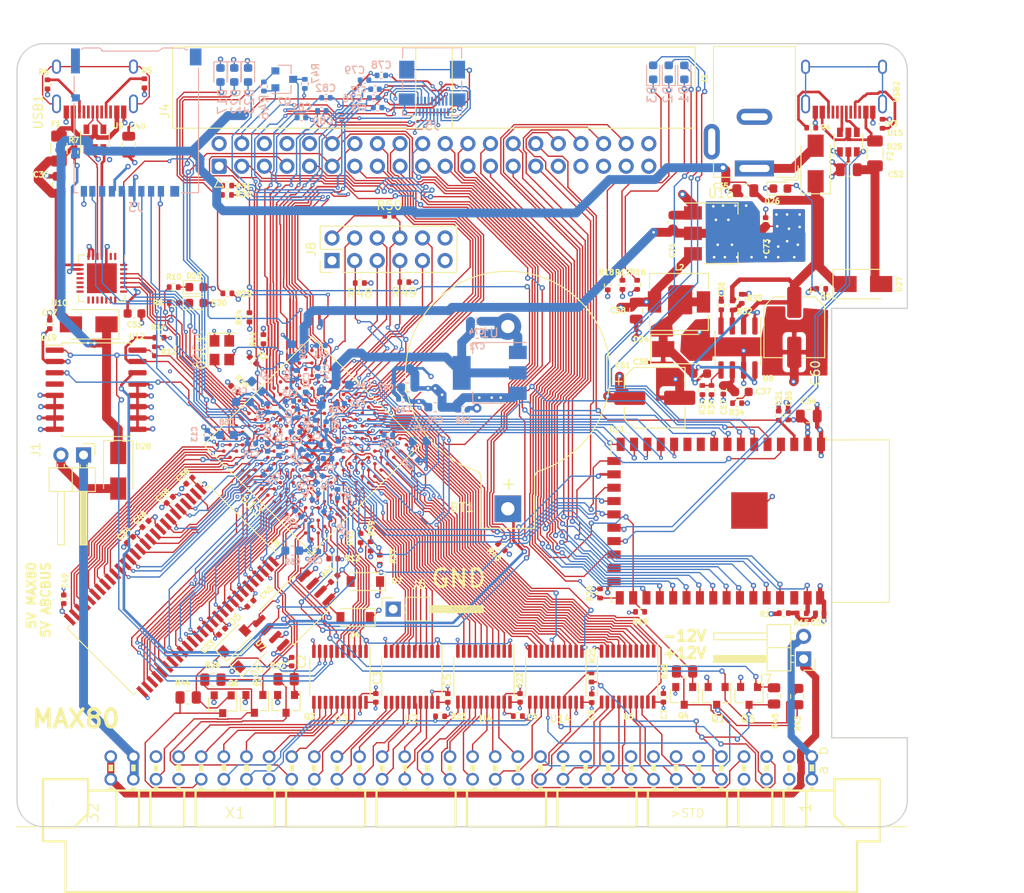
<source format=kicad_pcb>
(kicad_pcb (version 20171130) (host pcbnew 5.1.10-88a1d61d58~88~ubuntu20.04.1)

  (general
    (thickness 1.6)
    (drawings 19)
    (tracks 5435)
    (zones 0)
    (modules 189)
    (nets 273)
  )

  (page A4)
  (title_block
    (title MAX80)
    (date 2021-01-31)
    (rev 0.01)
    (company "No name")
  )

  (layers
    (0 F.Cu signal)
    (1 In1.Cu power)
    (2 In2.Cu signal)
    (31 B.Cu signal)
    (32 B.Adhes user)
    (33 F.Adhes user)
    (34 B.Paste user)
    (35 F.Paste user)
    (36 B.SilkS user)
    (37 F.SilkS user)
    (38 B.Mask user)
    (39 F.Mask user)
    (40 Dwgs.User user)
    (41 Cmts.User user)
    (42 Eco1.User user)
    (43 Eco2.User user)
    (44 Edge.Cuts user)
    (45 Margin user)
    (46 B.CrtYd user)
    (47 F.CrtYd user)
    (48 B.Fab user hide)
    (49 F.Fab user hide)
  )

  (setup
    (last_trace_width 0.15)
    (user_trace_width 0.15)
    (user_trace_width 0.3)
    (user_trace_width 0.5)
    (trace_clearance 0.15)
    (zone_clearance 0.15)
    (zone_45_only no)
    (trace_min 0.15)
    (via_size 0.6)
    (via_drill 0.3)
    (via_min_size 0.45)
    (via_min_drill 0.2)
    (user_via 0.45 0.2)
    (uvia_size 0.3)
    (uvia_drill 0.1)
    (uvias_allowed yes)
    (uvia_min_size 0.2)
    (uvia_min_drill 0.1)
    (edge_width 0.15)
    (segment_width 0.3)
    (pcb_text_width 0.3)
    (pcb_text_size 1.5 1.5)
    (mod_edge_width 0.15)
    (mod_text_size 1 1)
    (mod_text_width 0.15)
    (pad_size 0.46 0.4)
    (pad_drill 0)
    (pad_to_mask_clearance 0)
    (aux_axis_origin 0 0)
    (visible_elements FFFFFF7F)
    (pcbplotparams
      (layerselection 0x010fc_ffffffff)
      (usegerberextensions false)
      (usegerberattributes true)
      (usegerberadvancedattributes true)
      (creategerberjobfile true)
      (excludeedgelayer true)
      (linewidth 0.100000)
      (plotframeref false)
      (viasonmask false)
      (mode 1)
      (useauxorigin false)
      (hpglpennumber 1)
      (hpglpenspeed 20)
      (hpglpendiameter 15.000000)
      (psnegative false)
      (psa4output false)
      (plotreference true)
      (plotvalue true)
      (plotinvisibletext false)
      (padsonsilk false)
      (subtractmaskfromsilk false)
      (outputformat 1)
      (mirror false)
      (drillshape 0)
      (scaleselection 1)
      (outputdirectory "max80_gerber"))
  )

  (net 0 "")
  (net 1 GND)
  (net 2 +5V)
  (net 3 "Net-(R5-Pad2)")
  (net 4 "Net-(R6-Pad2)")
  (net 5 "Net-(R7-Pad1)")
  (net 6 "Net-(U10-Pad5)")
  (net 7 "Net-(U10-Pad4)")
  (net 8 "Net-(U9-Pad4)")
  (net 9 "Net-(U9-Pad6)")
  (net 10 "Net-(USB1-Pad13)")
  (net 11 "Net-(BT1-Pad1)")
  (net 12 /A4)
  (net 13 /A3)
  (net 14 /A2)
  (net 15 /A1)
  (net 16 /A0)
  (net 17 /IO0)
  (net 18 /IO3)
  (net 19 /IO4)
  (net 20 /IO5)
  (net 21 /IO6)
  (net 22 /IO7)
  (net 23 /A11)
  (net 24 /IO9)
  (net 25 /A8)
  (net 26 /A7)
  (net 27 /A6)
  (net 28 /A5)
  (net 29 /A9)
  (net 30 /A10)
  (net 31 /A12)
  (net 32 /IO8)
  (net 33 /IO10)
  (net 34 /IO11)
  (net 35 /IO12)
  (net 36 /IO13)
  (net 37 /IO14)
  (net 38 /IO15)
  (net 39 /abc80bus/D7)
  (net 40 /abc80bus/D6)
  (net 41 /abc80bus/D5)
  (net 42 /abc80bus/D4)
  (net 43 /abc80bus/D3)
  (net 44 /abc80bus/D2)
  (net 45 /abc80bus/D1)
  (net 46 /abc80bus/D0)
  (net 47 /abc80bus/A8)
  (net 48 /abc80bus/A9)
  (net 49 /abc80bus/A10)
  (net 50 /abc80bus/A11)
  (net 51 /abc80bus/A12)
  (net 52 /abc80bus/A13)
  (net 53 /abc80bus/A14)
  (net 54 /abc80bus/A15)
  (net 55 /abc80bus/A7)
  (net 56 /abc80bus/A6)
  (net 57 /abc80bus/A5)
  (net 58 /abc80bus/A4)
  (net 59 /abc80bus/A3)
  (net 60 /abc80bus/A2)
  (net 61 /abc80bus/A1)
  (net 62 /abc80bus/A0)
  (net 63 /IO1)
  (net 64 /IO2)
  (net 65 /32KHZ)
  (net 66 /RTC_INT)
  (net 67 /abc80bus/ABC5V)
  (net 68 /SD_DAT1)
  (net 69 /SD_DAT3)
  (net 70 /SD_CMD)
  (net 71 /SD_CLK)
  (net 72 /SD_DAT0)
  (net 73 FPGA_TDI)
  (net 74 FPGA_TMS)
  (net 75 FPGA_TDO)
  (net 76 FPGA_TCK)
  (net 77 ABC_CLK_5)
  (net 78 /FPGA_SCL)
  (net 79 /FPGA_SDA)
  (net 80 FPGA_SPI_CLK)
  (net 81 FGPA_SPI_CS_ESP32)
  (net 82 INT_ESP32)
  (net 83 "Net-(C53-Pad1)")
  (net 84 "Net-(F2-Pad2)")
  (net 85 ESP32_TDO)
  (net 86 ESP32_TCK)
  (net 87 ESP32_TMS)
  (net 88 ESP32_IO0)
  (net 89 ESP32_RXD)
  (net 90 ESP32_TXD)
  (net 91 ESP32_EN)
  (net 92 "Net-(R3-Pad2)")
  (net 93 "Net-(R4-Pad2)")
  (net 94 /ESP32/USB_D-)
  (net 95 /ESP32/USB_D+)
  (net 96 ESP32_TDI)
  (net 97 "Net-(U15-Pad6)")
  (net 98 "Net-(U15-Pad4)")
  (net 99 "Net-(USB2-Pad13)")
  (net 100 "Net-(D1-Pad2)")
  (net 101 "Net-(D1-Pad1)")
  (net 102 "Net-(D2-Pad2)")
  (net 103 "Net-(D2-Pad1)")
  (net 104 "Net-(D3-Pad2)")
  (net 105 "Net-(D3-Pad1)")
  (net 106 ESP32_SCL)
  (net 107 ESP32_SDA)
  (net 108 ESP32_CS2)
  (net 109 ESP32_CS0)
  (net 110 ESP32_MISO)
  (net 111 ESP32_SCK)
  (net 112 ESP32_MOSI)
  (net 113 ESP32_CS1)
  (net 114 /FPGA_USB_TXD)
  (net 115 /FPGA_USB_RXD)
  (net 116 /abc80bus/~CS)
  (net 117 /abc80bus/~C4)
  (net 118 /abc80bus/~C3)
  (net 119 /abc80bus/~C2)
  (net 120 /abc80bus/~C1)
  (net 121 /abc80bus/~OUT)
  (net 122 /abc80bus/~RST)
  (net 123 /abc80bus/~XMEMFL)
  (net 124 /abc80bus/~INP)
  (net 125 /abc80bus/~STATUS)
  (net 126 /abc80bus/~XINPSTB)
  (net 127 /abc80bus/~XOUTSTB)
  (net 128 AD0)
  (net 129 AD1)
  (net 130 AD2)
  (net 131 AD3)
  (net 132 AD4)
  (net 133 AD5)
  (net 134 AD6)
  (net 135 AD7)
  (net 136 /abc80bus/~RESIN)
  (net 137 /FPGA_LED1)
  (net 138 /FPGA_LED2)
  (net 139 /FPGA_LED3)
  (net 140 "Net-(D17-Pad2)")
  (net 141 "Net-(D22-Pad2)")
  (net 142 "Net-(D23-Pad2)")
  (net 143 FPGA_GPIO3)
  (net 144 FPGA_GPIO2)
  (net 145 FPGA_GPIO1)
  (net 146 FPGA_GPIO0)
  (net 147 FPGA_GPIO5)
  (net 148 FPGA_GPIO4)
  (net 149 "Net-(C36-Pad1)")
  (net 150 "Net-(C37-Pad2)")
  (net 151 "Net-(C37-Pad1)")
  (net 152 "Net-(C38-Pad2)")
  (net 153 "Net-(R32-Pad2)")
  (net 154 "Net-(R35-Pad2)")
  (net 155 "Net-(C38-Pad1)")
  (net 156 /abc80bus/READY)
  (net 157 /abc80bus/~NMI)
  (net 158 ~FPGA_READY)
  (net 159 FPGA_NMI)
  (net 160 "Net-(D26-Pad2)")
  (net 161 FPGA_RESIN)
  (net 162 /DQMH)
  (net 163 /CLK)
  (net 164 /CKE)
  (net 165 /BA1)
  (net 166 /BA0)
  (net 167 /DQML)
  (net 168 "Net-(D28-Pad2)")
  (net 169 "Net-(D25-Pad2)")
  (net 170 "Net-(F1-Pad2)")
  (net 171 /FPGA_USB_RTS)
  (net 172 /FPGA_USB_CTS)
  (net 173 "Net-(C39-Pad1)")
  (net 174 "Net-(C52-Pad1)")
  (net 175 /WE#)
  (net 176 /CAS#)
  (net 177 /RAS#)
  (net 178 /CS#)
  (net 179 "Net-(D29-Pad1)")
  (net 180 "Net-(D30-Pad1)")
  (net 181 +3V3)
  (net 182 +2V5)
  (net 183 +1V2)
  (net 184 "Net-(R13-Pad1)")
  (net 185 "Net-(R37-Pad2)")
  (net 186 "Net-(R38-Pad2)")
  (net 187 "Net-(R41-Pad2)")
  (net 188 DATA0)
  (net 189 ~CS_ABC_3V3)
  (net 190 ~OUT_ABC_3V3)
  (net 191 AD8)
  (net 192 ~C1_ABC_3V3)
  (net 193 AD9)
  (net 194 ~C2_ABC_3V3)
  (net 195 AD10)
  (net 196 ~C3_ABC_3V3)
  (net 197 ~C4_ABC_3V3)
  (net 198 AD11)
  (net 199 AD12)
  (net 200 AD13)
  (net 201 AD14)
  (net 202 AD15)
  (net 203 DLCK)
  (net 204 ASD0)
  (net 205 nCE0)
  (net 206 ~INP_ABC_3V3)
  (net 207 ~STATUS_ABC_3V3)
  (net 208 DD0)
  (net 209 DD1)
  (net 210 DD2)
  (net 211 DD3)
  (net 212 DD4)
  (net 213 DD5)
  (net 214 DD6)
  (net 215 DD7)
  (net 216 DD8)
  (net 217 ~XOUTSTB_ABC_3V3)
  (net 218 ~RST_ABC_3V3)
  (net 219 ~XMEMFL_ABC_3V3)
  (net 220 ~XINPSTB_ABC_3V3)
  (net 221 ABC_CLK_3V3)
  (net 222 DD9)
  (net 223 FPGA_SPI_MOSI)
  (net 224 FPGA_SPI_MISO)
  (net 225 /SD_DAT2)
  (net 226 CLK0n)
  (net 227 "Net-(J5-PadSH)")
  (net 228 HDMI_CK-)
  (net 229 HDMI_D0+)
  (net 230 HDMI_D1-)
  (net 231 HDMI_D2+)
  (net 232 HDMI_CK+)
  (net 233 HDMI_D0-)
  (net 234 HDMI_D1+)
  (net 235 HDMI_D2-)
  (net 236 HDMI_SDA)
  (net 237 HDMI_HPD)
  (net 238 HDMI_SCL)
  (net 239 FPGA_JTAGEN)
  (net 240 FLASH_CS#)
  (net 241 /abc80bus/~INT)
  (net 242 /abc80bus/~XMEMW800)
  (net 243 /abc80bus/~XMEMW80)
  (net 244 INT_ABC_3V3)
  (net 245 INT800_ABC_3V3)
  (net 246 ~XMEMW80_ABC_3V3)
  (net 247 ~XMEMW800_ABC_3V3)
  (net 248 /abc80bus/~XM)
  (net 249 XM_ABC_3V3)
  (net 250 "Net-(R25-Pad2)")
  (net 251 AD16)
  (net 252 DD10)
  (net 253 /abc80bus/ABC_-12V)
  (net 254 /abc80bus/ABC_12V)
  (net 255 /FPGA_USB_DTR)
  (net 256 "Net-(C75-Pad1)")
  (net 257 "Net-(C76-Pad1)")
  (net 258 "Net-(C77-Pad1)")
  (net 259 "Net-(C78-Pad1)")
  (net 260 "Net-(C79-Pad1)")
  (net 261 "Net-(C80-Pad1)")
  (net 262 "Net-(C81-Pad1)")
  (net 263 "Net-(C82-Pad1)")
  (net 264 "Net-(J5-Pad19)")
  (net 265 EXT_HG)
  (net 266 EXT_HB)
  (net 267 EXT_HE)
  (net 268 EXT_HC)
  (net 269 EXT_HA)
  (net 270 EXT_HF)
  (net 271 EXT_HH)
  (net 272 EXT_HD)

  (net_class Default "This is the default net class."
    (clearance 0.15)
    (trace_width 0.15)
    (via_dia 0.6)
    (via_drill 0.3)
    (uvia_dia 0.3)
    (uvia_drill 0.1)
    (add_net +1V2)
    (add_net +2V5)
    (add_net +3V3)
    (add_net +5V)
    (add_net /32KHZ)
    (add_net /A0)
    (add_net /A1)
    (add_net /A10)
    (add_net /A11)
    (add_net /A12)
    (add_net /A2)
    (add_net /A3)
    (add_net /A4)
    (add_net /A5)
    (add_net /A6)
    (add_net /A7)
    (add_net /A8)
    (add_net /A9)
    (add_net /BA0)
    (add_net /BA1)
    (add_net /CAS#)
    (add_net /CKE)
    (add_net /CLK)
    (add_net /CS#)
    (add_net /DQMH)
    (add_net /DQML)
    (add_net /ESP32/USB_D+)
    (add_net /ESP32/USB_D-)
    (add_net /FPGA_LED1)
    (add_net /FPGA_LED2)
    (add_net /FPGA_LED3)
    (add_net /FPGA_SCL)
    (add_net /FPGA_SDA)
    (add_net /FPGA_USB_CTS)
    (add_net /FPGA_USB_DTR)
    (add_net /FPGA_USB_RTS)
    (add_net /FPGA_USB_RXD)
    (add_net /FPGA_USB_TXD)
    (add_net /IO0)
    (add_net /IO1)
    (add_net /IO10)
    (add_net /IO11)
    (add_net /IO12)
    (add_net /IO13)
    (add_net /IO14)
    (add_net /IO15)
    (add_net /IO2)
    (add_net /IO3)
    (add_net /IO4)
    (add_net /IO5)
    (add_net /IO6)
    (add_net /IO7)
    (add_net /IO8)
    (add_net /IO9)
    (add_net /RAS#)
    (add_net /RTC_INT)
    (add_net /SD_CLK)
    (add_net /SD_CMD)
    (add_net /SD_DAT0)
    (add_net /SD_DAT1)
    (add_net /SD_DAT2)
    (add_net /SD_DAT3)
    (add_net /WE#)
    (add_net /abc80bus/A0)
    (add_net /abc80bus/A1)
    (add_net /abc80bus/A10)
    (add_net /abc80bus/A11)
    (add_net /abc80bus/A12)
    (add_net /abc80bus/A13)
    (add_net /abc80bus/A14)
    (add_net /abc80bus/A15)
    (add_net /abc80bus/A2)
    (add_net /abc80bus/A3)
    (add_net /abc80bus/A4)
    (add_net /abc80bus/A5)
    (add_net /abc80bus/A6)
    (add_net /abc80bus/A7)
    (add_net /abc80bus/A8)
    (add_net /abc80bus/A9)
    (add_net /abc80bus/ABC5V)
    (add_net /abc80bus/ABC_-12V)
    (add_net /abc80bus/ABC_12V)
    (add_net /abc80bus/D0)
    (add_net /abc80bus/D1)
    (add_net /abc80bus/D2)
    (add_net /abc80bus/D3)
    (add_net /abc80bus/D4)
    (add_net /abc80bus/D5)
    (add_net /abc80bus/D6)
    (add_net /abc80bus/D7)
    (add_net /abc80bus/READY)
    (add_net /abc80bus/~C1)
    (add_net /abc80bus/~C2)
    (add_net /abc80bus/~C3)
    (add_net /abc80bus/~C4)
    (add_net /abc80bus/~CS)
    (add_net /abc80bus/~INP)
    (add_net /abc80bus/~INT)
    (add_net /abc80bus/~NMI)
    (add_net /abc80bus/~OUT)
    (add_net /abc80bus/~RESIN)
    (add_net /abc80bus/~RST)
    (add_net /abc80bus/~STATUS)
    (add_net /abc80bus/~XINPSTB)
    (add_net /abc80bus/~XM)
    (add_net /abc80bus/~XMEMFL)
    (add_net /abc80bus/~XMEMW80)
    (add_net /abc80bus/~XMEMW800)
    (add_net /abc80bus/~XOUTSTB)
    (add_net ABC_CLK_3V3)
    (add_net ABC_CLK_5)
    (add_net AD0)
    (add_net AD1)
    (add_net AD10)
    (add_net AD11)
    (add_net AD12)
    (add_net AD13)
    (add_net AD14)
    (add_net AD15)
    (add_net AD16)
    (add_net AD2)
    (add_net AD3)
    (add_net AD4)
    (add_net AD5)
    (add_net AD6)
    (add_net AD7)
    (add_net AD8)
    (add_net AD9)
    (add_net ASD0)
    (add_net CLK0n)
    (add_net DATA0)
    (add_net DD0)
    (add_net DD1)
    (add_net DD10)
    (add_net DD2)
    (add_net DD3)
    (add_net DD4)
    (add_net DD5)
    (add_net DD6)
    (add_net DD7)
    (add_net DD8)
    (add_net DD9)
    (add_net DLCK)
    (add_net ESP32_CS0)
    (add_net ESP32_CS1)
    (add_net ESP32_CS2)
    (add_net ESP32_EN)
    (add_net ESP32_IO0)
    (add_net ESP32_MISO)
    (add_net ESP32_MOSI)
    (add_net ESP32_RXD)
    (add_net ESP32_SCK)
    (add_net ESP32_SCL)
    (add_net ESP32_SDA)
    (add_net ESP32_TCK)
    (add_net ESP32_TDI)
    (add_net ESP32_TDO)
    (add_net ESP32_TMS)
    (add_net ESP32_TXD)
    (add_net EXT_HA)
    (add_net EXT_HB)
    (add_net EXT_HC)
    (add_net EXT_HD)
    (add_net EXT_HE)
    (add_net EXT_HF)
    (add_net EXT_HG)
    (add_net EXT_HH)
    (add_net FGPA_SPI_CS_ESP32)
    (add_net FLASH_CS#)
    (add_net FPGA_GPIO0)
    (add_net FPGA_GPIO1)
    (add_net FPGA_GPIO2)
    (add_net FPGA_GPIO3)
    (add_net FPGA_GPIO4)
    (add_net FPGA_GPIO5)
    (add_net FPGA_JTAGEN)
    (add_net FPGA_NMI)
    (add_net FPGA_RESIN)
    (add_net FPGA_SPI_CLK)
    (add_net FPGA_SPI_MISO)
    (add_net FPGA_SPI_MOSI)
    (add_net FPGA_TCK)
    (add_net FPGA_TDI)
    (add_net FPGA_TDO)
    (add_net FPGA_TMS)
    (add_net GND)
    (add_net HDMI_CK+)
    (add_net HDMI_CK-)
    (add_net HDMI_D0+)
    (add_net HDMI_D0-)
    (add_net HDMI_D1+)
    (add_net HDMI_D1-)
    (add_net HDMI_D2+)
    (add_net HDMI_D2-)
    (add_net HDMI_HPD)
    (add_net HDMI_SCL)
    (add_net HDMI_SDA)
    (add_net INT800_ABC_3V3)
    (add_net INT_ABC_3V3)
    (add_net INT_ESP32)
    (add_net "Net-(BT1-Pad1)")
    (add_net "Net-(C36-Pad1)")
    (add_net "Net-(C37-Pad1)")
    (add_net "Net-(C37-Pad2)")
    (add_net "Net-(C38-Pad1)")
    (add_net "Net-(C38-Pad2)")
    (add_net "Net-(C39-Pad1)")
    (add_net "Net-(C52-Pad1)")
    (add_net "Net-(C53-Pad1)")
    (add_net "Net-(C75-Pad1)")
    (add_net "Net-(C76-Pad1)")
    (add_net "Net-(C77-Pad1)")
    (add_net "Net-(C78-Pad1)")
    (add_net "Net-(C79-Pad1)")
    (add_net "Net-(C80-Pad1)")
    (add_net "Net-(C81-Pad1)")
    (add_net "Net-(C82-Pad1)")
    (add_net "Net-(D1-Pad1)")
    (add_net "Net-(D1-Pad2)")
    (add_net "Net-(D17-Pad2)")
    (add_net "Net-(D2-Pad1)")
    (add_net "Net-(D2-Pad2)")
    (add_net "Net-(D22-Pad2)")
    (add_net "Net-(D23-Pad2)")
    (add_net "Net-(D25-Pad2)")
    (add_net "Net-(D26-Pad2)")
    (add_net "Net-(D28-Pad2)")
    (add_net "Net-(D29-Pad1)")
    (add_net "Net-(D3-Pad1)")
    (add_net "Net-(D3-Pad2)")
    (add_net "Net-(D30-Pad1)")
    (add_net "Net-(F1-Pad2)")
    (add_net "Net-(F2-Pad2)")
    (add_net "Net-(J4-Pad40)")
    (add_net "Net-(J4-Pad6)")
    (add_net "Net-(J4-Pad8)")
    (add_net "Net-(J5-Pad10)")
    (add_net "Net-(J5-Pad14)")
    (add_net "Net-(J5-Pad17)")
    (add_net "Net-(J5-Pad19)")
    (add_net "Net-(J5-PadSH)")
    (add_net "Net-(R13-Pad1)")
    (add_net "Net-(R25-Pad2)")
    (add_net "Net-(R3-Pad2)")
    (add_net "Net-(R32-Pad2)")
    (add_net "Net-(R35-Pad2)")
    (add_net "Net-(R37-Pad2)")
    (add_net "Net-(R38-Pad2)")
    (add_net "Net-(R4-Pad2)")
    (add_net "Net-(R41-Pad2)")
    (add_net "Net-(R5-Pad2)")
    (add_net "Net-(R6-Pad2)")
    (add_net "Net-(R7-Pad1)")
    (add_net "Net-(U10-Pad1)")
    (add_net "Net-(U10-Pad10)")
    (add_net "Net-(U10-Pad11)")
    (add_net "Net-(U10-Pad12)")
    (add_net "Net-(U10-Pad13)")
    (add_net "Net-(U10-Pad14)")
    (add_net "Net-(U10-Pad15)")
    (add_net "Net-(U10-Pad16)")
    (add_net "Net-(U10-Pad17)")
    (add_net "Net-(U10-Pad18)")
    (add_net "Net-(U10-Pad19)")
    (add_net "Net-(U10-Pad2)")
    (add_net "Net-(U10-Pad20)")
    (add_net "Net-(U10-Pad21)")
    (add_net "Net-(U10-Pad22)")
    (add_net "Net-(U10-Pad27)")
    (add_net "Net-(U10-Pad4)")
    (add_net "Net-(U10-Pad5)")
    (add_net "Net-(U11-Pad10)")
    (add_net "Net-(U11-Pad11)")
    (add_net "Net-(U11-Pad25)")
    (add_net "Net-(U11-Pad40)")
    (add_net "Net-(U12-Pad4)")
    (add_net "Net-(U13-PadC3)")
    (add_net "Net-(U13-PadG11)")
    (add_net "Net-(U13-PadJ12)")
    (add_net "Net-(U13-PadJ13)")
    (add_net "Net-(U13-PadJ14)")
    (add_net "Net-(U13-PadK10)")
    (add_net "Net-(U13-PadK12)")
    (add_net "Net-(U13-PadK6)")
    (add_net "Net-(U13-PadK9)")
    (add_net "Net-(U13-PadL11)")
    (add_net "Net-(U13-PadL13)")
    (add_net "Net-(U13-PadL14)")
    (add_net "Net-(U13-PadL15)")
    (add_net "Net-(U13-PadL16)")
    (add_net "Net-(U13-PadL9)")
    (add_net "Net-(U13-PadM9)")
    (add_net "Net-(U13-PadN12)")
    (add_net "Net-(U13-PadN14)")
    (add_net "Net-(U13-PadP11)")
    (add_net "Net-(U13-PadP15)")
    (add_net "Net-(U14-Pad15)")
    (add_net "Net-(U14-Pad5)")
    (add_net "Net-(U15-Pad4)")
    (add_net "Net-(U15-Pad6)")
    (add_net "Net-(U6-Pad40)")
    (add_net "Net-(U9-Pad4)")
    (add_net "Net-(U9-Pad6)")
    (add_net "Net-(USB1-Pad13)")
    (add_net "Net-(USB1-Pad3)")
    (add_net "Net-(USB1-Pad5)")
    (add_net "Net-(USB1-Pad8)")
    (add_net "Net-(USB1-Pad9)")
    (add_net "Net-(USB2-Pad13)")
    (add_net "Net-(USB2-Pad3)")
    (add_net "Net-(USB2-Pad5)")
    (add_net "Net-(USB2-Pad8)")
    (add_net "Net-(USB2-Pad9)")
    (add_net "Net-(X1-PadA14)")
    (add_net "Net-(X1-PadA25)")
    (add_net "Net-(X1-PadA29)")
    (add_net "Net-(X1-PadB10)")
    (add_net "Net-(X1-PadB11)")
    (add_net "Net-(X1-PadB12)")
    (add_net "Net-(X1-PadB30)")
    (add_net "Net-(X1-PadB6)")
    (add_net "Net-(X1-PadB7)")
    (add_net "Net-(X1-PadB8)")
    (add_net "Net-(X1-PadB9)")
    (add_net XM_ABC_3V3)
    (add_net nCE0)
    (add_net ~C1_ABC_3V3)
    (add_net ~C2_ABC_3V3)
    (add_net ~C3_ABC_3V3)
    (add_net ~C4_ABC_3V3)
    (add_net ~CS_ABC_3V3)
    (add_net ~FPGA_READY)
    (add_net ~INP_ABC_3V3)
    (add_net ~OUT_ABC_3V3)
    (add_net ~RST_ABC_3V3)
    (add_net ~STATUS_ABC_3V3)
    (add_net ~XINPSTB_ABC_3V3)
    (add_net ~XMEMFL_ABC_3V3)
    (add_net ~XMEMW800_ABC_3V3)
    (add_net ~XMEMW80_ABC_3V3)
    (add_net ~XOUTSTB_ABC_3V3)
  )

  (module Resistor_SMD:R_0402_1005Metric (layer F.Cu) (tedit 5F68FEEE) (tstamp 60E9BA92)
    (at 94.31 110.35)
    (descr "Resistor SMD 0402 (1005 Metric), square (rectangular) end terminal, IPC_7351 nominal, (Body size source: IPC-SM-782 page 72, https://www.pcb-3d.com/wordpress/wp-content/uploads/ipc-sm-782a_amendment_1_and_2.pdf), generated with kicad-footprint-generator")
    (tags resistor)
    (path /60B94961/612EABC3)
    (attr smd)
    (fp_text reference R50 (at 0 -1.17) (layer F.SilkS)
      (effects (font (size 1 1) (thickness 0.15)))
    )
    (fp_text value 10k (at 0 1.17) (layer F.Fab)
      (effects (font (size 1 1) (thickness 0.15)))
    )
    (fp_text user %R (at 0 0) (layer F.Fab)
      (effects (font (size 0.26 0.26) (thickness 0.04)))
    )
    (fp_line (start -0.525 0.27) (end -0.525 -0.27) (layer F.Fab) (width 0.1))
    (fp_line (start -0.525 -0.27) (end 0.525 -0.27) (layer F.Fab) (width 0.1))
    (fp_line (start 0.525 -0.27) (end 0.525 0.27) (layer F.Fab) (width 0.1))
    (fp_line (start 0.525 0.27) (end -0.525 0.27) (layer F.Fab) (width 0.1))
    (fp_line (start -0.153641 -0.38) (end 0.153641 -0.38) (layer F.SilkS) (width 0.12))
    (fp_line (start -0.153641 0.38) (end 0.153641 0.38) (layer F.SilkS) (width 0.12))
    (fp_line (start -0.93 0.47) (end -0.93 -0.47) (layer F.CrtYd) (width 0.05))
    (fp_line (start -0.93 -0.47) (end 0.93 -0.47) (layer F.CrtYd) (width 0.05))
    (fp_line (start 0.93 -0.47) (end 0.93 0.47) (layer F.CrtYd) (width 0.05))
    (fp_line (start 0.93 0.47) (end -0.93 0.47) (layer F.CrtYd) (width 0.05))
    (pad 2 smd roundrect (at 0.51 0) (size 0.54 0.64) (layers F.Cu F.Paste F.Mask) (roundrect_rratio 0.25)
      (net 271 EXT_HH))
    (pad 1 smd roundrect (at -0.51 0) (size 0.54 0.64) (layers F.Cu F.Paste F.Mask) (roundrect_rratio 0.25)
      (net 181 +3V3))
    (model ${KISYS3DMOD}/Resistor_SMD.3dshapes/R_0402_1005Metric.wrl
      (at (xyz 0 0 0))
      (scale (xyz 1 1 1))
      (rotate (xyz 0 0 0))
    )
  )

  (module Resistor_SMD:R_0402_1005Metric (layer F.Cu) (tedit 5F68FEEE) (tstamp 60E9BA81)
    (at 96 117.8 180)
    (descr "Resistor SMD 0402 (1005 Metric), square (rectangular) end terminal, IPC_7351 nominal, (Body size source: IPC-SM-782 page 72, https://www.pcb-3d.com/wordpress/wp-content/uploads/ipc-sm-782a_amendment_1_and_2.pdf), generated with kicad-footprint-generator")
    (tags resistor)
    (path /60B94961/612EA5C6)
    (attr smd)
    (fp_text reference R49 (at 0 -1.17) (layer F.SilkS)
      (effects (font (size 1 1) (thickness 0.15)))
    )
    (fp_text value 10k (at 0 1.17) (layer F.Fab)
      (effects (font (size 1 1) (thickness 0.15)))
    )
    (fp_text user %R (at 0 0) (layer F.Fab)
      (effects (font (size 0.26 0.26) (thickness 0.04)))
    )
    (fp_line (start -0.525 0.27) (end -0.525 -0.27) (layer F.Fab) (width 0.1))
    (fp_line (start -0.525 -0.27) (end 0.525 -0.27) (layer F.Fab) (width 0.1))
    (fp_line (start 0.525 -0.27) (end 0.525 0.27) (layer F.Fab) (width 0.1))
    (fp_line (start 0.525 0.27) (end -0.525 0.27) (layer F.Fab) (width 0.1))
    (fp_line (start -0.153641 -0.38) (end 0.153641 -0.38) (layer F.SilkS) (width 0.12))
    (fp_line (start -0.153641 0.38) (end 0.153641 0.38) (layer F.SilkS) (width 0.12))
    (fp_line (start -0.93 0.47) (end -0.93 -0.47) (layer F.CrtYd) (width 0.05))
    (fp_line (start -0.93 -0.47) (end 0.93 -0.47) (layer F.CrtYd) (width 0.05))
    (fp_line (start 0.93 -0.47) (end 0.93 0.47) (layer F.CrtYd) (width 0.05))
    (fp_line (start 0.93 0.47) (end -0.93 0.47) (layer F.CrtYd) (width 0.05))
    (pad 2 smd roundrect (at 0.51 0 180) (size 0.54 0.64) (layers F.Cu F.Paste F.Mask) (roundrect_rratio 0.25)
      (net 268 EXT_HC))
    (pad 1 smd roundrect (at -0.51 0 180) (size 0.54 0.64) (layers F.Cu F.Paste F.Mask) (roundrect_rratio 0.25)
      (net 181 +3V3))
    (model ${KISYS3DMOD}/Resistor_SMD.3dshapes/R_0402_1005Metric.wrl
      (at (xyz 0 0 0))
      (scale (xyz 1 1 1))
      (rotate (xyz 0 0 0))
    )
  )

  (module Resistor_SMD:R_0402_1005Metric (layer F.Cu) (tedit 5F68FEEE) (tstamp 60E9BA70)
    (at 91 117.9 180)
    (descr "Resistor SMD 0402 (1005 Metric), square (rectangular) end terminal, IPC_7351 nominal, (Body size source: IPC-SM-782 page 72, https://www.pcb-3d.com/wordpress/wp-content/uploads/ipc-sm-782a_amendment_1_and_2.pdf), generated with kicad-footprint-generator")
    (tags resistor)
    (path /60B94961/612E7EE5)
    (attr smd)
    (fp_text reference R48 (at 0 -1.17) (layer F.SilkS)
      (effects (font (size 1 1) (thickness 0.15)))
    )
    (fp_text value 10k (at 0 1.17) (layer F.Fab)
      (effects (font (size 1 1) (thickness 0.15)))
    )
    (fp_text user %R (at 0 0) (layer F.Fab)
      (effects (font (size 0.26 0.26) (thickness 0.04)))
    )
    (fp_line (start -0.525 0.27) (end -0.525 -0.27) (layer F.Fab) (width 0.1))
    (fp_line (start -0.525 -0.27) (end 0.525 -0.27) (layer F.Fab) (width 0.1))
    (fp_line (start 0.525 -0.27) (end 0.525 0.27) (layer F.Fab) (width 0.1))
    (fp_line (start 0.525 0.27) (end -0.525 0.27) (layer F.Fab) (width 0.1))
    (fp_line (start -0.153641 -0.38) (end 0.153641 -0.38) (layer F.SilkS) (width 0.12))
    (fp_line (start -0.153641 0.38) (end 0.153641 0.38) (layer F.SilkS) (width 0.12))
    (fp_line (start -0.93 0.47) (end -0.93 -0.47) (layer F.CrtYd) (width 0.05))
    (fp_line (start -0.93 -0.47) (end 0.93 -0.47) (layer F.CrtYd) (width 0.05))
    (fp_line (start 0.93 -0.47) (end 0.93 0.47) (layer F.CrtYd) (width 0.05))
    (fp_line (start 0.93 0.47) (end -0.93 0.47) (layer F.CrtYd) (width 0.05))
    (pad 2 smd roundrect (at 0.51 0 180) (size 0.54 0.64) (layers F.Cu F.Paste F.Mask) (roundrect_rratio 0.25)
      (net 269 EXT_HA))
    (pad 1 smd roundrect (at -0.51 0 180) (size 0.54 0.64) (layers F.Cu F.Paste F.Mask) (roundrect_rratio 0.25)
      (net 181 +3V3))
    (model ${KISYS3DMOD}/Resistor_SMD.3dshapes/R_0402_1005Metric.wrl
      (at (xyz 0 0 0))
      (scale (xyz 1 1 1))
      (rotate (xyz 0 0 0))
    )
  )

  (module Capacitor_SMD:C_0603_1608Metric (layer B.Cu) (tedit 5F68FEEE) (tstamp 60800F28)
    (at 89 129.35)
    (descr "Capacitor SMD 0603 (1608 Metric), square (rectangular) end terminal, IPC_7351 nominal, (Body size source: IPC-SM-782 page 76, https://www.pcb-3d.com/wordpress/wp-content/uploads/ipc-sm-782a_amendment_1_and_2.pdf), generated with kicad-footprint-generator")
    (tags capacitor)
    (path /604B2191/65C6F7D3)
    (zone_connect 2)
    (attr smd)
    (fp_text reference C44 (at 2.45 -0.03) (layer B.SilkS)
      (effects (font (size 0.6 0.6) (thickness 0.15)) (justify mirror))
    )
    (fp_text value 47uF (at 0 -1.43) (layer B.Fab)
      (effects (font (size 1 1) (thickness 0.15)) (justify mirror))
    )
    (fp_line (start 1.48 -0.73) (end -1.48 -0.73) (layer B.CrtYd) (width 0.05))
    (fp_line (start 1.48 0.73) (end 1.48 -0.73) (layer B.CrtYd) (width 0.05))
    (fp_line (start -1.48 0.73) (end 1.48 0.73) (layer B.CrtYd) (width 0.05))
    (fp_line (start -1.48 -0.73) (end -1.48 0.73) (layer B.CrtYd) (width 0.05))
    (fp_line (start -0.14058 -0.51) (end 0.14058 -0.51) (layer B.SilkS) (width 0.12))
    (fp_line (start -0.14058 0.51) (end 0.14058 0.51) (layer B.SilkS) (width 0.12))
    (fp_line (start 0.8 -0.4) (end -0.8 -0.4) (layer B.Fab) (width 0.1))
    (fp_line (start 0.8 0.4) (end 0.8 -0.4) (layer B.Fab) (width 0.1))
    (fp_line (start -0.8 0.4) (end 0.8 0.4) (layer B.Fab) (width 0.1))
    (fp_line (start -0.8 -0.4) (end -0.8 0.4) (layer B.Fab) (width 0.1))
    (fp_text user %R (at 0 0) (layer B.Fab)
      (effects (font (size 0.4 0.4) (thickness 0.06)) (justify mirror))
    )
    (pad 2 smd roundrect (at 0.775 0) (size 0.9 0.95) (layers B.Cu B.Paste B.Mask) (roundrect_rratio 0.25)
      (net 1 GND) (zone_connect 2))
    (pad 1 smd roundrect (at -0.775 0) (size 0.9 0.95) (layers B.Cu B.Paste B.Mask) (roundrect_rratio 0.25)
      (net 183 +1V2) (zone_connect 2))
    (model ${KISYS3DMOD}/Capacitor_SMD.3dshapes/C_0603_1608Metric.wrl
      (at (xyz 0 0 0))
      (scale (xyz 1 1 1))
      (rotate (xyz 0 0 0))
    )
  )

  (module Connector_PinHeader_2.54mm:PinHeader_2x06_P2.54mm_Vertical (layer F.Cu) (tedit 59FED5CC) (tstamp 60E185F6)
    (at 87.88 115.38 90)
    (descr "Through hole straight pin header, 2x06, 2.54mm pitch, double rows")
    (tags "Through hole pin header THT 2x06 2.54mm double row")
    (path /60B94961/6100C1FE)
    (fp_text reference J8 (at 1.27 -2.33 90) (layer F.SilkS)
      (effects (font (size 1 1) (thickness 0.15)))
    )
    (fp_text value Conn_02x5_Odd_Even (at 1.27 15.03 90) (layer F.Fab)
      (effects (font (size 1 1) (thickness 0.15)))
    )
    (fp_line (start 4.35 -1.8) (end -1.8 -1.8) (layer F.CrtYd) (width 0.05))
    (fp_line (start 4.35 14.5) (end 4.35 -1.8) (layer F.CrtYd) (width 0.05))
    (fp_line (start -1.8 14.5) (end 4.35 14.5) (layer F.CrtYd) (width 0.05))
    (fp_line (start -1.8 -1.8) (end -1.8 14.5) (layer F.CrtYd) (width 0.05))
    (fp_line (start -1.33 -1.33) (end 0 -1.33) (layer F.SilkS) (width 0.12))
    (fp_line (start -1.33 0) (end -1.33 -1.33) (layer F.SilkS) (width 0.12))
    (fp_line (start 1.27 -1.33) (end 3.87 -1.33) (layer F.SilkS) (width 0.12))
    (fp_line (start 1.27 1.27) (end 1.27 -1.33) (layer F.SilkS) (width 0.12))
    (fp_line (start -1.33 1.27) (end 1.27 1.27) (layer F.SilkS) (width 0.12))
    (fp_line (start 3.87 -1.33) (end 3.87 14.03) (layer F.SilkS) (width 0.12))
    (fp_line (start -1.33 1.27) (end -1.33 14.03) (layer F.SilkS) (width 0.12))
    (fp_line (start -1.33 14.03) (end 3.87 14.03) (layer F.SilkS) (width 0.12))
    (fp_line (start -1.27 0) (end 0 -1.27) (layer F.Fab) (width 0.1))
    (fp_line (start -1.27 13.97) (end -1.27 0) (layer F.Fab) (width 0.1))
    (fp_line (start 3.81 13.97) (end -1.27 13.97) (layer F.Fab) (width 0.1))
    (fp_line (start 3.81 -1.27) (end 3.81 13.97) (layer F.Fab) (width 0.1))
    (fp_line (start 0 -1.27) (end 3.81 -1.27) (layer F.Fab) (width 0.1))
    (fp_text user %R (at 1.27 6.35) (layer F.Fab)
      (effects (font (size 1 1) (thickness 0.15)))
    )
    (pad 12 thru_hole oval (at 2.54 12.7 90) (size 1.7 1.7) (drill 1) (layers *.Cu *.Mask)
      (net 1 GND))
    (pad 11 thru_hole oval (at 0 12.7 90) (size 1.7 1.7) (drill 1) (layers *.Cu *.Mask)
      (net 1 GND))
    (pad 10 thru_hole oval (at 2.54 10.16 90) (size 1.7 1.7) (drill 1) (layers *.Cu *.Mask)
      (net 270 EXT_HF))
    (pad 9 thru_hole oval (at 0 10.16 90) (size 1.7 1.7) (drill 1) (layers *.Cu *.Mask)
      (net 272 EXT_HD))
    (pad 8 thru_hole oval (at 2.54 7.62 90) (size 1.7 1.7) (drill 1) (layers *.Cu *.Mask)
      (net 271 EXT_HH))
    (pad 7 thru_hole oval (at 0 7.62 90) (size 1.7 1.7) (drill 1) (layers *.Cu *.Mask)
      (net 268 EXT_HC))
    (pad 6 thru_hole oval (at 2.54 5.08 90) (size 1.7 1.7) (drill 1) (layers *.Cu *.Mask)
      (net 265 EXT_HG))
    (pad 5 thru_hole oval (at 0 5.08 90) (size 1.7 1.7) (drill 1) (layers *.Cu *.Mask)
      (net 266 EXT_HB))
    (pad 4 thru_hole oval (at 2.54 2.54 90) (size 1.7 1.7) (drill 1) (layers *.Cu *.Mask)
      (net 267 EXT_HE))
    (pad 3 thru_hole oval (at 0 2.54 90) (size 1.7 1.7) (drill 1) (layers *.Cu *.Mask)
      (net 269 EXT_HA))
    (pad 2 thru_hole oval (at 2.54 0 90) (size 1.7 1.7) (drill 1) (layers *.Cu *.Mask)
      (net 181 +3V3))
    (pad 1 thru_hole rect (at 0 0 90) (size 1.7 1.7) (drill 1) (layers *.Cu *.Mask)
      (net 181 +3V3))
    (model ${KISYS3DMOD}/Connector_PinHeader_2.54mm.3dshapes/PinHeader_2x06_P2.54mm_Vertical.wrl
      (at (xyz 0 0 0))
      (scale (xyz 1 1 1))
      (rotate (xyz 0 0 0))
    )
  )

  (module max80:microSD_HC_Hirose_DM3AT-SF-PEJM5 (layer B.Cu) (tedit 601C235A) (tstamp 6025F4CD)
    (at 65.89 99.87)
    (descr "Micro SD, SMD, right-angle, push-pull (https://www.hirose.com/product/en/download_file/key_name/DM3AT-SF-PEJM5/category/Drawing%20(2D)/doc_file_id/44099/?file_category_id=6&item_id=06090031000&is_series=)")
    (tags "Micro SD")
    (path /6022B125)
    (attr smd)
    (fp_text reference J3 (at -0.075 9.525) (layer B.SilkS)
      (effects (font (size 1 1) (thickness 0.15)) (justify mirror))
    )
    (fp_text value "Micro_SD_Card DM3AT-SF-PEJM5" (at -0.075 -9.575) (layer B.Fab)
      (effects (font (size 1 1) (thickness 0.15)) (justify mirror))
    )
    (fp_line (start 3.275 1.525) (end 2.7 1.125) (layer Dwgs.User) (width 0.1))
    (fp_line (start 3.275 2.025) (end 2 1.125) (layer Dwgs.User) (width 0.1))
    (fp_line (start 3.275 2.525) (end 1.3 1.125) (layer Dwgs.User) (width 0.1))
    (fp_line (start 2.825 2.725) (end 0.6 1.125) (layer Dwgs.User) (width 0.1))
    (fp_line (start 2.125 2.725) (end -0.1 1.125) (layer Dwgs.User) (width 0.1))
    (fp_line (start 1.425 2.725) (end -0.8 1.125) (layer Dwgs.User) (width 0.1))
    (fp_line (start 0.725 2.725) (end -1.5 1.125) (layer Dwgs.User) (width 0.1))
    (fp_line (start 0.025 2.725) (end -2.2 1.125) (layer Dwgs.User) (width 0.1))
    (fp_line (start -0.675 2.725) (end -2.9 1.125) (layer Dwgs.User) (width 0.1))
    (fp_line (start -1.375 2.725) (end -3.6 1.125) (layer Dwgs.User) (width 0.1))
    (fp_line (start -2.075 2.725) (end -4.3 1.125) (layer Dwgs.User) (width 0.1))
    (fp_line (start -5.925 -8.325) (end -5.925 -13.225) (layer B.Fab) (width 0.1))
    (fp_line (start 5.075 -13.225) (end 5.075 -8.325) (layer B.Fab) (width 0.1))
    (fp_line (start -5.425 -13.725) (end 4.575 -13.725) (layer B.Fab) (width 0.1))
    (fp_line (start -5.425 -9.725) (end 4.575 -9.725) (layer B.Fab) (width 0.1))
    (fp_line (start 2.51 -7.975) (end -3.915 -7.975) (layer B.Fab) (width 0.1))
    (fp_line (start 6.925 7.825) (end -6.925 7.825) (layer B.Fab) (width 0.1))
    (fp_line (start 6.925 -8.125) (end 6.925 7.825) (layer B.Fab) (width 0.1))
    (fp_line (start -6.925 -8.125) (end -6.925 7.825) (layer B.Fab) (width 0.1))
    (fp_line (start 5.285 -8.325) (end 3.035 -8.325) (layer B.Fab) (width 0.1))
    (fp_line (start 5.285 -8.325) (end 5.485 -8.125) (layer B.Fab) (width 0.1))
    (fp_line (start 3.035 -8.325) (end 2.51 -7.975) (layer B.Fab) (width 0.1))
    (fp_line (start -5.915 -8.325) (end -6.115 -8.125) (layer B.Fab) (width 0.1))
    (fp_line (start -3.915 -8.125) (end -4.115 -8.325) (layer B.Fab) (width 0.1))
    (fp_line (start -4.115 -8.325) (end -5.915 -8.325) (layer B.Fab) (width 0.1))
    (fp_line (start 5.485 -8.125) (end 6.925 -8.125) (layer B.Fab) (width 0.1))
    (fp_line (start -6.115 -8.125) (end -6.925 -8.125) (layer B.Fab) (width 0.1))
    (fp_line (start -3.915 -8.125) (end -3.915 -7.975) (layer B.Fab) (width 0.1))
    (fp_line (start -5.425 2.725) (end 3.275 2.725) (layer Dwgs.User) (width 0.1))
    (fp_line (start 3.275 2.725) (end 3.275 1.125) (layer Dwgs.User) (width 0.1))
    (fp_line (start 3.275 1.125) (end -5.425 1.125) (layer Dwgs.User) (width 0.1))
    (fp_line (start 2.925 -6.975) (end 5.475 -6.975) (layer Dwgs.User) (width 0.1))
    (fp_line (start 5.475 -6.975) (end 5.475 -8.325) (layer Dwgs.User) (width 0.1))
    (fp_line (start 5.475 -8.325) (end 2.925 -8.325) (layer Dwgs.User) (width 0.1))
    (fp_line (start 2.925 -8.325) (end 2.925 -6.975) (layer Dwgs.User) (width 0.1))
    (fp_line (start -6.125 1.425) (end -5.425 1.425) (layer Dwgs.User) (width 0.1))
    (fp_line (start -5.425 2.725) (end -5.425 -6.175) (layer Dwgs.User) (width 0.1))
    (fp_line (start -5.425 -6.175) (end -6.125 -6.175) (layer Dwgs.User) (width 0.1))
    (fp_line (start -6.125 -6.175) (end -6.125 1.425) (layer Dwgs.User) (width 0.1))
    (fp_line (start -7.225 7.275) (end -6.475 7.275) (layer Dwgs.User) (width 0.1))
    (fp_line (start -6.475 7.275) (end -6.475 -0.775) (layer Dwgs.User) (width 0.1))
    (fp_line (start -6.475 -0.775) (end -7.225 -0.775) (layer Dwgs.User) (width 0.1))
    (fp_line (start -7.225 -0.775) (end -7.225 7.275) (layer Dwgs.User) (width 0.1))
    (fp_line (start -7.82 8.82) (end 7.88 8.82) (layer B.CrtYd) (width 0.05))
    (fp_line (start 7.88 8.82) (end 7.88 -8.88) (layer B.CrtYd) (width 0.05))
    (fp_line (start 7.88 -8.88) (end -7.82 -8.88) (layer B.CrtYd) (width 0.05))
    (fp_line (start -7.82 -8.88) (end -7.82 8.82) (layer B.CrtYd) (width 0.05))
    (fp_line (start 5.075 7.885) (end 6.995 7.885) (layer B.SilkS) (width 0.12))
    (fp_line (start 6.995 7.885) (end 6.995 -6.125) (layer B.SilkS) (width 0.12))
    (fp_line (start -6.525 7.885) (end -6.975 7.885) (layer B.SilkS) (width 0.12))
    (fp_line (start -6.975 7.885) (end -6.975 4.275) (layer B.SilkS) (width 0.12))
    (fp_line (start 5.315 -8.385) (end 3.005 -8.385) (layer B.SilkS) (width 0.12))
    (fp_line (start -5.945 -8.385) (end -4.085 -8.385) (layer B.SilkS) (width 0.12))
    (fp_line (start -5.945 -8.385) (end -6.145 -8.185) (layer B.SilkS) (width 0.12))
    (fp_line (start -6.975 2.575) (end -6.975 -2.125) (layer B.SilkS) (width 0.12))
    (fp_line (start -6.975 -3.425) (end -6.975 -5.225) (layer B.SilkS) (width 0.12))
    (fp_line (start -3.875 -8.035) (end 2.495 -8.035) (layer B.SilkS) (width 0.12))
    (fp_line (start -3.875 -8.035) (end -3.875 -8.185) (layer B.SilkS) (width 0.12))
    (fp_line (start -4.085 -8.385) (end -3.875 -8.185) (layer B.SilkS) (width 0.12))
    (fp_line (start 5.315 -8.385) (end 5.515 -8.185) (layer B.SilkS) (width 0.12))
    (fp_line (start 5.515 -8.185) (end 5.775 -8.185) (layer B.SilkS) (width 0.12))
    (fp_line (start 3.005 -8.385) (end 2.495 -8.035) (layer B.SilkS) (width 0.12))
    (fp_line (start 5.475 -6.975) (end 4.675 -8.325) (layer Dwgs.User) (width 0.1))
    (fp_line (start 4.975 -6.975) (end 4.175 -8.325) (layer Dwgs.User) (width 0.1))
    (fp_line (start 4.475 -6.975) (end 3.675 -8.325) (layer Dwgs.User) (width 0.1))
    (fp_line (start 3.975 -6.975) (end 3.175 -8.325) (layer Dwgs.User) (width 0.1))
    (fp_line (start 3.475 -6.975) (end 2.925 -7.875) (layer Dwgs.User) (width 0.1))
    (fp_line (start -6.475 7.275) (end -7.225 6.775) (layer Dwgs.User) (width 0.1))
    (fp_line (start -6.475 6.775) (end -7.225 6.275) (layer Dwgs.User) (width 0.1))
    (fp_line (start -6.475 6.275) (end -7.225 5.775) (layer Dwgs.User) (width 0.1))
    (fp_line (start -6.475 5.775) (end -7.225 5.275) (layer Dwgs.User) (width 0.1))
    (fp_line (start -6.475 5.275) (end -7.225 4.775) (layer Dwgs.User) (width 0.1))
    (fp_line (start -6.475 4.775) (end -7.225 4.275) (layer Dwgs.User) (width 0.1))
    (fp_line (start -6.475 4.275) (end -7.225 3.775) (layer Dwgs.User) (width 0.1))
    (fp_line (start -6.475 3.775) (end -7.225 3.275) (layer Dwgs.User) (width 0.1))
    (fp_line (start -6.475 3.275) (end -7.225 2.775) (layer Dwgs.User) (width 0.1))
    (fp_line (start -6.475 2.775) (end -7.225 2.275) (layer Dwgs.User) (width 0.1))
    (fp_line (start -6.475 2.275) (end -7.225 1.775) (layer Dwgs.User) (width 0.1))
    (fp_line (start -6.475 1.775) (end -7.225 1.275) (layer Dwgs.User) (width 0.1))
    (fp_line (start -6.475 1.275) (end -7.225 0.775) (layer Dwgs.User) (width 0.1))
    (fp_line (start -6.475 0.775) (end -7.225 0.275) (layer Dwgs.User) (width 0.1))
    (fp_line (start -6.475 0.275) (end -7.225 -0.225) (layer Dwgs.User) (width 0.1))
    (fp_line (start -6.475 -0.225) (end -7.225 -0.725) (layer Dwgs.User) (width 0.1))
    (fp_line (start -6.125 -6.175) (end -5.425 -5.675) (layer Dwgs.User) (width 0.1))
    (fp_line (start -6.125 -5.675) (end -5.425 -5.175) (layer Dwgs.User) (width 0.1))
    (fp_line (start -6.125 -5.175) (end -5.425 -4.675) (layer Dwgs.User) (width 0.1))
    (fp_line (start -6.125 -4.675) (end -5.425 -4.175) (layer Dwgs.User) (width 0.1))
    (fp_line (start -6.125 -4.175) (end -5.425 -3.675) (layer Dwgs.User) (width 0.1))
    (fp_line (start -6.125 -3.675) (end -5.425 -3.175) (layer Dwgs.User) (width 0.1))
    (fp_line (start -6.125 -3.175) (end -5.425 -2.675) (layer Dwgs.User) (width 0.1))
    (fp_line (start -6.125 -2.675) (end -5.425 -2.175) (layer Dwgs.User) (width 0.1))
    (fp_line (start -6.125 -2.175) (end -5.425 -1.675) (layer Dwgs.User) (width 0.1))
    (fp_line (start -6.125 -1.675) (end -5.425 -1.175) (layer Dwgs.User) (width 0.1))
    (fp_line (start -6.125 -1.175) (end -5.425 -0.675) (layer Dwgs.User) (width 0.1))
    (fp_line (start -6.125 -0.675) (end -5.425 -0.175) (layer Dwgs.User) (width 0.1))
    (fp_line (start -6.125 -0.175) (end -5.425 0.325) (layer Dwgs.User) (width 0.1))
    (fp_line (start -6.125 0.325) (end -5.425 0.825) (layer Dwgs.User) (width 0.1))
    (fp_line (start -6.125 1.325) (end -5.975 1.425) (layer Dwgs.User) (width 0.1))
    (fp_line (start -6.125 0.825) (end -5.425 1.325) (layer Dwgs.User) (width 0.1))
    (fp_line (start -5.425 1.325) (end -3.475 2.725) (layer Dwgs.User) (width 0.1))
    (fp_line (start -2.775 2.725) (end -5 1.125) (layer Dwgs.User) (width 0.1))
    (fp_line (start -4.875 2.725) (end -5.425 2.325) (layer Dwgs.User) (width 0.1))
    (fp_line (start -4.175 2.725) (end -5.425 1.825) (layer Dwgs.User) (width 0.1))
    (fp_arc (start -5.425 -13.225) (end -5.425 -13.725) (angle -90) (layer B.Fab) (width 0.1))
    (fp_arc (start 4.575 -13.225) (end 5.075 -13.225) (angle -90) (layer B.Fab) (width 0.1))
    (fp_arc (start -5.425 -9.225) (end -5.425 -9.725) (angle -90) (layer B.Fab) (width 0.1))
    (fp_arc (start 4.575 -9.225) (end 5.075 -9.225) (angle -90) (layer B.Fab) (width 0.1))
    (fp_text user KEEPOUT (at -5.775 -2.375 -90) (layer Cmts.User)
      (effects (font (size 0.6 0.6) (thickness 0.09)))
    )
    (fp_text user KEEPOUT (at -6.85 3.25 -90) (layer Cmts.User)
      (effects (font (size 0.6 0.6) (thickness 0.09)))
    )
    (fp_text user KEEPOUT (at 4.2 -7.65) (layer Cmts.User)
      (effects (font (size 0.4 0.4) (thickness 0.06)))
    )
    (fp_text user %R (at -0.075 -0.375) (layer B.Fab)
      (effects (font (size 1 1) (thickness 0.1)) (justify mirror))
    )
    (fp_text user KEEPOUT (at -1.075 1.925) (layer Cmts.User)
      (effects (font (size 1 1) (thickness 0.1)))
    )
    (pad 11 smd rect (at 6.675 -7.375) (size 1.3 1.9) (layers B.Cu B.Paste B.Mask))
    (pad 11 smd rect (at -6.825 -6.925) (size 1 2.8) (layers B.Cu B.Paste B.Mask))
    (pad 10 smd rect (at -6.825 -2.775) (size 1 0.8) (layers B.Cu B.Paste B.Mask))
    (pad 11 smd rect (at -6.825 3.425) (size 1 1.2) (layers B.Cu B.Paste B.Mask))
    (pad 11 smd rect (at 4.325 7.725) (size 1 1.2) (layers B.Cu B.Paste B.Mask))
    (pad 7 smd rect (at -3.825 7.725) (size 0.7 1.2) (layers B.Cu B.Paste B.Mask)
      (net 72 /SD_DAT0))
    (pad 6 smd rect (at -2.725 7.725) (size 0.7 1.2) (layers B.Cu B.Paste B.Mask)
      (net 1 GND))
    (pad 5 smd rect (at -1.625 7.725) (size 0.7 1.2) (layers B.Cu B.Paste B.Mask)
      (net 71 /SD_CLK))
    (pad 4 smd rect (at -0.525 7.725) (size 0.7 1.2) (layers B.Cu B.Paste B.Mask)
      (net 181 +3V3))
    (pad 3 smd rect (at 0.575 7.725) (size 0.7 1.2) (layers B.Cu B.Paste B.Mask)
      (net 70 /SD_CMD))
    (pad 2 smd rect (at 1.675 7.725) (size 0.7 1.2) (layers B.Cu B.Paste B.Mask)
      (net 69 /SD_DAT3))
    (pad 1 smd rect (at 2.775 7.725) (size 0.7 1.2) (layers B.Cu B.Paste B.Mask)
      (net 225 /SD_DAT2))
    (pad 8 smd rect (at -4.925 7.725) (size 0.7 1.2) (layers B.Cu B.Paste B.Mask)
      (net 68 /SD_DAT1))
    (pad 9 smd rect (at -5.875 7.725) (size 0.7 1.2) (layers B.Cu B.Paste B.Mask)
      (net 1 GND))
    (model ${KISYS3DMOD}/Connector_Card.3dshapes/microSD_HC_Hirose_DM3AT-SF-PEJM5.wrl
      (at (xyz 0 0 0))
      (scale (xyz 1 1 1))
      (rotate (xyz 0 0 0))
    )
    (model "3d-models/Hirose DM3AT-SF-PEJM5 MircoSD Card Reader.stp"
      (at (xyz 0 0 0))
      (scale (xyz 1 1 1))
      (rotate (xyz 0 0 0))
    )
  )

  (module Resistor_SMD:R_0402_1005Metric (layer B.Cu) (tedit 5F68FEEE) (tstamp 60C8866F)
    (at 84.83 95.52 270)
    (descr "Resistor SMD 0402 (1005 Metric), square (rectangular) end terminal, IPC_7351 nominal, (Body size source: IPC-SM-782 page 72, https://www.pcb-3d.com/wordpress/wp-content/uploads/ipc-sm-782a_amendment_1_and_2.pdf), generated with kicad-footprint-generator")
    (tags resistor)
    (path /650A9AE9/60E3BB83)
    (attr smd)
    (fp_text reference R47 (at -1.17 -1.21 90) (layer B.SilkS)
      (effects (font (size 0.8 0.8) (thickness 0.15)) (justify mirror))
    )
    (fp_text value 2.2k (at 0 -1.17 90) (layer B.Fab)
      (effects (font (size 1 1) (thickness 0.15)) (justify mirror))
    )
    (fp_line (start 0.93 -0.47) (end -0.93 -0.47) (layer B.CrtYd) (width 0.05))
    (fp_line (start 0.93 0.47) (end 0.93 -0.47) (layer B.CrtYd) (width 0.05))
    (fp_line (start -0.93 0.47) (end 0.93 0.47) (layer B.CrtYd) (width 0.05))
    (fp_line (start -0.93 -0.47) (end -0.93 0.47) (layer B.CrtYd) (width 0.05))
    (fp_line (start -0.153641 -0.38) (end 0.153641 -0.38) (layer B.SilkS) (width 0.12))
    (fp_line (start -0.153641 0.38) (end 0.153641 0.38) (layer B.SilkS) (width 0.12))
    (fp_line (start 0.525 -0.27) (end -0.525 -0.27) (layer B.Fab) (width 0.1))
    (fp_line (start 0.525 0.27) (end 0.525 -0.27) (layer B.Fab) (width 0.1))
    (fp_line (start -0.525 0.27) (end 0.525 0.27) (layer B.Fab) (width 0.1))
    (fp_line (start -0.525 -0.27) (end -0.525 0.27) (layer B.Fab) (width 0.1))
    (fp_text user %R (at 0 0 90) (layer B.Fab)
      (effects (font (size 0.26 0.26) (thickness 0.04)) (justify mirror))
    )
    (pad 2 smd roundrect (at 0.51 0 270) (size 0.54 0.64) (layers B.Cu B.Paste B.Mask) (roundrect_rratio 0.25)
      (net 2 +5V))
    (pad 1 smd roundrect (at -0.51 0 270) (size 0.54 0.64) (layers B.Cu B.Paste B.Mask) (roundrect_rratio 0.25)
      (net 264 "Net-(J5-Pad19)"))
    (model ${KISYS3DMOD}/Resistor_SMD.3dshapes/R_0402_1005Metric.wrl
      (at (xyz 0 0 0))
      (scale (xyz 1 1 1))
      (rotate (xyz 0 0 0))
    )
  )

  (module Resistor_SMD:R_0402_1005Metric (layer B.Cu) (tedit 5F68FEEE) (tstamp 60C8865E)
    (at 80.23 95.81 270)
    (descr "Resistor SMD 0402 (1005 Metric), square (rectangular) end terminal, IPC_7351 nominal, (Body size source: IPC-SM-782 page 72, https://www.pcb-3d.com/wordpress/wp-content/uploads/ipc-sm-782a_amendment_1_and_2.pdf), generated with kicad-footprint-generator")
    (tags resistor)
    (path /650A9AE9/60E40DE0)
    (attr smd)
    (fp_text reference R46 (at 2.34 -0.02 90) (layer B.SilkS)
      (effects (font (size 1 1) (thickness 0.15)) (justify mirror))
    )
    (fp_text value 12.7k (at 0 -1.17 90) (layer B.Fab)
      (effects (font (size 1 1) (thickness 0.15)) (justify mirror))
    )
    (fp_line (start 0.93 -0.47) (end -0.93 -0.47) (layer B.CrtYd) (width 0.05))
    (fp_line (start 0.93 0.47) (end 0.93 -0.47) (layer B.CrtYd) (width 0.05))
    (fp_line (start -0.93 0.47) (end 0.93 0.47) (layer B.CrtYd) (width 0.05))
    (fp_line (start -0.93 -0.47) (end -0.93 0.47) (layer B.CrtYd) (width 0.05))
    (fp_line (start -0.153641 -0.38) (end 0.153641 -0.38) (layer B.SilkS) (width 0.12))
    (fp_line (start -0.153641 0.38) (end 0.153641 0.38) (layer B.SilkS) (width 0.12))
    (fp_line (start 0.525 -0.27) (end -0.525 -0.27) (layer B.Fab) (width 0.1))
    (fp_line (start 0.525 0.27) (end 0.525 -0.27) (layer B.Fab) (width 0.1))
    (fp_line (start -0.525 0.27) (end 0.525 0.27) (layer B.Fab) (width 0.1))
    (fp_line (start -0.525 -0.27) (end -0.525 0.27) (layer B.Fab) (width 0.1))
    (fp_text user %R (at 0 0 90) (layer B.Fab)
      (effects (font (size 0.26 0.26) (thickness 0.04)) (justify mirror))
    )
    (pad 2 smd roundrect (at 0.51 0 270) (size 0.54 0.64) (layers B.Cu B.Paste B.Mask) (roundrect_rratio 0.25)
      (net 181 +3V3))
    (pad 1 smd roundrect (at -0.51 0 270) (size 0.54 0.64) (layers B.Cu B.Paste B.Mask) (roundrect_rratio 0.25)
      (net 237 HDMI_HPD))
    (model ${KISYS3DMOD}/Resistor_SMD.3dshapes/R_0402_1005Metric.wrl
      (at (xyz 0 0 0))
      (scale (xyz 1 1 1))
      (rotate (xyz 0 0 0))
    )
  )

  (module Package_TO_SOT_SMD:SOT-23 (layer B.Cu) (tedit 5A02FF57) (tstamp 60C880AD)
    (at 82.52 95.01)
    (descr "SOT-23, Standard")
    (tags SOT-23)
    (path /650A9AE9/60E31564)
    (attr smd)
    (fp_text reference Q7 (at 0 2.5) (layer B.SilkS)
      (effects (font (size 0.78 0.8) (thickness 0.15)) (justify mirror))
    )
    (fp_text value AO3400A (at 0 -2.5) (layer B.Fab)
      (effects (font (size 1 1) (thickness 0.15)) (justify mirror))
    )
    (fp_line (start 0.76 -1.58) (end -0.7 -1.58) (layer B.SilkS) (width 0.12))
    (fp_line (start 0.76 1.58) (end -1.4 1.58) (layer B.SilkS) (width 0.12))
    (fp_line (start -1.7 -1.75) (end -1.7 1.75) (layer B.CrtYd) (width 0.05))
    (fp_line (start 1.7 -1.75) (end -1.7 -1.75) (layer B.CrtYd) (width 0.05))
    (fp_line (start 1.7 1.75) (end 1.7 -1.75) (layer B.CrtYd) (width 0.05))
    (fp_line (start -1.7 1.75) (end 1.7 1.75) (layer B.CrtYd) (width 0.05))
    (fp_line (start 0.76 1.58) (end 0.76 0.65) (layer B.SilkS) (width 0.12))
    (fp_line (start 0.76 -1.58) (end 0.76 -0.65) (layer B.SilkS) (width 0.12))
    (fp_line (start -0.7 -1.52) (end 0.7 -1.52) (layer B.Fab) (width 0.1))
    (fp_line (start 0.7 1.52) (end 0.7 -1.52) (layer B.Fab) (width 0.1))
    (fp_line (start -0.7 0.95) (end -0.15 1.52) (layer B.Fab) (width 0.1))
    (fp_line (start -0.15 1.52) (end 0.7 1.52) (layer B.Fab) (width 0.1))
    (fp_line (start -0.7 0.95) (end -0.7 -1.5) (layer B.Fab) (width 0.1))
    (fp_text user %R (at 0 0 -90) (layer B.Fab)
      (effects (font (size 0.5 0.5) (thickness 0.075)) (justify mirror))
    )
    (pad 3 smd rect (at 1 0) (size 0.9 0.8) (layers B.Cu B.Paste B.Mask)
      (net 264 "Net-(J5-Pad19)"))
    (pad 2 smd rect (at -1 -0.95) (size 0.9 0.8) (layers B.Cu B.Paste B.Mask)
      (net 237 HDMI_HPD))
    (pad 1 smd rect (at -1 0.95) (size 0.9 0.8) (layers B.Cu B.Paste B.Mask)
      (net 181 +3V3))
    (model ${KISYS3DMOD}/Package_TO_SOT_SMD.3dshapes/SOT-23.wrl
      (at (xyz 0 0 0))
      (scale (xyz 1 1 1))
      (rotate (xyz 0 0 0))
    )
  )

  (module Package_BGA:BGA-256_17.0x17.0mm_Layout16x16_P1.0mm_Ball0.5mm_Pad0.4mm_NSMD (layer F.Cu) (tedit 5A058D74) (tstamp 6073D206)
    (at 85.625 136.085 135)
    (descr "BGA-256, dimensions: https://www.xilinx.com/support/documentation/package_specs/ft256.pdf, design rules: https://www.xilinx.com/support/documentation/user_guides/ug1099-bga-device-design-rules.pdf")
    (tags BGA-256)
    (path /6054E41F)
    (attr smd)
    (fp_text reference U13 (at 0 -9.6 135) (layer F.SilkS)
      (effects (font (size 1 1) (thickness 0.15)))
    )
    (fp_text value EP4CE15F17C8N (at 0 9.7 135) (layer F.Fab)
      (effects (font (size 1 1) (thickness 0.15)))
    )
    (fp_line (start 9.5 9.5) (end -9.5 9.5) (layer F.CrtYd) (width 0.05))
    (fp_line (start 9.5 9.5) (end 9.5 -9.5) (layer F.CrtYd) (width 0.05))
    (fp_line (start -9.5 -9.5) (end -9.5 9.5) (layer F.CrtYd) (width 0.05))
    (fp_line (start -9.5 -9.5) (end 9.5 -9.5) (layer F.CrtYd) (width 0.05))
    (fp_line (start -8.5 -8) (end -8.5 8.5) (layer F.Fab) (width 0.1))
    (fp_line (start -8 -8.5) (end -8.5 -8) (layer F.Fab) (width 0.1))
    (fp_line (start 8.5 -8.5) (end -8 -8.5) (layer F.Fab) (width 0.1))
    (fp_line (start 8.5 8.5) (end 8.5 -8.5) (layer F.Fab) (width 0.1))
    (fp_line (start -8.5 8.5) (end 8.5 8.5) (layer F.Fab) (width 0.1))
    (fp_line (start 8.6 8.6) (end 8.6 -8.6) (layer F.SilkS) (width 0.12))
    (fp_line (start -8.6 8.6) (end 8.6 8.6) (layer F.SilkS) (width 0.12))
    (fp_line (start -8.6 -8.6) (end -8.6 8.6) (layer F.SilkS) (width 0.12))
    (fp_line (start 8.6 -8.6) (end -8.6 -8.6) (layer F.SilkS) (width 0.12))
    (fp_line (start -8.8 -8.8) (end -8.8 -8.1) (layer F.SilkS) (width 0.12))
    (fp_line (start -8.1 -8.8) (end -8.8 -8.8) (layer F.SilkS) (width 0.12))
    (fp_text user %R (at 0 0 135) (layer F.Fab)
      (effects (font (size 1 1) (thickness 0.15)))
    )
    (pad H16 smd circle (at 7.5 -0.5 135) (size 0.4 0.4) (layers F.Cu F.Paste F.Mask)
      (net 1 GND))
    (pad J16 smd circle (at 7.5 0.5 135) (size 0.4 0.4) (layers F.Cu F.Paste F.Mask)
      (net 228 HDMI_CK-))
    (pad K16 smd circle (at 7.5 1.5 135) (size 0.4 0.4) (layers F.Cu F.Paste F.Mask)
      (net 233 HDMI_D0-))
    (pad L16 smd circle (at 7.5 2.5 135) (size 0.4 0.4) (layers F.Cu F.Paste F.Mask))
    (pad M16 smd circle (at 7.5 3.5 135) (size 0.4 0.4) (layers F.Cu F.Paste F.Mask)
      (net 1 GND))
    (pad N16 smd circle (at 7.5 4.5 135) (size 0.4 0.4) (layers F.Cu F.Paste F.Mask)
      (net 230 HDMI_D1-))
    (pad P16 smd circle (at 7.5 5.5 135) (size 0.4 0.4) (layers F.Cu F.Paste F.Mask)
      (net 235 HDMI_D2-))
    (pad R16 smd circle (at 7.5 6.5 135) (size 0.4 0.4) (layers F.Cu F.Paste F.Mask)
      (net 231 HDMI_D2+))
    (pad T16 smd circle (at 7.5 7.5 135) (size 0.4 0.4) (layers F.Cu F.Paste F.Mask)
      (net 181 +3V3))
    (pad N12 smd circle (at 3.5 4.5 135) (size 0.4 0.4) (layers F.Cu F.Paste F.Mask))
    (pad M12 smd circle (at 3.5 3.5 135) (size 0.4 0.4) (layers F.Cu F.Paste F.Mask)
      (net 1 GND))
    (pad L12 smd circle (at 3.5 2.5 135) (size 0.4 0.4) (layers F.Cu F.Paste F.Mask)
      (net 182 +2V5))
    (pad K12 smd circle (at 3.5 1.5 135) (size 0.4 0.4) (layers F.Cu F.Paste F.Mask))
    (pad K11 smd circle (at 2.5 1.5 135) (size 0.4 0.4) (layers F.Cu F.Paste F.Mask)
      (net 183 +1V2))
    (pad L11 smd circle (at 2.5 2.5 135) (size 0.4 0.4) (layers F.Cu F.Paste F.Mask))
    (pad M11 smd circle (at 2.5 3.5 135) (size 0.4 0.4) (layers F.Cu F.Paste F.Mask)
      (net 238 HDMI_SCL))
    (pad N11 smd circle (at 2.5 4.5 135) (size 0.4 0.4) (layers F.Cu F.Paste F.Mask)
      (net 265 EXT_HG))
    (pad T15 smd circle (at 6.5 7.5 135) (size 0.4 0.4) (layers F.Cu F.Paste F.Mask)
      (net 237 HDMI_HPD))
    (pad R15 smd circle (at 6.5 6.5 135) (size 0.4 0.4) (layers F.Cu F.Paste F.Mask)
      (net 1 GND))
    (pad P15 smd circle (at 6.5 5.5 135) (size 0.4 0.4) (layers F.Cu F.Paste F.Mask))
    (pad N15 smd circle (at 6.5 4.5 135) (size 0.4 0.4) (layers F.Cu F.Paste F.Mask)
      (net 234 HDMI_D1+))
    (pad M15 smd circle (at 6.5 3.5 135) (size 0.4 0.4) (layers F.Cu F.Paste F.Mask)
      (net 226 CLK0n))
    (pad L15 smd circle (at 6.5 2.5 135) (size 0.4 0.4) (layers F.Cu F.Paste F.Mask))
    (pad K15 smd circle (at 6.5 1.5 135) (size 0.4 0.4) (layers F.Cu F.Paste F.Mask)
      (net 229 HDMI_D0+))
    (pad J15 smd circle (at 6.5 0.5 135) (size 0.4 0.4) (layers F.Cu F.Paste F.Mask)
      (net 232 HDMI_CK+))
    (pad H15 smd circle (at 6.5 -0.5 135) (size 0.4 0.4) (layers F.Cu F.Paste F.Mask)
      (net 1 GND))
    (pad H14 smd circle (at 5.5 -0.5 135) (size 0.4 0.4) (layers F.Cu F.Paste F.Mask)
      (net 186 "Net-(R38-Pad2)"))
    (pad J14 smd circle (at 5.5 0.5 135) (size 0.4 0.4) (layers F.Cu F.Paste F.Mask))
    (pad K14 smd circle (at 5.5 1.5 135) (size 0.4 0.4) (layers F.Cu F.Paste F.Mask)
      (net 182 +2V5))
    (pad L14 smd circle (at 5.5 2.5 135) (size 0.4 0.4) (layers F.Cu F.Paste F.Mask))
    (pad M14 smd circle (at 5.5 3.5 135) (size 0.4 0.4) (layers F.Cu F.Paste F.Mask)
      (net 182 +2V5))
    (pad N14 smd circle (at 5.5 4.5 135) (size 0.4 0.4) (layers F.Cu F.Paste F.Mask))
    (pad P14 smd circle (at 5.5 5.5 135) (size 0.4 0.4) (layers F.Cu F.Paste F.Mask)
      (net 255 /FPGA_USB_DTR))
    (pad R14 smd circle (at 5.5 6.5 135) (size 0.4 0.4) (layers F.Cu F.Paste F.Mask)
      (net 138 /FPGA_LED2))
    (pad T14 smd circle (at 5.5 7.5 135) (size 0.4 0.4) (layers F.Cu F.Paste F.Mask)
      (net 139 /FPGA_LED3))
    (pad N10 smd circle (at 1.5 4.5 135) (size 0.4 0.4) (layers F.Cu F.Paste F.Mask)
      (net 1 GND))
    (pad M10 smd circle (at 1.5 3.5 135) (size 0.4 0.4) (layers F.Cu F.Paste F.Mask)
      (net 68 /SD_DAT1))
    (pad L10 smd circle (at 1.5 2.5 135) (size 0.4 0.4) (layers F.Cu F.Paste F.Mask)
      (net 217 ~XOUTSTB_ABC_3V3))
    (pad K10 smd circle (at 1.5 1.5 135) (size 0.4 0.4) (layers F.Cu F.Paste F.Mask))
    (pad K9 smd circle (at 0.5 1.5 135) (size 0.4 0.4) (layers F.Cu F.Paste F.Mask))
    (pad L9 smd circle (at 0.5 2.5 135) (size 0.4 0.4) (layers F.Cu F.Paste F.Mask))
    (pad M9 smd circle (at 0.5 3.5 135) (size 0.4 0.4) (layers F.Cu F.Paste F.Mask))
    (pad N9 smd circle (at 0.5 4.5 135) (size 0.4 0.4) (layers F.Cu F.Paste F.Mask)
      (net 266 EXT_HB))
    (pad T13 smd circle (at 4.5 7.5 135) (size 0.4 0.4) (layers F.Cu F.Paste F.Mask)
      (net 137 /FPGA_LED1))
    (pad R13 smd circle (at 4.5 6.5 135) (size 0.4 0.4) (layers F.Cu F.Paste F.Mask)
      (net 236 HDMI_SDA))
    (pad P13 smd circle (at 4.5 5.5 135) (size 0.4 0.4) (layers F.Cu F.Paste F.Mask)
      (net 181 +3V3))
    (pad N13 smd circle (at 4.5 4.5 135) (size 0.4 0.4) (layers F.Cu F.Paste F.Mask)
      (net 183 +1V2))
    (pad M13 smd circle (at 4.5 3.5 135) (size 0.4 0.4) (layers F.Cu F.Paste F.Mask)
      (net 1 GND))
    (pad L13 smd circle (at 4.5 2.5 135) (size 0.4 0.4) (layers F.Cu F.Paste F.Mask))
    (pad K13 smd circle (at 4.5 1.5 135) (size 0.4 0.4) (layers F.Cu F.Paste F.Mask)
      (net 1 GND))
    (pad J13 smd circle (at 4.5 0.5 135) (size 0.4 0.4) (layers F.Cu F.Paste F.Mask))
    (pad H13 smd circle (at 4.5 -0.5 135) (size 0.4 0.4) (layers F.Cu F.Paste F.Mask)
      (net 1 GND))
    (pad J12 smd circle (at 3.5 0.5 135) (size 0.4 0.4) (layers F.Cu F.Paste F.Mask))
    (pad J11 smd circle (at 2.5 0.5 135) (size 0.4 0.4) (layers F.Cu F.Paste F.Mask)
      (net 1 GND))
    (pad J10 smd circle (at 1.5 0.5 135) (size 0.4 0.4) (layers F.Cu F.Paste F.Mask)
      (net 1 GND))
    (pad H12 smd circle (at 3.5 -0.5 135) (size 0.4 0.4) (layers F.Cu F.Paste F.Mask)
      (net 181 +3V3))
    (pad H11 smd circle (at 2.5 -0.5 135) (size 0.4 0.4) (layers F.Cu F.Paste F.Mask)
      (net 183 +1V2))
    (pad H10 smd circle (at 1.5 -0.5 135) (size 0.4 0.4) (layers F.Cu F.Paste F.Mask)
      (net 1 GND))
    (pad H9 smd circle (at 0.5 -0.5 135) (size 0.4 0.4) (layers F.Cu F.Paste F.Mask)
      (net 1 GND))
    (pad T12 smd circle (at 3.5 7.5 135) (size 0.4 0.4) (layers F.Cu F.Paste F.Mask)
      (net 220 ~XINPSTB_ABC_3V3))
    (pad R12 smd circle (at 3.5 6.5 135) (size 0.4 0.4) (layers F.Cu F.Paste F.Mask)
      (net 267 EXT_HE))
    (pad G9 smd circle (at 0.5 -1.5 135) (size 0.4 0.4) (layers F.Cu F.Paste F.Mask)
      (net 183 +1V2))
    (pad G10 smd circle (at 1.5 -1.5 135) (size 0.4 0.4) (layers F.Cu F.Paste F.Mask)
      (net 183 +1V2))
    (pad G11 smd circle (at 2.5 -1.5 135) (size 0.4 0.4) (layers F.Cu F.Paste F.Mask))
    (pad G12 smd circle (at 3.5 -1.5 135) (size 0.4 0.4) (layers F.Cu F.Paste F.Mask)
      (net 1 GND))
    (pad J9 smd circle (at 0.5 0.5 135) (size 0.4 0.4) (layers F.Cu F.Paste F.Mask)
      (net 1 GND))
    (pad F12 smd circle (at 3.5 -2.5 135) (size 0.4 0.4) (layers F.Cu F.Paste F.Mask)
      (net 182 +2V5))
    (pad F11 smd circle (at 2.5 -2.5 135) (size 0.4 0.4) (layers F.Cu F.Paste F.Mask)
      (net 183 +1V2))
    (pad F10 smd circle (at 1.5 -2.5 135) (size 0.4 0.4) (layers F.Cu F.Paste F.Mask)
      (net 1 GND))
    (pad F9 smd circle (at 0.5 -2.5 135) (size 0.4 0.4) (layers F.Cu F.Paste F.Mask)
      (net 175 /WE#))
    (pad P12 smd circle (at 3.5 5.5 135) (size 0.4 0.4) (layers F.Cu F.Paste F.Mask)
      (net 1 GND))
    (pad E12 smd circle (at 3.5 -3.5 135) (size 0.4 0.4) (layers F.Cu F.Paste F.Mask)
      (net 1 GND))
    (pad E11 smd circle (at 2.5 -3.5 135) (size 0.4 0.4) (layers F.Cu F.Paste F.Mask)
      (net 63 /IO1))
    (pad E10 smd circle (at 1.5 -3.5 135) (size 0.4 0.4) (layers F.Cu F.Paste F.Mask)
      (net 167 /DQML))
    (pad E9 smd circle (at 0.5 -3.5 135) (size 0.4 0.4) (layers F.Cu F.Paste F.Mask)
      (net 176 /CAS#))
    (pad N8 smd circle (at -0.5 4.5 135) (size 0.4 0.4) (layers F.Cu F.Paste F.Mask)
      (net 81 FGPA_SPI_CS_ESP32))
    (pad T11 smd circle (at 2.5 7.5 135) (size 0.4 0.4) (layers F.Cu F.Paste F.Mask)
      (net 270 EXT_HF))
    (pad T10 smd circle (at 1.5 7.5 135) (size 0.4 0.4) (layers F.Cu F.Paste F.Mask)
      (net 252 DD10))
    (pad T9 smd circle (at 0.5 7.5 135) (size 0.4 0.4) (layers F.Cu F.Paste F.Mask)
      (net 268 EXT_HC))
    (pad T8 smd circle (at -0.5 7.5 135) (size 0.4 0.4) (layers F.Cu F.Paste F.Mask)
      (net 221 ABC_CLK_3V3))
    (pad T7 smd circle (at -1.5 7.5 135) (size 0.4 0.4) (layers F.Cu F.Paste F.Mask)
      (net 148 FPGA_GPIO4))
    (pad R11 smd circle (at 2.5 6.5 135) (size 0.4 0.4) (layers F.Cu F.Paste F.Mask)
      (net 272 EXT_HD))
    (pad R10 smd circle (at 1.5 6.5 135) (size 0.4 0.4) (layers F.Cu F.Paste F.Mask)
      (net 143 FPGA_GPIO3))
    (pad R9 smd circle (at 0.5 6.5 135) (size 0.4 0.4) (layers F.Cu F.Paste F.Mask)
      (net 269 EXT_HA))
    (pad R8 smd circle (at -0.5 6.5 135) (size 0.4 0.4) (layers F.Cu F.Paste F.Mask)
      (net 271 EXT_HH))
    (pad R7 smd circle (at -1.5 6.5 135) (size 0.4 0.4) (layers F.Cu F.Paste F.Mask)
      (net 147 FPGA_GPIO5))
    (pad P7 smd circle (at -1.5 5.5 135) (size 0.4 0.4) (layers F.Cu F.Paste F.Mask)
      (net 181 +3V3))
    (pad P8 smd circle (at -0.5 5.5 135) (size 0.4 0.4) (layers F.Cu F.Paste F.Mask)
      (net 82 INT_ESP32))
    (pad P9 smd circle (at 0.5 5.5 135) (size 0.4 0.4) (layers F.Cu F.Paste F.Mask)
      (net 145 FPGA_GPIO1))
    (pad P10 smd circle (at 1.5 5.5 135) (size 0.4 0.4) (layers F.Cu F.Paste F.Mask)
      (net 181 +3V3))
    (pad P11 smd circle (at 2.5 5.5 135) (size 0.4 0.4) (layers F.Cu F.Paste F.Mask))
    (pad N7 smd circle (at -1.5 4.5 135) (size 0.4 0.4) (layers F.Cu F.Paste F.Mask)
      (net 1 GND))
    (pad N6 smd circle (at -2.5 4.5 135) (size 0.4 0.4) (layers F.Cu F.Paste F.Mask)
      (net 240 FLASH_CS#))
    (pad N5 smd circle (at -3.5 4.5 135) (size 0.4 0.4) (layers F.Cu F.Paste F.Mask)
      (net 210 DD2))
    (pad M8 smd circle (at -0.5 3.5 135) (size 0.4 0.4) (layers F.Cu F.Paste F.Mask)
      (net 223 FPGA_SPI_MOSI))
    (pad T6 smd circle (at -2.5 7.5 135) (size 0.4 0.4) (layers F.Cu F.Paste F.Mask)
      (net 144 FPGA_GPIO2))
    (pad T5 smd circle (at -3.5 7.5 135) (size 0.4 0.4) (layers F.Cu F.Paste F.Mask)
      (net 222 DD9))
    (pad R6 smd circle (at -2.5 6.5 135) (size 0.4 0.4) (layers F.Cu F.Paste F.Mask)
      (net 161 FPGA_RESIN))
    (pad R5 smd circle (at -3.5 6.5 135) (size 0.4 0.4) (layers F.Cu F.Paste F.Mask)
      (net 216 DD8))
    (pad P6 smd circle (at -2.5 5.5 135) (size 0.4 0.4) (layers F.Cu F.Paste F.Mask)
      (net 80 FPGA_SPI_CLK))
    (pad P5 smd circle (at -3.5 5.5 135) (size 0.4 0.4) (layers F.Cu F.Paste F.Mask)
      (net 1 GND))
    (pad M7 smd circle (at -1.5 3.5 135) (size 0.4 0.4) (layers F.Cu F.Paste F.Mask)
      (net 224 FPGA_SPI_MISO))
    (pad M6 smd circle (at -2.5 3.5 135) (size 0.4 0.4) (layers F.Cu F.Paste F.Mask)
      (net 209 DD1))
    (pad M5 smd circle (at -3.5 3.5 135) (size 0.4 0.4) (layers F.Cu F.Paste F.Mask)
      (net 1 GND))
    (pad L8 smd circle (at -0.5 2.5 135) (size 0.4 0.4) (layers F.Cu F.Paste F.Mask)
      (net 88 ESP32_IO0))
    (pad L7 smd circle (at -1.5 2.5 135) (size 0.4 0.4) (layers F.Cu F.Paste F.Mask)
      (net 146 FPGA_GPIO0))
    (pad L6 smd circle (at -2.5 2.5 135) (size 0.4 0.4) (layers F.Cu F.Paste F.Mask)
      (net 183 +1V2))
    (pad L5 smd circle (at -3.5 2.5 135) (size 0.4 0.4) (layers F.Cu F.Paste F.Mask)
      (net 182 +2V5))
    (pad K8 smd circle (at -0.5 1.5 135) (size 0.4 0.4) (layers F.Cu F.Paste F.Mask)
      (net 1 GND))
    (pad K7 smd circle (at -1.5 1.5 135) (size 0.4 0.4) (layers F.Cu F.Paste F.Mask)
      (net 183 +1V2))
    (pad K6 smd circle (at -2.5 1.5 135) (size 0.4 0.4) (layers F.Cu F.Paste F.Mask))
    (pad K5 smd circle (at -3.5 1.5 135) (size 0.4 0.4) (layers F.Cu F.Paste F.Mask)
      (net 194 ~C2_ABC_3V3))
    (pad J8 smd circle (at -0.5 0.5 135) (size 0.4 0.4) (layers F.Cu F.Paste F.Mask)
      (net 1 GND))
    (pad J7 smd circle (at -1.5 0.5 135) (size 0.4 0.4) (layers F.Cu F.Paste F.Mask)
      (net 1 GND))
    (pad J6 smd circle (at -2.5 0.5 135) (size 0.4 0.4) (layers F.Cu F.Paste F.Mask)
      (net 183 +1V2))
    (pad J5 smd circle (at -3.5 0.5 135) (size 0.4 0.4) (layers F.Cu F.Paste F.Mask)
      (net 74 FPGA_TMS))
    (pad H8 smd circle (at -0.5 -0.5 135) (size 0.4 0.4) (layers F.Cu F.Paste F.Mask)
      (net 1 GND))
    (pad H7 smd circle (at -1.5 -0.5 135) (size 0.4 0.4) (layers F.Cu F.Paste F.Mask)
      (net 1 GND))
    (pad H6 smd circle (at -2.5 -0.5 135) (size 0.4 0.4) (layers F.Cu F.Paste F.Mask)
      (net 183 +1V2))
    (pad H5 smd circle (at -3.5 -0.5 135) (size 0.4 0.4) (layers F.Cu F.Paste F.Mask)
      (net 185 "Net-(R37-Pad2)"))
    (pad G8 smd circle (at -0.5 -1.5 135) (size 0.4 0.4) (layers F.Cu F.Paste F.Mask)
      (net 183 +1V2))
    (pad G7 smd circle (at -1.5 -1.5 135) (size 0.4 0.4) (layers F.Cu F.Paste F.Mask)
      (net 183 +1V2))
    (pad G6 smd circle (at -2.5 -1.5 135) (size 0.4 0.4) (layers F.Cu F.Paste F.Mask)
      (net 183 +1V2))
    (pad G5 smd circle (at -3.5 -1.5 135) (size 0.4 0.4) (layers F.Cu F.Paste F.Mask)
      (net 132 AD4))
    (pad F8 smd circle (at -0.5 -2.5 135) (size 0.4 0.4) (layers F.Cu F.Paste F.Mask)
      (net 164 /CKE))
    (pad F7 smd circle (at -1.5 -2.5 135) (size 0.4 0.4) (layers F.Cu F.Paste F.Mask)
      (net 183 +1V2))
    (pad F6 smd circle (at -2.5 -2.5 135) (size 0.4 0.4) (layers F.Cu F.Paste F.Mask)
      (net 1 GND))
    (pad F5 smd circle (at -3.5 -2.5 135) (size 0.4 0.4) (layers F.Cu F.Paste F.Mask)
      (net 182 +2V5))
    (pad E5 smd circle (at -3.5 -3.5 135) (size 0.4 0.4) (layers F.Cu F.Paste F.Mask)
      (net 1 GND))
    (pad E6 smd circle (at -2.5 -3.5 135) (size 0.4 0.4) (layers F.Cu F.Paste F.Mask)
      (net 35 /IO12))
    (pad E7 smd circle (at -1.5 -3.5 135) (size 0.4 0.4) (layers F.Cu F.Paste F.Mask)
      (net 24 /IO9))
    (pad E8 smd circle (at -0.5 -3.5 135) (size 0.4 0.4) (layers F.Cu F.Paste F.Mask)
      (net 27 /A6))
    (pad T4 smd circle (at -4.5 7.5 135) (size 0.4 0.4) (layers F.Cu F.Paste F.Mask)
      (net 215 DD7))
    (pad T3 smd circle (at -5.5 7.5 135) (size 0.4 0.4) (layers F.Cu F.Paste F.Mask)
      (net 213 DD5))
    (pad T2 smd circle (at -6.5 7.5 135) (size 0.4 0.4) (layers F.Cu F.Paste F.Mask)
      (net 211 DD3))
    (pad T1 smd circle (at -7.5 7.5 135) (size 0.4 0.4) (layers F.Cu F.Paste F.Mask)
      (net 181 +3V3))
    (pad R1 smd circle (at -7.5 6.5 135) (size 0.4 0.4) (layers F.Cu F.Paste F.Mask)
      (net 246 ~XMEMW80_ABC_3V3))
    (pad P1 smd circle (at -7.5 5.5 135) (size 0.4 0.4) (layers F.Cu F.Paste F.Mask)
      (net 247 ~XMEMW800_ABC_3V3))
    (pad N1 smd circle (at -7.5 4.5 135) (size 0.4 0.4) (layers F.Cu F.Paste F.Mask)
      (net 202 AD15))
    (pad R2 smd circle (at -6.5 6.5 135) (size 0.4 0.4) (layers F.Cu F.Paste F.Mask)
      (net 1 GND))
    (pad P2 smd circle (at -6.5 5.5 135) (size 0.4 0.4) (layers F.Cu F.Paste F.Mask)
      (net 218 ~RST_ABC_3V3))
    (pad N2 smd circle (at -6.5 4.5 135) (size 0.4 0.4) (layers F.Cu F.Paste F.Mask)
      (net 201 AD14))
    (pad N3 smd circle (at -5.5 4.5 135) (size 0.4 0.4) (layers F.Cu F.Paste F.Mask)
      (net 219 ~XMEMFL_ABC_3V3))
    (pad P3 smd circle (at -5.5 5.5 135) (size 0.4 0.4) (layers F.Cu F.Paste F.Mask)
      (net 208 DD0))
    (pad R3 smd circle (at -5.5 6.5 135) (size 0.4 0.4) (layers F.Cu F.Paste F.Mask)
      (net 212 DD4))
    (pad R4 smd circle (at -4.5 6.5 135) (size 0.4 0.4) (layers F.Cu F.Paste F.Mask)
      (net 214 DD6))
    (pad P4 smd circle (at -4.5 5.5 135) (size 0.4 0.4) (layers F.Cu F.Paste F.Mask)
      (net 181 +3V3))
    (pad N4 smd circle (at -4.5 4.5 135) (size 0.4 0.4) (layers F.Cu F.Paste F.Mask)
      (net 183 +1V2))
    (pad M4 smd circle (at -4.5 3.5 135) (size 0.4 0.4) (layers F.Cu F.Paste F.Mask)
      (net 1 GND))
    (pad M3 smd circle (at -5.5 3.5 135) (size 0.4 0.4) (layers F.Cu F.Paste F.Mask)
      (net 181 +3V3))
    (pad M2 smd circle (at -6.5 3.5 135) (size 0.4 0.4) (layers F.Cu F.Paste F.Mask)
      (net 207 ~STATUS_ABC_3V3))
    (pad M1 smd circle (at -7.5 3.5 135) (size 0.4 0.4) (layers F.Cu F.Paste F.Mask)
      (net 200 AD13))
    (pad L1 smd circle (at -7.5 2.5 135) (size 0.4 0.4) (layers F.Cu F.Paste F.Mask)
      (net 199 AD12))
    (pad L2 smd circle (at -6.5 2.5 135) (size 0.4 0.4) (layers F.Cu F.Paste F.Mask)
      (net 206 ~INP_ABC_3V3))
    (pad L3 smd circle (at -5.5 2.5 135) (size 0.4 0.4) (layers F.Cu F.Paste F.Mask)
      (net 196 ~C3_ABC_3V3))
    (pad L4 smd circle (at -4.5 2.5 135) (size 0.4 0.4) (layers F.Cu F.Paste F.Mask)
      (net 195 AD10))
    (pad K4 smd circle (at -4.5 1.5 135) (size 0.4 0.4) (layers F.Cu F.Paste F.Mask)
      (net 1 GND))
    (pad K3 smd circle (at -5.5 1.5 135) (size 0.4 0.4) (layers F.Cu F.Paste F.Mask)
      (net 181 +3V3))
    (pad K2 smd circle (at -6.5 1.5 135) (size 0.4 0.4) (layers F.Cu F.Paste F.Mask)
      (net 197 ~C4_ABC_3V3))
    (pad K1 smd circle (at -7.5 1.5 135) (size 0.4 0.4) (layers F.Cu F.Paste F.Mask)
      (net 198 AD11))
    (pad J2 smd circle (at -6.5 0.5 135) (size 0.4 0.4) (layers F.Cu F.Paste F.Mask)
      (net 192 ~C1_ABC_3V3))
    (pad J3 smd circle (at -5.5 0.5 135) (size 0.4 0.4) (layers F.Cu F.Paste F.Mask)
      (net 239 FPGA_JTAGEN))
    (pad J4 smd circle (at -4.5 0.5 135) (size 0.4 0.4) (layers F.Cu F.Paste F.Mask)
      (net 75 FPGA_TDO))
    (pad H4 smd circle (at -4.5 -0.5 135) (size 0.4 0.4) (layers F.Cu F.Paste F.Mask)
      (net 73 FPGA_TDI))
    (pad H3 smd circle (at -5.5 -0.5 135) (size 0.4 0.4) (layers F.Cu F.Paste F.Mask)
      (net 76 FPGA_TCK))
    (pad H2 smd circle (at -6.5 -0.5 135) (size 0.4 0.4) (layers F.Cu F.Paste F.Mask)
      (net 188 DATA0))
    (pad G2 smd circle (at -6.5 -1.5 135) (size 0.4 0.4) (layers F.Cu F.Paste F.Mask)
      (net 190 ~OUT_ABC_3V3))
    (pad G3 smd circle (at -5.5 -1.5 135) (size 0.4 0.4) (layers F.Cu F.Paste F.Mask)
      (net 181 +3V3))
    (pad G4 smd circle (at -4.5 -1.5 135) (size 0.4 0.4) (layers F.Cu F.Paste F.Mask)
      (net 1 GND))
    (pad F4 smd circle (at -4.5 -2.5 135) (size 0.4 0.4) (layers F.Cu F.Paste F.Mask)
      (net 184 "Net-(R13-Pad1)"))
    (pad F3 smd circle (at -5.5 -2.5 135) (size 0.4 0.4) (layers F.Cu F.Paste F.Mask)
      (net 133 AD5))
    (pad F2 smd circle (at -6.5 -2.5 135) (size 0.4 0.4) (layers F.Cu F.Paste F.Mask)
      (net 189 ~CS_ABC_3V3))
    (pad E16 smd circle (at 7.5 -3.5 135) (size 0.4 0.4) (layers F.Cu F.Paste F.Mask)
      (net 114 /FPGA_USB_TXD))
    (pad F16 smd circle (at 7.5 -2.5 135) (size 0.4 0.4) (layers F.Cu F.Paste F.Mask)
      (net 69 /SD_DAT3))
    (pad G16 smd circle (at 7.5 -1.5 135) (size 0.4 0.4) (layers F.Cu F.Paste F.Mask)
      (net 70 /SD_CMD))
    (pad G15 smd circle (at 6.5 -1.5 135) (size 0.4 0.4) (layers F.Cu F.Paste F.Mask)
      (net 71 /SD_CLK))
    (pad F15 smd circle (at 6.5 -2.5 135) (size 0.4 0.4) (layers F.Cu F.Paste F.Mask)
      (net 72 /SD_DAT0))
    (pad E15 smd circle (at 6.5 -3.5 135) (size 0.4 0.4) (layers F.Cu F.Paste F.Mask)
      (net 65 /32KHZ))
    (pad E14 smd circle (at 5.5 -3.5 135) (size 0.4 0.4) (layers F.Cu F.Paste F.Mask)
      (net 181 +3V3))
    (pad F14 smd circle (at 5.5 -2.5 135) (size 0.4 0.4) (layers F.Cu F.Paste F.Mask)
      (net 225 /SD_DAT2))
    (pad G14 smd circle (at 5.5 -1.5 135) (size 0.4 0.4) (layers F.Cu F.Paste F.Mask)
      (net 181 +3V3))
    (pad G13 smd circle (at 4.5 -1.5 135) (size 0.4 0.4) (layers F.Cu F.Paste F.Mask)
      (net 1 GND))
    (pad F13 smd circle (at 4.5 -2.5 135) (size 0.4 0.4) (layers F.Cu F.Paste F.Mask)
      (net 115 /FPGA_USB_RXD))
    (pad E13 smd circle (at 4.5 -3.5 135) (size 0.4 0.4) (layers F.Cu F.Paste F.Mask)
      (net 1 GND))
    (pad C16 smd circle (at 7.5 -5.5 135) (size 0.4 0.4) (layers F.Cu F.Paste F.Mask)
      (net 78 /FPGA_SCL))
    (pad D16 smd circle (at 7.5 -4.5 135) (size 0.4 0.4) (layers F.Cu F.Paste F.Mask)
      (net 171 /FPGA_USB_RTS))
    (pad D15 smd circle (at 6.5 -4.5 135) (size 0.4 0.4) (layers F.Cu F.Paste F.Mask)
      (net 172 /FPGA_USB_CTS))
    (pad C15 smd circle (at 6.5 -5.5 135) (size 0.4 0.4) (layers F.Cu F.Paste F.Mask)
      (net 79 /FPGA_SDA))
    (pad D13 smd circle (at 4.5 -4.5 135) (size 0.4 0.4) (layers F.Cu F.Paste F.Mask)
      (net 183 +1V2))
    (pad D14 smd circle (at 5.5 -4.5 135) (size 0.4 0.4) (layers F.Cu F.Paste F.Mask)
      (net 14 /A2))
    (pad C14 smd circle (at 5.5 -5.5 135) (size 0.4 0.4) (layers F.Cu F.Paste F.Mask)
      (net 30 /A10))
    (pad C13 smd circle (at 4.5 -5.5 135) (size 0.4 0.4) (layers F.Cu F.Paste F.Mask)
      (net 181 +3V3))
    (pad C12 smd circle (at 3.5 -5.5 135) (size 0.4 0.4) (layers F.Cu F.Paste F.Mask)
      (net 1 GND))
    (pad D12 smd circle (at 3.5 -4.5 135) (size 0.4 0.4) (layers F.Cu F.Paste F.Mask)
      (net 178 /CS#))
    (pad D11 smd circle (at 2.5 -4.5 135) (size 0.4 0.4) (layers F.Cu F.Paste F.Mask)
      (net 64 /IO2))
    (pad C11 smd circle (at 2.5 -5.5 135) (size 0.4 0.4) (layers F.Cu F.Paste F.Mask)
      (net 18 /IO3))
    (pad D10 smd circle (at 1.5 -4.5 135) (size 0.4 0.4) (layers F.Cu F.Paste F.Mask)
      (net 1 GND))
    (pad C10 smd circle (at 1.5 -5.5 135) (size 0.4 0.4) (layers F.Cu F.Paste F.Mask)
      (net 181 +3V3))
    (pad E4 smd circle (at -4.5 -3.5 135) (size 0.4 0.4) (layers F.Cu F.Paste F.Mask)
      (net 1 GND))
    (pad E3 smd circle (at -5.5 -3.5 135) (size 0.4 0.4) (layers F.Cu F.Paste F.Mask)
      (net 181 +3V3))
    (pad E2 smd circle (at -6.5 -3.5 135) (size 0.4 0.4) (layers F.Cu F.Paste F.Mask)
      (net 1 GND))
    (pad D9 smd circle (at 0.5 -4.5 135) (size 0.4 0.4) (layers F.Cu F.Paste F.Mask)
      (net 28 /A5))
    (pad D8 smd circle (at -0.5 -4.5 135) (size 0.4 0.4) (layers F.Cu F.Paste F.Mask)
      (net 162 /DQMH))
    (pad D7 smd circle (at -1.5 -4.5 135) (size 0.4 0.4) (layers F.Cu F.Paste F.Mask)
      (net 1 GND))
    (pad D6 smd circle (at -2.5 -4.5 135) (size 0.4 0.4) (layers F.Cu F.Paste F.Mask)
      (net 36 /IO13))
    (pad D5 smd circle (at -3.5 -4.5 135) (size 0.4 0.4) (layers F.Cu F.Paste F.Mask)
      (net 38 /IO15))
    (pad D4 smd circle (at -4.5 -4.5 135) (size 0.4 0.4) (layers F.Cu F.Paste F.Mask)
      (net 183 +1V2))
    (pad D3 smd circle (at -5.5 -4.5 135) (size 0.4 0.4) (layers F.Cu F.Paste F.Mask)
      (net 163 /CLK))
    (pad D2 smd circle (at -6.5 -4.5 135) (size 0.4 0.4) (layers F.Cu F.Paste F.Mask)
      (net 205 nCE0))
    (pad C9 smd circle (at 0.5 -5.5 135) (size 0.4 0.4) (layers F.Cu F.Paste F.Mask)
      (net 12 /A4))
    (pad C8 smd circle (at -0.5 -5.5 135) (size 0.4 0.4) (layers F.Cu F.Paste F.Mask)
      (net 23 /A11))
    (pad C7 smd circle (at -1.5 -5.5 135) (size 0.4 0.4) (layers F.Cu F.Paste F.Mask)
      (net 181 +3V3))
    (pad C6 smd circle (at -2.5 -5.5 135) (size 0.4 0.4) (layers F.Cu F.Paste F.Mask)
      (net 37 /IO14))
    (pad C5 smd circle (at -3.5 -5.5 135) (size 0.4 0.4) (layers F.Cu F.Paste F.Mask)
      (net 1 GND))
    (pad C4 smd circle (at -4.5 -5.5 135) (size 0.4 0.4) (layers F.Cu F.Paste F.Mask)
      (net 181 +3V3))
    (pad C3 smd circle (at -5.5 -5.5 135) (size 0.4 0.4) (layers F.Cu F.Paste F.Mask))
    (pad C2 smd circle (at -6.5 -5.5 135) (size 0.4 0.4) (layers F.Cu F.Paste F.Mask)
      (net 251 AD16))
    (pad B4 smd circle (at -4.5 -6.5 135) (size 0.4 0.4) (layers F.Cu F.Paste F.Mask)
      (net 158 ~FPGA_READY))
    (pad B3 smd circle (at -5.5 -6.5 135) (size 0.4 0.4) (layers F.Cu F.Paste F.Mask)
      (net 244 INT_ABC_3V3))
    (pad B2 smd circle (at -6.5 -6.5 135) (size 0.4 0.4) (layers F.Cu F.Paste F.Mask)
      (net 1 GND))
    (pad B5 smd circle (at -3.5 -6.5 135) (size 0.4 0.4) (layers F.Cu F.Paste F.Mask)
      (net 33 /IO10))
    (pad B6 smd circle (at -2.5 -6.5 135) (size 0.4 0.4) (layers F.Cu F.Paste F.Mask)
      (net 31 /A12))
    (pad B7 smd circle (at -1.5 -6.5 135) (size 0.4 0.4) (layers F.Cu F.Paste F.Mask)
      (net 25 /A8))
    (pad B8 smd circle (at -0.5 -6.5 135) (size 0.4 0.4) (layers F.Cu F.Paste F.Mask)
      (net 129 AD1))
    (pad B9 smd circle (at 0.5 -6.5 135) (size 0.4 0.4) (layers F.Cu F.Paste F.Mask)
      (net 130 AD2))
    (pad B10 smd circle (at 1.5 -6.5 135) (size 0.4 0.4) (layers F.Cu F.Paste F.Mask)
      (net 21 /IO6))
    (pad B11 smd circle (at 2.5 -6.5 135) (size 0.4 0.4) (layers F.Cu F.Paste F.Mask)
      (net 19 /IO4))
    (pad B12 smd circle (at 3.5 -6.5 135) (size 0.4 0.4) (layers F.Cu F.Paste F.Mask)
      (net 177 /RAS#))
    (pad B13 smd circle (at 4.5 -6.5 135) (size 0.4 0.4) (layers F.Cu F.Paste F.Mask)
      (net 165 /BA1))
    (pad B14 smd circle (at 5.5 -6.5 135) (size 0.4 0.4) (layers F.Cu F.Paste F.Mask)
      (net 15 /A1))
    (pad B15 smd circle (at 6.5 -6.5 135) (size 0.4 0.4) (layers F.Cu F.Paste F.Mask)
      (net 1 GND))
    (pad B16 smd circle (at 7.5 -6.5 135) (size 0.4 0.4) (layers F.Cu F.Paste F.Mask)
      (net 66 /RTC_INT))
    (pad J1 smd circle (at -7.5 0.5 135) (size 0.4 0.4) (layers F.Cu F.Paste F.Mask)
      (net 193 AD9))
    (pad H1 smd circle (at -7.5 -0.5 135) (size 0.4 0.4) (layers F.Cu F.Paste F.Mask)
      (net 203 DLCK))
    (pad G1 smd circle (at -7.5 -1.5 135) (size 0.4 0.4) (layers F.Cu F.Paste F.Mask)
      (net 191 AD8))
    (pad F1 smd circle (at -7.5 -2.5 135) (size 0.4 0.4) (layers F.Cu F.Paste F.Mask)
      (net 135 AD7))
    (pad E1 smd circle (at -7.5 -3.5 135) (size 0.4 0.4) (layers F.Cu F.Paste F.Mask)
      (net 134 AD6))
    (pad D1 smd circle (at -7.5 -4.5 135) (size 0.4 0.4) (layers F.Cu F.Paste F.Mask)
      (net 131 AD3))
    (pad C1 smd circle (at -7.5 -5.5 135) (size 0.4 0.4) (layers F.Cu F.Paste F.Mask)
      (net 204 ASD0))
    (pad B1 smd circle (at -7.5 -6.5 135) (size 0.4 0.4) (layers F.Cu F.Paste F.Mask)
      (net 249 XM_ABC_3V3))
    (pad A16 smd circle (at 7.5 -7.5 135) (size 0.4 0.4) (layers F.Cu F.Paste F.Mask)
      (net 181 +3V3))
    (pad A15 smd circle (at 6.5 -7.5 135) (size 0.4 0.4) (layers F.Cu F.Paste F.Mask)
      (net 13 /A3))
    (pad A14 smd circle (at 5.5 -7.5 135) (size 0.4 0.4) (layers F.Cu F.Paste F.Mask)
      (net 16 /A0))
    (pad A13 smd circle (at 4.5 -7.5 135) (size 0.4 0.4) (layers F.Cu F.Paste F.Mask)
      (net 166 /BA0))
    (pad A12 smd circle (at 3.5 -7.5 135) (size 0.4 0.4) (layers F.Cu F.Paste F.Mask)
      (net 17 /IO0))
    (pad A11 smd circle (at 2.5 -7.5 135) (size 0.4 0.4) (layers F.Cu F.Paste F.Mask)
      (net 20 /IO5))
    (pad A10 smd circle (at 1.5 -7.5 135) (size 0.4 0.4) (layers F.Cu F.Paste F.Mask)
      (net 22 /IO7))
    (pad A9 smd circle (at 0.5 -7.5 135) (size 0.4 0.4) (layers F.Cu F.Paste F.Mask)
      (net 130 AD2))
    (pad A8 smd circle (at -0.5 -7.5 135) (size 0.4 0.4) (layers F.Cu F.Paste F.Mask)
      (net 128 AD0))
    (pad A7 smd circle (at -1.5 -7.5 135) (size 0.4 0.4) (layers F.Cu F.Paste F.Mask)
      (net 26 /A7))
    (pad A6 smd circle (at -2.5 -7.5 135) (size 0.4 0.4) (layers F.Cu F.Paste F.Mask)
      (net 29 /A9))
    (pad A5 smd circle (at -3.5 -7.5 135) (size 0.4 0.4) (layers F.Cu F.Paste F.Mask)
      (net 32 /IO8))
    (pad A4 smd circle (at -4.5 -7.5 135) (size 0.4 0.4) (layers F.Cu F.Paste F.Mask)
      (net 34 /IO11))
    (pad A3 smd circle (at -5.5 -7.5 135) (size 0.4 0.4) (layers F.Cu F.Paste F.Mask)
      (net 159 FPGA_NMI))
    (pad A2 smd circle (at -6.5 -7.5 135) (size 0.4 0.4) (layers F.Cu F.Paste F.Mask)
      (net 245 INT800_ABC_3V3))
    (pad A1 smd circle (at -7.5 -7.5 135) (size 0.4 0.4) (layers F.Cu F.Paste F.Mask)
      (net 181 +3V3))
    (model ${KISYS3DMOD}/Package_BGA.3dshapes/BGA-256_17.0x17.0mm_Layout16x16_P1.0mm_Ball0.5mm_Pad0.4mm_NSMD.wrl
      (at (xyz 0 0 0))
      (scale (xyz 1 1 1))
      (rotate (xyz 0 0 0))
    )
  )

  (module Capacitor_SMD:C_0402_1005Metric (layer B.Cu) (tedit 5F68FEEE) (tstamp 60732111)
    (at 87.2 97.08 180)
    (descr "Capacitor SMD 0402 (1005 Metric), square (rectangular) end terminal, IPC_7351 nominal, (Body size source: IPC-SM-782 page 76, https://www.pcb-3d.com/wordpress/wp-content/uploads/ipc-sm-782a_amendment_1_and_2.pdf), generated with kicad-footprint-generator")
    (tags capacitor)
    (path /650A9AE9/60FA28B1)
    (attr smd)
    (fp_text reference C82 (at 0.04 1.08 180) (layer B.SilkS)
      (effects (font (size 0.8 0.8) (thickness 0.15)) (justify mirror))
    )
    (fp_text value 100nF (at 0 -1.16 180) (layer B.Fab)
      (effects (font (size 1 1) (thickness 0.15)) (justify mirror))
    )
    (fp_line (start 0.91 -0.46) (end -0.91 -0.46) (layer B.CrtYd) (width 0.05))
    (fp_line (start 0.91 0.46) (end 0.91 -0.46) (layer B.CrtYd) (width 0.05))
    (fp_line (start -0.91 0.46) (end 0.91 0.46) (layer B.CrtYd) (width 0.05))
    (fp_line (start -0.91 -0.46) (end -0.91 0.46) (layer B.CrtYd) (width 0.05))
    (fp_line (start -0.107836 -0.36) (end 0.107836 -0.36) (layer B.SilkS) (width 0.12))
    (fp_line (start -0.107836 0.36) (end 0.107836 0.36) (layer B.SilkS) (width 0.12))
    (fp_line (start 0.5 -0.25) (end -0.5 -0.25) (layer B.Fab) (width 0.1))
    (fp_line (start 0.5 0.25) (end 0.5 -0.25) (layer B.Fab) (width 0.1))
    (fp_line (start -0.5 0.25) (end 0.5 0.25) (layer B.Fab) (width 0.1))
    (fp_line (start -0.5 -0.25) (end -0.5 0.25) (layer B.Fab) (width 0.1))
    (fp_text user %R (at 0 0 180) (layer B.Fab)
      (effects (font (size 0.25 0.25) (thickness 0.04)) (justify mirror))
    )
    (pad 2 smd roundrect (at 0.48 0 180) (size 0.56 0.62) (layers B.Cu B.Paste B.Mask) (roundrect_rratio 0.25)
      (net 228 HDMI_CK-))
    (pad 1 smd roundrect (at -0.48 0 180) (size 0.56 0.62) (layers B.Cu B.Paste B.Mask) (roundrect_rratio 0.25)
      (net 263 "Net-(C82-Pad1)"))
    (model ${KISYS3DMOD}/Capacitor_SMD.3dshapes/C_0402_1005Metric.wrl
      (at (xyz 0 0 0))
      (scale (xyz 1 1 1))
      (rotate (xyz 0 0 0))
    )
  )

  (module Capacitor_SMD:C_0402_1005Metric (layer B.Cu) (tedit 5F68FEEE) (tstamp 6045C411)
    (at 84.44 99.31 180)
    (descr "Capacitor SMD 0402 (1005 Metric), square (rectangular) end terminal, IPC_7351 nominal, (Body size source: IPC-SM-782 page 76, https://www.pcb-3d.com/wordpress/wp-content/uploads/ipc-sm-782a_amendment_1_and_2.pdf), generated with kicad-footprint-generator")
    (tags capacitor)
    (path /650A9AE9/60FA22EE)
    (attr smd)
    (fp_text reference C81 (at 0 1.16) (layer B.SilkS)
      (effects (font (size 0.8 0.8) (thickness 0.15)) (justify mirror))
    )
    (fp_text value 100nF (at 0 -1.16) (layer B.Fab)
      (effects (font (size 1 1) (thickness 0.15)) (justify mirror))
    )
    (fp_line (start 0.91 -0.46) (end -0.91 -0.46) (layer B.CrtYd) (width 0.05))
    (fp_line (start 0.91 0.46) (end 0.91 -0.46) (layer B.CrtYd) (width 0.05))
    (fp_line (start -0.91 0.46) (end 0.91 0.46) (layer B.CrtYd) (width 0.05))
    (fp_line (start -0.91 -0.46) (end -0.91 0.46) (layer B.CrtYd) (width 0.05))
    (fp_line (start -0.107836 -0.36) (end 0.107836 -0.36) (layer B.SilkS) (width 0.12))
    (fp_line (start -0.107836 0.36) (end 0.107836 0.36) (layer B.SilkS) (width 0.12))
    (fp_line (start 0.5 -0.25) (end -0.5 -0.25) (layer B.Fab) (width 0.1))
    (fp_line (start 0.5 0.25) (end 0.5 -0.25) (layer B.Fab) (width 0.1))
    (fp_line (start -0.5 0.25) (end 0.5 0.25) (layer B.Fab) (width 0.1))
    (fp_line (start -0.5 -0.25) (end -0.5 0.25) (layer B.Fab) (width 0.1))
    (fp_text user %R (at 0 0) (layer B.Fab)
      (effects (font (size 0.25 0.25) (thickness 0.04)) (justify mirror))
    )
    (pad 2 smd roundrect (at 0.48 0 180) (size 0.56 0.62) (layers B.Cu B.Paste B.Mask) (roundrect_rratio 0.25)
      (net 232 HDMI_CK+))
    (pad 1 smd roundrect (at -0.48 0 180) (size 0.56 0.62) (layers B.Cu B.Paste B.Mask) (roundrect_rratio 0.25)
      (net 262 "Net-(C81-Pad1)"))
    (model ${KISYS3DMOD}/Capacitor_SMD.3dshapes/C_0402_1005Metric.wrl
      (at (xyz 0 0 0))
      (scale (xyz 1 1 1))
      (rotate (xyz 0 0 0))
    )
  )

  (module Capacitor_SMD:C_0402_1005Metric (layer B.Cu) (tedit 5F68FEEE) (tstamp 6045C400)
    (at 86.74 98.54 180)
    (descr "Capacitor SMD 0402 (1005 Metric), square (rectangular) end terminal, IPC_7351 nominal, (Body size source: IPC-SM-782 page 76, https://www.pcb-3d.com/wordpress/wp-content/uploads/ipc-sm-782a_amendment_1_and_2.pdf), generated with kicad-footprint-generator")
    (tags capacitor)
    (path /650A9AE9/60FA18DB)
    (attr smd)
    (fp_text reference C80 (at -0.12 -1.13 180) (layer B.SilkS)
      (effects (font (size 0.8 0.8) (thickness 0.15)) (justify mirror))
    )
    (fp_text value 100nF (at 0 -1.16 180) (layer B.Fab)
      (effects (font (size 1 1) (thickness 0.15)) (justify mirror))
    )
    (fp_line (start 0.91 -0.46) (end -0.91 -0.46) (layer B.CrtYd) (width 0.05))
    (fp_line (start 0.91 0.46) (end 0.91 -0.46) (layer B.CrtYd) (width 0.05))
    (fp_line (start -0.91 0.46) (end 0.91 0.46) (layer B.CrtYd) (width 0.05))
    (fp_line (start -0.91 -0.46) (end -0.91 0.46) (layer B.CrtYd) (width 0.05))
    (fp_line (start -0.107836 -0.36) (end 0.107836 -0.36) (layer B.SilkS) (width 0.12))
    (fp_line (start -0.107836 0.36) (end 0.107836 0.36) (layer B.SilkS) (width 0.12))
    (fp_line (start 0.5 -0.25) (end -0.5 -0.25) (layer B.Fab) (width 0.1))
    (fp_line (start 0.5 0.25) (end 0.5 -0.25) (layer B.Fab) (width 0.1))
    (fp_line (start -0.5 0.25) (end 0.5 0.25) (layer B.Fab) (width 0.1))
    (fp_line (start -0.5 -0.25) (end -0.5 0.25) (layer B.Fab) (width 0.1))
    (fp_text user %R (at 0 0 180) (layer B.Fab)
      (effects (font (size 0.25 0.25) (thickness 0.04)) (justify mirror))
    )
    (pad 2 smd roundrect (at 0.48 0 180) (size 0.56 0.62) (layers B.Cu B.Paste B.Mask) (roundrect_rratio 0.25)
      (net 233 HDMI_D0-))
    (pad 1 smd roundrect (at -0.48 0 180) (size 0.56 0.62) (layers B.Cu B.Paste B.Mask) (roundrect_rratio 0.25)
      (net 261 "Net-(C80-Pad1)"))
    (model ${KISYS3DMOD}/Capacitor_SMD.3dshapes/C_0402_1005Metric.wrl
      (at (xyz 0 0 0))
      (scale (xyz 1 1 1))
      (rotate (xyz 0 0 0))
    )
  )

  (module Capacitor_SMD:C_0402_1005Metric (layer B.Cu) (tedit 5F68FEEE) (tstamp 6045C3EF)
    (at 91.53 95.1 180)
    (descr "Capacitor SMD 0402 (1005 Metric), square (rectangular) end terminal, IPC_7351 nominal, (Body size source: IPC-SM-782 page 76, https://www.pcb-3d.com/wordpress/wp-content/uploads/ipc-sm-782a_amendment_1_and_2.pdf), generated with kicad-footprint-generator")
    (tags capacitor)
    (path /650A9AE9/60FA4621)
    (attr smd)
    (fp_text reference C79 (at 1.1 1.11) (layer B.SilkS)
      (effects (font (size 0.8 0.8) (thickness 0.15)) (justify mirror))
    )
    (fp_text value 100nF (at 0 -1.16) (layer B.Fab)
      (effects (font (size 1 1) (thickness 0.15)) (justify mirror))
    )
    (fp_line (start 0.91 -0.46) (end -0.91 -0.46) (layer B.CrtYd) (width 0.05))
    (fp_line (start 0.91 0.46) (end 0.91 -0.46) (layer B.CrtYd) (width 0.05))
    (fp_line (start -0.91 0.46) (end 0.91 0.46) (layer B.CrtYd) (width 0.05))
    (fp_line (start -0.91 -0.46) (end -0.91 0.46) (layer B.CrtYd) (width 0.05))
    (fp_line (start -0.107836 -0.36) (end 0.107836 -0.36) (layer B.SilkS) (width 0.12))
    (fp_line (start -0.107836 0.36) (end 0.107836 0.36) (layer B.SilkS) (width 0.12))
    (fp_line (start 0.5 -0.25) (end -0.5 -0.25) (layer B.Fab) (width 0.1))
    (fp_line (start 0.5 0.25) (end 0.5 -0.25) (layer B.Fab) (width 0.1))
    (fp_line (start -0.5 0.25) (end 0.5 0.25) (layer B.Fab) (width 0.1))
    (fp_line (start -0.5 -0.25) (end -0.5 0.25) (layer B.Fab) (width 0.1))
    (fp_text user %R (at 0 0) (layer B.Fab)
      (effects (font (size 0.25 0.25) (thickness 0.04)) (justify mirror))
    )
    (pad 2 smd roundrect (at 0.48 0 180) (size 0.56 0.62) (layers B.Cu B.Paste B.Mask) (roundrect_rratio 0.25)
      (net 229 HDMI_D0+))
    (pad 1 smd roundrect (at -0.48 0 180) (size 0.56 0.62) (layers B.Cu B.Paste B.Mask) (roundrect_rratio 0.25)
      (net 260 "Net-(C79-Pad1)"))
    (model ${KISYS3DMOD}/Capacitor_SMD.3dshapes/C_0402_1005Metric.wrl
      (at (xyz 0 0 0))
      (scale (xyz 1 1 1))
      (rotate (xyz 0 0 0))
    )
  )

  (module Capacitor_SMD:C_0402_1005Metric (layer B.Cu) (tedit 5F68FEEE) (tstamp 6045C3DE)
    (at 93.42 94.57 180)
    (descr "Capacitor SMD 0402 (1005 Metric), square (rectangular) end terminal, IPC_7351 nominal, (Body size source: IPC-SM-782 page 76, https://www.pcb-3d.com/wordpress/wp-content/uploads/ipc-sm-782a_amendment_1_and_2.pdf), generated with kicad-footprint-generator")
    (tags capacitor)
    (path /650A9AE9/60FA49FC)
    (attr smd)
    (fp_text reference C78 (at 0 1.16) (layer B.SilkS)
      (effects (font (size 0.8 0.8) (thickness 0.15)) (justify mirror))
    )
    (fp_text value 100nF (at 0 -1.16) (layer B.Fab)
      (effects (font (size 1 1) (thickness 0.15)) (justify mirror))
    )
    (fp_line (start 0.91 -0.46) (end -0.91 -0.46) (layer B.CrtYd) (width 0.05))
    (fp_line (start 0.91 0.46) (end 0.91 -0.46) (layer B.CrtYd) (width 0.05))
    (fp_line (start -0.91 0.46) (end 0.91 0.46) (layer B.CrtYd) (width 0.05))
    (fp_line (start -0.91 -0.46) (end -0.91 0.46) (layer B.CrtYd) (width 0.05))
    (fp_line (start -0.107836 -0.36) (end 0.107836 -0.36) (layer B.SilkS) (width 0.12))
    (fp_line (start -0.107836 0.36) (end 0.107836 0.36) (layer B.SilkS) (width 0.12))
    (fp_line (start 0.5 -0.25) (end -0.5 -0.25) (layer B.Fab) (width 0.1))
    (fp_line (start 0.5 0.25) (end 0.5 -0.25) (layer B.Fab) (width 0.1))
    (fp_line (start -0.5 0.25) (end 0.5 0.25) (layer B.Fab) (width 0.1))
    (fp_line (start -0.5 -0.25) (end -0.5 0.25) (layer B.Fab) (width 0.1))
    (fp_text user %R (at 0 0) (layer B.Fab)
      (effects (font (size 0.25 0.25) (thickness 0.04)) (justify mirror))
    )
    (pad 2 smd roundrect (at 0.48 0 180) (size 0.56 0.62) (layers B.Cu B.Paste B.Mask) (roundrect_rratio 0.25)
      (net 230 HDMI_D1-))
    (pad 1 smd roundrect (at -0.48 0 180) (size 0.56 0.62) (layers B.Cu B.Paste B.Mask) (roundrect_rratio 0.25)
      (net 259 "Net-(C78-Pad1)"))
    (model ${KISYS3DMOD}/Capacitor_SMD.3dshapes/C_0402_1005Metric.wrl
      (at (xyz 0 0 0))
      (scale (xyz 1 1 1))
      (rotate (xyz 0 0 0))
    )
  )

  (module Capacitor_SMD:C_0402_1005Metric (layer B.Cu) (tedit 5F68FEEE) (tstamp 6045C3CD)
    (at 92.71 96.12 180)
    (descr "Capacitor SMD 0402 (1005 Metric), square (rectangular) end terminal, IPC_7351 nominal, (Body size source: IPC-SM-782 page 76, https://www.pcb-3d.com/wordpress/wp-content/uploads/ipc-sm-782a_amendment_1_and_2.pdf), generated with kicad-footprint-generator")
    (tags capacitor)
    (path /650A9AE9/60FA423E)
    (attr smd)
    (fp_text reference C77 (at 1.85 -0.04) (layer B.SilkS)
      (effects (font (size 0.6 0.6) (thickness 0.15)) (justify mirror))
    )
    (fp_text value 100nF (at 0 -1.16) (layer B.Fab)
      (effects (font (size 1 1) (thickness 0.15)) (justify mirror))
    )
    (fp_line (start 0.91 -0.46) (end -0.91 -0.46) (layer B.CrtYd) (width 0.05))
    (fp_line (start 0.91 0.46) (end 0.91 -0.46) (layer B.CrtYd) (width 0.05))
    (fp_line (start -0.91 0.46) (end 0.91 0.46) (layer B.CrtYd) (width 0.05))
    (fp_line (start -0.91 -0.46) (end -0.91 0.46) (layer B.CrtYd) (width 0.05))
    (fp_line (start -0.107836 -0.36) (end 0.107836 -0.36) (layer B.SilkS) (width 0.12))
    (fp_line (start -0.107836 0.36) (end 0.107836 0.36) (layer B.SilkS) (width 0.12))
    (fp_line (start 0.5 -0.25) (end -0.5 -0.25) (layer B.Fab) (width 0.1))
    (fp_line (start 0.5 0.25) (end 0.5 -0.25) (layer B.Fab) (width 0.1))
    (fp_line (start -0.5 0.25) (end 0.5 0.25) (layer B.Fab) (width 0.1))
    (fp_line (start -0.5 -0.25) (end -0.5 0.25) (layer B.Fab) (width 0.1))
    (fp_text user %R (at 0 0) (layer B.Fab)
      (effects (font (size 0.25 0.25) (thickness 0.04)) (justify mirror))
    )
    (pad 2 smd roundrect (at 0.48 0 180) (size 0.56 0.62) (layers B.Cu B.Paste B.Mask) (roundrect_rratio 0.25)
      (net 234 HDMI_D1+))
    (pad 1 smd roundrect (at -0.48 0 180) (size 0.56 0.62) (layers B.Cu B.Paste B.Mask) (roundrect_rratio 0.25)
      (net 258 "Net-(C77-Pad1)"))
    (model ${KISYS3DMOD}/Capacitor_SMD.3dshapes/C_0402_1005Metric.wrl
      (at (xyz 0 0 0))
      (scale (xyz 1 1 1))
      (rotate (xyz 0 0 0))
    )
  )

  (module Capacitor_SMD:C_0402_1005Metric (layer B.Cu) (tedit 5F68FEEE) (tstamp 6045C3BC)
    (at 92.56 97.1 180)
    (descr "Capacitor SMD 0402 (1005 Metric), square (rectangular) end terminal, IPC_7351 nominal, (Body size source: IPC-SM-782 page 76, https://www.pcb-3d.com/wordpress/wp-content/uploads/ipc-sm-782a_amendment_1_and_2.pdf), generated with kicad-footprint-generator")
    (tags capacitor)
    (path /650A9AE9/60FA3BB6)
    (attr smd)
    (fp_text reference C76 (at 2.38 -0.07 180) (layer B.SilkS)
      (effects (font (size 0.8 0.8) (thickness 0.15)) (justify mirror))
    )
    (fp_text value 100nF (at 0 -1.16 180) (layer B.Fab)
      (effects (font (size 1 1) (thickness 0.15)) (justify mirror))
    )
    (fp_line (start 0.91 -0.46) (end -0.91 -0.46) (layer B.CrtYd) (width 0.05))
    (fp_line (start 0.91 0.46) (end 0.91 -0.46) (layer B.CrtYd) (width 0.05))
    (fp_line (start -0.91 0.46) (end 0.91 0.46) (layer B.CrtYd) (width 0.05))
    (fp_line (start -0.91 -0.46) (end -0.91 0.46) (layer B.CrtYd) (width 0.05))
    (fp_line (start -0.107836 -0.36) (end 0.107836 -0.36) (layer B.SilkS) (width 0.12))
    (fp_line (start -0.107836 0.36) (end 0.107836 0.36) (layer B.SilkS) (width 0.12))
    (fp_line (start 0.5 -0.25) (end -0.5 -0.25) (layer B.Fab) (width 0.1))
    (fp_line (start 0.5 0.25) (end 0.5 -0.25) (layer B.Fab) (width 0.1))
    (fp_line (start -0.5 0.25) (end 0.5 0.25) (layer B.Fab) (width 0.1))
    (fp_line (start -0.5 -0.25) (end -0.5 0.25) (layer B.Fab) (width 0.1))
    (fp_text user %R (at 0 0 180) (layer B.Fab)
      (effects (font (size 0.25 0.25) (thickness 0.04)) (justify mirror))
    )
    (pad 2 smd roundrect (at 0.48 0 180) (size 0.56 0.62) (layers B.Cu B.Paste B.Mask) (roundrect_rratio 0.25)
      (net 235 HDMI_D2-))
    (pad 1 smd roundrect (at -0.48 0 180) (size 0.56 0.62) (layers B.Cu B.Paste B.Mask) (roundrect_rratio 0.25)
      (net 257 "Net-(C76-Pad1)"))
    (model ${KISYS3DMOD}/Capacitor_SMD.3dshapes/C_0402_1005Metric.wrl
      (at (xyz 0 0 0))
      (scale (xyz 1 1 1))
      (rotate (xyz 0 0 0))
    )
  )

  (module Capacitor_SMD:C_0402_1005Metric (layer B.Cu) (tedit 5F68FEEE) (tstamp 6045C3AB)
    (at 93 98.19 180)
    (descr "Capacitor SMD 0402 (1005 Metric), square (rectangular) end terminal, IPC_7351 nominal, (Body size source: IPC-SM-782 page 76, https://www.pcb-3d.com/wordpress/wp-content/uploads/ipc-sm-782a_amendment_1_and_2.pdf), generated with kicad-footprint-generator")
    (tags capacitor)
    (path /650A9AE9/60FA3EFB)
    (attr smd)
    (fp_text reference C75 (at 2.1 -0.01) (layer B.SilkS)
      (effects (font (size 0.6 0.6) (thickness 0.15)) (justify mirror))
    )
    (fp_text value 100nF (at 0 -1.16) (layer B.Fab)
      (effects (font (size 1 1) (thickness 0.15)) (justify mirror))
    )
    (fp_line (start 0.91 -0.46) (end -0.91 -0.46) (layer B.CrtYd) (width 0.05))
    (fp_line (start 0.91 0.46) (end 0.91 -0.46) (layer B.CrtYd) (width 0.05))
    (fp_line (start -0.91 0.46) (end 0.91 0.46) (layer B.CrtYd) (width 0.05))
    (fp_line (start -0.91 -0.46) (end -0.91 0.46) (layer B.CrtYd) (width 0.05))
    (fp_line (start -0.107836 -0.36) (end 0.107836 -0.36) (layer B.SilkS) (width 0.12))
    (fp_line (start -0.107836 0.36) (end 0.107836 0.36) (layer B.SilkS) (width 0.12))
    (fp_line (start 0.5 -0.25) (end -0.5 -0.25) (layer B.Fab) (width 0.1))
    (fp_line (start 0.5 0.25) (end 0.5 -0.25) (layer B.Fab) (width 0.1))
    (fp_line (start -0.5 0.25) (end 0.5 0.25) (layer B.Fab) (width 0.1))
    (fp_line (start -0.5 -0.25) (end -0.5 0.25) (layer B.Fab) (width 0.1))
    (fp_text user %R (at 0 0) (layer B.Fab)
      (effects (font (size 0.25 0.25) (thickness 0.04)) (justify mirror))
    )
    (pad 2 smd roundrect (at 0.48 0 180) (size 0.56 0.62) (layers B.Cu B.Paste B.Mask) (roundrect_rratio 0.25)
      (net 231 HDMI_D2+))
    (pad 1 smd roundrect (at -0.48 0 180) (size 0.56 0.62) (layers B.Cu B.Paste B.Mask) (roundrect_rratio 0.25)
      (net 256 "Net-(C75-Pad1)"))
    (model ${KISYS3DMOD}/Capacitor_SMD.3dshapes/C_0402_1005Metric.wrl
      (at (xyz 0 0 0))
      (scale (xyz 1 1 1))
      (rotate (xyz 0 0 0))
    )
  )

  (module Diode_SMD:D_SOD-123 (layer F.Cu) (tedit 58645DC7) (tstamp 60442506)
    (at 91.625 151.45 180)
    (descr SOD-123)
    (tags SOD-123)
    (path /60D4872C)
    (attr smd)
    (fp_text reference D7 (at -3.545 0.05) (layer F.SilkS)
      (effects (font (size 0.6 0.6) (thickness 0.15)))
    )
    (fp_text value D_Schottky (at 0 2.1) (layer F.Fab)
      (effects (font (size 1 1) (thickness 0.15)))
    )
    (fp_line (start -2.25 -1) (end -2.25 1) (layer F.SilkS) (width 0.12))
    (fp_line (start 0.25 0) (end 0.75 0) (layer F.Fab) (width 0.1))
    (fp_line (start 0.25 0.4) (end -0.35 0) (layer F.Fab) (width 0.1))
    (fp_line (start 0.25 -0.4) (end 0.25 0.4) (layer F.Fab) (width 0.1))
    (fp_line (start -0.35 0) (end 0.25 -0.4) (layer F.Fab) (width 0.1))
    (fp_line (start -0.35 0) (end -0.35 0.55) (layer F.Fab) (width 0.1))
    (fp_line (start -0.35 0) (end -0.35 -0.55) (layer F.Fab) (width 0.1))
    (fp_line (start -0.75 0) (end -0.35 0) (layer F.Fab) (width 0.1))
    (fp_line (start -1.4 0.9) (end -1.4 -0.9) (layer F.Fab) (width 0.1))
    (fp_line (start 1.4 0.9) (end -1.4 0.9) (layer F.Fab) (width 0.1))
    (fp_line (start 1.4 -0.9) (end 1.4 0.9) (layer F.Fab) (width 0.1))
    (fp_line (start -1.4 -0.9) (end 1.4 -0.9) (layer F.Fab) (width 0.1))
    (fp_line (start -2.35 -1.15) (end 2.35 -1.15) (layer F.CrtYd) (width 0.05))
    (fp_line (start 2.35 -1.15) (end 2.35 1.15) (layer F.CrtYd) (width 0.05))
    (fp_line (start 2.35 1.15) (end -2.35 1.15) (layer F.CrtYd) (width 0.05))
    (fp_line (start -2.35 -1.15) (end -2.35 1.15) (layer F.CrtYd) (width 0.05))
    (fp_line (start -2.25 1) (end 1.65 1) (layer F.SilkS) (width 0.12))
    (fp_line (start -2.25 -1) (end 1.65 -1) (layer F.SilkS) (width 0.12))
    (fp_text user %R (at 0 -2) (layer F.Fab)
      (effects (font (size 1 1) (thickness 0.15)))
    )
    (pad 2 smd rect (at 1.65 0 180) (size 0.9 1.2) (layers F.Cu F.Paste F.Mask)
      (net 188 DATA0))
    (pad 1 smd rect (at -1.65 0 180) (size 0.9 1.2) (layers F.Cu F.Paste F.Mask)
      (net 181 +3V3))
    (model ${KISYS3DMOD}/Diode_SMD.3dshapes/D_SOD-123.wrl
      (at (xyz 0 0 0))
      (scale (xyz 1 1 1))
      (rotate (xyz 0 0 0))
    )
  )

  (module Diode_SMD:D_SOD-123 (layer F.Cu) (tedit 58645DC7) (tstamp 604424ED)
    (at 76.925 158.125 45)
    (descr SOD-123)
    (tags SOD-123)
    (path /60D4963D)
    (attr smd)
    (fp_text reference D6 (at 1.739483 -1.687157 45) (layer F.SilkS)
      (effects (font (size 0.8 0.8) (thickness 0.15)))
    )
    (fp_text value D_Schottky (at 0 2.1 45) (layer F.Fab)
      (effects (font (size 1 1) (thickness 0.15)))
    )
    (fp_line (start -2.25 -1) (end -2.25 1) (layer F.SilkS) (width 0.12))
    (fp_line (start 0.25 0) (end 0.75 0) (layer F.Fab) (width 0.1))
    (fp_line (start 0.25 0.4) (end -0.35 0) (layer F.Fab) (width 0.1))
    (fp_line (start 0.25 -0.4) (end 0.25 0.4) (layer F.Fab) (width 0.1))
    (fp_line (start -0.35 0) (end 0.25 -0.4) (layer F.Fab) (width 0.1))
    (fp_line (start -0.35 0) (end -0.35 0.55) (layer F.Fab) (width 0.1))
    (fp_line (start -0.35 0) (end -0.35 -0.55) (layer F.Fab) (width 0.1))
    (fp_line (start -0.75 0) (end -0.35 0) (layer F.Fab) (width 0.1))
    (fp_line (start -1.4 0.9) (end -1.4 -0.9) (layer F.Fab) (width 0.1))
    (fp_line (start 1.4 0.9) (end -1.4 0.9) (layer F.Fab) (width 0.1))
    (fp_line (start 1.4 -0.9) (end 1.4 0.9) (layer F.Fab) (width 0.1))
    (fp_line (start -1.4 -0.9) (end 1.4 -0.9) (layer F.Fab) (width 0.1))
    (fp_line (start -2.35 -1.15) (end 2.35 -1.15) (layer F.CrtYd) (width 0.05))
    (fp_line (start 2.35 -1.15) (end 2.35 1.15) (layer F.CrtYd) (width 0.05))
    (fp_line (start 2.35 1.15) (end -2.35 1.15) (layer F.CrtYd) (width 0.05))
    (fp_line (start -2.35 -1.15) (end -2.35 1.15) (layer F.CrtYd) (width 0.05))
    (fp_line (start -2.25 1) (end 1.65 1) (layer F.SilkS) (width 0.12))
    (fp_line (start -2.25 -1) (end 1.65 -1) (layer F.SilkS) (width 0.12))
    (fp_text user %R (at 0 -2 45) (layer F.Fab)
      (effects (font (size 1 1) (thickness 0.15)))
    )
    (pad 2 smd rect (at 1.65 0 45) (size 0.9 1.2) (layers F.Cu F.Paste F.Mask)
      (net 204 ASD0))
    (pad 1 smd rect (at -1.65 0 45) (size 0.9 1.2) (layers F.Cu F.Paste F.Mask)
      (net 181 +3V3))
    (model ${KISYS3DMOD}/Diode_SMD.3dshapes/D_SOD-123.wrl
      (at (xyz 0 0 0))
      (scale (xyz 1 1 1))
      (rotate (xyz 0 0 0))
    )
  )

  (module Diode_SMD:D_SOD-123 (layer F.Cu) (tedit 58645DC7) (tstamp 604424D4)
    (at 78.625 159.85 45)
    (descr SOD-123)
    (tags SOD-123)
    (path /60E7A93B)
    (attr smd)
    (fp_text reference D5 (at -0.577706 1.817972 45) (layer F.SilkS)
      (effects (font (size 0.8 0.8) (thickness 0.15)))
    )
    (fp_text value D_Schottky (at 0 2.1 45) (layer F.Fab)
      (effects (font (size 1 1) (thickness 0.15)))
    )
    (fp_line (start -2.25 -1) (end -2.25 1) (layer F.SilkS) (width 0.12))
    (fp_line (start 0.25 0) (end 0.75 0) (layer F.Fab) (width 0.1))
    (fp_line (start 0.25 0.4) (end -0.35 0) (layer F.Fab) (width 0.1))
    (fp_line (start 0.25 -0.4) (end 0.25 0.4) (layer F.Fab) (width 0.1))
    (fp_line (start -0.35 0) (end 0.25 -0.4) (layer F.Fab) (width 0.1))
    (fp_line (start -0.35 0) (end -0.35 0.55) (layer F.Fab) (width 0.1))
    (fp_line (start -0.35 0) (end -0.35 -0.55) (layer F.Fab) (width 0.1))
    (fp_line (start -0.75 0) (end -0.35 0) (layer F.Fab) (width 0.1))
    (fp_line (start -1.4 0.9) (end -1.4 -0.9) (layer F.Fab) (width 0.1))
    (fp_line (start 1.4 0.9) (end -1.4 0.9) (layer F.Fab) (width 0.1))
    (fp_line (start 1.4 -0.9) (end 1.4 0.9) (layer F.Fab) (width 0.1))
    (fp_line (start -1.4 -0.9) (end 1.4 -0.9) (layer F.Fab) (width 0.1))
    (fp_line (start -2.35 -1.15) (end 2.35 -1.15) (layer F.CrtYd) (width 0.05))
    (fp_line (start 2.35 -1.15) (end 2.35 1.15) (layer F.CrtYd) (width 0.05))
    (fp_line (start 2.35 1.15) (end -2.35 1.15) (layer F.CrtYd) (width 0.05))
    (fp_line (start -2.35 -1.15) (end -2.35 1.15) (layer F.CrtYd) (width 0.05))
    (fp_line (start -2.25 1) (end 1.65 1) (layer F.SilkS) (width 0.12))
    (fp_line (start -2.25 -1) (end 1.65 -1) (layer F.SilkS) (width 0.12))
    (fp_text user %R (at 0 -2 45) (layer F.Fab)
      (effects (font (size 1 1) (thickness 0.15)))
    )
    (pad 2 smd rect (at 1.65 0 45) (size 0.9 1.2) (layers F.Cu F.Paste F.Mask)
      (net 203 DLCK))
    (pad 1 smd rect (at -1.65 0 45) (size 0.9 1.2) (layers F.Cu F.Paste F.Mask)
      (net 181 +3V3))
    (model ${KISYS3DMOD}/Diode_SMD.3dshapes/D_SOD-123.wrl
      (at (xyz 0 0 0))
      (scale (xyz 1 1 1))
      (rotate (xyz 0 0 0))
    )
  )

  (module Diode_SMD:D_SOD-123 (layer F.Cu) (tedit 58645DC7) (tstamp 60446C83)
    (at 90.475 155.475 180)
    (descr SOD-123)
    (tags SOD-123)
    (path /60D15E22)
    (attr smd)
    (fp_text reference D4 (at 0 -2) (layer F.SilkS)
      (effects (font (size 0.6 0.6) (thickness 0.15)))
    )
    (fp_text value D_Schottky (at 0 2.1) (layer F.Fab)
      (effects (font (size 1 1) (thickness 0.15)))
    )
    (fp_line (start -2.25 -1) (end -2.25 1) (layer F.SilkS) (width 0.12))
    (fp_line (start 0.25 0) (end 0.75 0) (layer F.Fab) (width 0.1))
    (fp_line (start 0.25 0.4) (end -0.35 0) (layer F.Fab) (width 0.1))
    (fp_line (start 0.25 -0.4) (end 0.25 0.4) (layer F.Fab) (width 0.1))
    (fp_line (start -0.35 0) (end 0.25 -0.4) (layer F.Fab) (width 0.1))
    (fp_line (start -0.35 0) (end -0.35 0.55) (layer F.Fab) (width 0.1))
    (fp_line (start -0.35 0) (end -0.35 -0.55) (layer F.Fab) (width 0.1))
    (fp_line (start -0.75 0) (end -0.35 0) (layer F.Fab) (width 0.1))
    (fp_line (start -1.4 0.9) (end -1.4 -0.9) (layer F.Fab) (width 0.1))
    (fp_line (start 1.4 0.9) (end -1.4 0.9) (layer F.Fab) (width 0.1))
    (fp_line (start 1.4 -0.9) (end 1.4 0.9) (layer F.Fab) (width 0.1))
    (fp_line (start -1.4 -0.9) (end 1.4 -0.9) (layer F.Fab) (width 0.1))
    (fp_line (start -2.35 -1.15) (end 2.35 -1.15) (layer F.CrtYd) (width 0.05))
    (fp_line (start 2.35 -1.15) (end 2.35 1.15) (layer F.CrtYd) (width 0.05))
    (fp_line (start 2.35 1.15) (end -2.35 1.15) (layer F.CrtYd) (width 0.05))
    (fp_line (start -2.35 -1.15) (end -2.35 1.15) (layer F.CrtYd) (width 0.05))
    (fp_line (start -2.25 1) (end 1.65 1) (layer F.SilkS) (width 0.12))
    (fp_line (start -2.25 -1) (end 1.65 -1) (layer F.SilkS) (width 0.12))
    (fp_text user %R (at 0 -2) (layer F.Fab)
      (effects (font (size 1 1) (thickness 0.15)))
    )
    (pad 2 smd rect (at 1.65 0 180) (size 0.9 1.2) (layers F.Cu F.Paste F.Mask)
      (net 205 nCE0))
    (pad 1 smd rect (at -1.65 0 180) (size 0.9 1.2) (layers F.Cu F.Paste F.Mask)
      (net 181 +3V3))
    (model ${KISYS3DMOD}/Diode_SMD.3dshapes/D_SOD-123.wrl
      (at (xyz 0 0 0))
      (scale (xyz 1 1 1))
      (rotate (xyz 0 0 0))
    )
  )

  (module Connector_PinHeader_2.54mm:PinHeader_1x01_P2.54mm_Horizontal (layer F.Cu) (tedit 59FED5CB) (tstamp 6043450D)
    (at 94.75 154.55)
    (descr "Through hole angled pin header, 1x01, 2.54mm pitch, 6mm pin length, single row")
    (tags "Through hole angled pin header THT 1x01 2.54mm single row")
    (path /6013B380/60CC7EFE)
    (fp_text reference J6 (at 2.87 -2.79) (layer F.SilkS)
      (effects (font (size 1 1) (thickness 0.15)))
    )
    (fp_text value Conn_01x01_Male (at 4.385 2.27) (layer F.Fab)
      (effects (font (size 1 1) (thickness 0.15)))
    )
    (fp_line (start 2.135 -1.27) (end 4.04 -1.27) (layer F.Fab) (width 0.1))
    (fp_line (start 4.04 -1.27) (end 4.04 1.27) (layer F.Fab) (width 0.1))
    (fp_line (start 4.04 1.27) (end 1.5 1.27) (layer F.Fab) (width 0.1))
    (fp_line (start 1.5 1.27) (end 1.5 -0.635) (layer F.Fab) (width 0.1))
    (fp_line (start 1.5 -0.635) (end 2.135 -1.27) (layer F.Fab) (width 0.1))
    (fp_line (start -0.32 -0.32) (end 1.5 -0.32) (layer F.Fab) (width 0.1))
    (fp_line (start -0.32 -0.32) (end -0.32 0.32) (layer F.Fab) (width 0.1))
    (fp_line (start -0.32 0.32) (end 1.5 0.32) (layer F.Fab) (width 0.1))
    (fp_line (start 4.04 -0.32) (end 10.04 -0.32) (layer F.Fab) (width 0.1))
    (fp_line (start 10.04 -0.32) (end 10.04 0.32) (layer F.Fab) (width 0.1))
    (fp_line (start 4.04 0.32) (end 10.04 0.32) (layer F.Fab) (width 0.1))
    (fp_line (start 1.44 -1.33) (end 1.44 1.33) (layer F.SilkS) (width 0.12))
    (fp_line (start 1.44 1.33) (end 4.1 1.33) (layer F.SilkS) (width 0.12))
    (fp_line (start 4.1 1.33) (end 4.1 -1.33) (layer F.SilkS) (width 0.12))
    (fp_line (start 4.1 -1.33) (end 1.44 -1.33) (layer F.SilkS) (width 0.12))
    (fp_line (start 4.1 -0.38) (end 10.1 -0.38) (layer F.SilkS) (width 0.12))
    (fp_line (start 10.1 -0.38) (end 10.1 0.38) (layer F.SilkS) (width 0.12))
    (fp_line (start 10.1 0.38) (end 4.1 0.38) (layer F.SilkS) (width 0.12))
    (fp_line (start 4.1 -0.32) (end 10.1 -0.32) (layer F.SilkS) (width 0.12))
    (fp_line (start 4.1 -0.2) (end 10.1 -0.2) (layer F.SilkS) (width 0.12))
    (fp_line (start 4.1 -0.08) (end 10.1 -0.08) (layer F.SilkS) (width 0.12))
    (fp_line (start 4.1 0.04) (end 10.1 0.04) (layer F.SilkS) (width 0.12))
    (fp_line (start 4.1 0.16) (end 10.1 0.16) (layer F.SilkS) (width 0.12))
    (fp_line (start 4.1 0.28) (end 10.1 0.28) (layer F.SilkS) (width 0.12))
    (fp_line (start 1.11 -0.38) (end 1.44 -0.38) (layer F.SilkS) (width 0.12))
    (fp_line (start 1.11 0.38) (end 1.44 0.38) (layer F.SilkS) (width 0.12))
    (fp_line (start -1.27 0) (end -1.27 -1.27) (layer F.SilkS) (width 0.12))
    (fp_line (start -1.27 -1.27) (end 0 -1.27) (layer F.SilkS) (width 0.12))
    (fp_line (start -1.8 -1.8) (end -1.8 1.8) (layer F.CrtYd) (width 0.05))
    (fp_line (start -1.8 1.8) (end 10.55 1.8) (layer F.CrtYd) (width 0.05))
    (fp_line (start 10.55 1.8) (end 10.55 -1.8) (layer F.CrtYd) (width 0.05))
    (fp_line (start 10.55 -1.8) (end -1.8 -1.8) (layer F.CrtYd) (width 0.05))
    (fp_text user %R (at 2.77 0 90) (layer F.Fab)
      (effects (font (size 1 1) (thickness 0.15)))
    )
    (pad 1 thru_hole rect (at 0 0) (size 1.7 1.7) (drill 1) (layers *.Cu *.Mask)
      (net 1 GND))
    (model ${KISYS3DMOD}/Connector_PinHeader_2.54mm.3dshapes/PinHeader_1x01_P2.54mm_Horizontal.wrl
      (at (xyz 0 0 0))
      (scale (xyz 1 1 1))
      (rotate (xyz 0 0 0))
    )
  )

  (module Resistor_SMD:R_0805_2012Metric (layer F.Cu) (tedit 5F68FEEE) (tstamp 60427883)
    (at 137.525 164.3 90)
    (descr "Resistor SMD 0805 (2012 Metric), square (rectangular) end terminal, IPC_7351 nominal, (Body size source: IPC-SM-782 page 72, https://www.pcb-3d.com/wordpress/wp-content/uploads/ipc-sm-782a_amendment_1_and_2.pdf), generated with kicad-footprint-generator")
    (tags resistor)
    (path /6013B380/60B3A85D)
    (attr smd)
    (fp_text reference R45 (at -2.832 0.143 90) (layer F.SilkS)
      (effects (font (size 0.6 0.6) (thickness 0.15)))
    )
    (fp_text value 0 (at 0 1.65 90) (layer F.Fab)
      (effects (font (size 1 1) (thickness 0.15)))
    )
    (fp_line (start -1 0.625) (end -1 -0.625) (layer F.Fab) (width 0.1))
    (fp_line (start -1 -0.625) (end 1 -0.625) (layer F.Fab) (width 0.1))
    (fp_line (start 1 -0.625) (end 1 0.625) (layer F.Fab) (width 0.1))
    (fp_line (start 1 0.625) (end -1 0.625) (layer F.Fab) (width 0.1))
    (fp_line (start -0.227064 -0.735) (end 0.227064 -0.735) (layer F.SilkS) (width 0.12))
    (fp_line (start -0.227064 0.735) (end 0.227064 0.735) (layer F.SilkS) (width 0.12))
    (fp_line (start -1.68 0.95) (end -1.68 -0.95) (layer F.CrtYd) (width 0.05))
    (fp_line (start -1.68 -0.95) (end 1.68 -0.95) (layer F.CrtYd) (width 0.05))
    (fp_line (start 1.68 -0.95) (end 1.68 0.95) (layer F.CrtYd) (width 0.05))
    (fp_line (start 1.68 0.95) (end -1.68 0.95) (layer F.CrtYd) (width 0.05))
    (fp_text user %R (at 0 0 90) (layer F.Fab)
      (effects (font (size 0.5 0.5) (thickness 0.08)))
    )
    (pad 2 smd roundrect (at 0.9125 0 90) (size 1.025 1.4) (layers F.Cu F.Paste F.Mask) (roundrect_rratio 0.2439014634146341)
      (net 245 INT800_ABC_3V3))
    (pad 1 smd roundrect (at -0.9125 0 90) (size 1.025 1.4) (layers F.Cu F.Paste F.Mask) (roundrect_rratio 0.2439014634146341)
      (net 243 /abc80bus/~XMEMW80))
    (model ${KISYS3DMOD}/Resistor_SMD.3dshapes/R_0805_2012Metric.wrl
      (at (xyz 0 0 0))
      (scale (xyz 1 1 1))
      (rotate (xyz 0 0 0))
    )
  )

  (module Resistor_SMD:R_0805_2012Metric (layer F.Cu) (tedit 5F68FEEE) (tstamp 60427872)
    (at 71.725 164.475)
    (descr "Resistor SMD 0805 (2012 Metric), square (rectangular) end terminal, IPC_7351 nominal, (Body size source: IPC-SM-782 page 72, https://www.pcb-3d.com/wordpress/wp-content/uploads/ipc-sm-782a_amendment_1_and_2.pdf), generated with kicad-footprint-generator")
    (tags resistor)
    (path /6013B380/60B3CF12)
    (attr smd)
    (fp_text reference R44 (at -0.605 -1.65) (layer F.SilkS)
      (effects (font (size 0.6 0.6) (thickness 0.15)))
    )
    (fp_text value 0 (at 0 1.65) (layer F.Fab)
      (effects (font (size 1 1) (thickness 0.15)))
    )
    (fp_line (start -1 0.625) (end -1 -0.625) (layer F.Fab) (width 0.1))
    (fp_line (start -1 -0.625) (end 1 -0.625) (layer F.Fab) (width 0.1))
    (fp_line (start 1 -0.625) (end 1 0.625) (layer F.Fab) (width 0.1))
    (fp_line (start 1 0.625) (end -1 0.625) (layer F.Fab) (width 0.1))
    (fp_line (start -0.227064 -0.735) (end 0.227064 -0.735) (layer F.SilkS) (width 0.12))
    (fp_line (start -0.227064 0.735) (end 0.227064 0.735) (layer F.SilkS) (width 0.12))
    (fp_line (start -1.68 0.95) (end -1.68 -0.95) (layer F.CrtYd) (width 0.05))
    (fp_line (start -1.68 -0.95) (end 1.68 -0.95) (layer F.CrtYd) (width 0.05))
    (fp_line (start 1.68 -0.95) (end 1.68 0.95) (layer F.CrtYd) (width 0.05))
    (fp_line (start 1.68 0.95) (end -1.68 0.95) (layer F.CrtYd) (width 0.05))
    (fp_text user %R (at 0 0) (layer F.Fab)
      (effects (font (size 0.5 0.5) (thickness 0.08)))
    )
    (pad 2 smd roundrect (at 0.9125 0) (size 1.025 1.4) (layers F.Cu F.Paste F.Mask) (roundrect_rratio 0.2439014634146341)
      (net 249 XM_ABC_3V3))
    (pad 1 smd roundrect (at -0.9125 0) (size 1.025 1.4) (layers F.Cu F.Paste F.Mask) (roundrect_rratio 0.2439014634146341)
      (net 248 /abc80bus/~XM))
    (model ${KISYS3DMOD}/Resistor_SMD.3dshapes/R_0805_2012Metric.wrl
      (at (xyz 0 0 0))
      (scale (xyz 1 1 1))
      (rotate (xyz 0 0 0))
    )
  )

  (module Resistor_SMD:R_0805_2012Metric (layer F.Cu) (tedit 5F68FEEE) (tstamp 60427861)
    (at 140.125 164.375 90)
    (descr "Resistor SMD 0805 (2012 Metric), square (rectangular) end terminal, IPC_7351 nominal, (Body size source: IPC-SM-782 page 72, https://www.pcb-3d.com/wordpress/wp-content/uploads/ipc-sm-782a_amendment_1_and_2.pdf), generated with kicad-footprint-generator")
    (tags resistor)
    (path /6013B380/60B38966)
    (attr smd)
    (fp_text reference R43 (at -3.011 0.083 90) (layer F.SilkS)
      (effects (font (size 0.6 0.6) (thickness 0.15)))
    )
    (fp_text value 0 (at 0 1.65 90) (layer F.Fab)
      (effects (font (size 1 1) (thickness 0.15)))
    )
    (fp_line (start -1 0.625) (end -1 -0.625) (layer F.Fab) (width 0.1))
    (fp_line (start -1 -0.625) (end 1 -0.625) (layer F.Fab) (width 0.1))
    (fp_line (start 1 -0.625) (end 1 0.625) (layer F.Fab) (width 0.1))
    (fp_line (start 1 0.625) (end -1 0.625) (layer F.Fab) (width 0.1))
    (fp_line (start -0.227064 -0.735) (end 0.227064 -0.735) (layer F.SilkS) (width 0.12))
    (fp_line (start -0.227064 0.735) (end 0.227064 0.735) (layer F.SilkS) (width 0.12))
    (fp_line (start -1.68 0.95) (end -1.68 -0.95) (layer F.CrtYd) (width 0.05))
    (fp_line (start -1.68 -0.95) (end 1.68 -0.95) (layer F.CrtYd) (width 0.05))
    (fp_line (start 1.68 -0.95) (end 1.68 0.95) (layer F.CrtYd) (width 0.05))
    (fp_line (start 1.68 0.95) (end -1.68 0.95) (layer F.CrtYd) (width 0.05))
    (fp_text user %R (at 0 0 90) (layer F.Fab)
      (effects (font (size 0.5 0.5) (thickness 0.08)))
    )
    (pad 2 smd roundrect (at 0.9125 0 90) (size 1.025 1.4) (layers F.Cu F.Paste F.Mask) (roundrect_rratio 0.2439014634146341)
      (net 244 INT_ABC_3V3))
    (pad 1 smd roundrect (at -0.9125 0 90) (size 1.025 1.4) (layers F.Cu F.Paste F.Mask) (roundrect_rratio 0.2439014634146341)
      (net 241 /abc80bus/~INT))
    (model ${KISYS3DMOD}/Resistor_SMD.3dshapes/R_0805_2012Metric.wrl
      (at (xyz 0 0 0))
      (scale (xyz 1 1 1))
      (rotate (xyz 0 0 0))
    )
  )

  (module Resistor_SMD:R_0805_2012Metric (layer F.Cu) (tedit 5F68FEEE) (tstamp 60427690)
    (at 127.475 161.55)
    (descr "Resistor SMD 0805 (2012 Metric), square (rectangular) end terminal, IPC_7351 nominal, (Body size source: IPC-SM-782 page 72, https://www.pcb-3d.com/wordpress/wp-content/uploads/ipc-sm-782a_amendment_1_and_2.pdf), generated with kicad-footprint-generator")
    (tags resistor)
    (path /6013B380/60B37C47)
    (attr smd)
    (fp_text reference R28 (at -2.253 -0.006 90) (layer F.SilkS)
      (effects (font (size 0.6 0.6) (thickness 0.15)))
    )
    (fp_text value 0 (at 0 1.65) (layer F.Fab)
      (effects (font (size 1 1) (thickness 0.15)))
    )
    (fp_line (start -1 0.625) (end -1 -0.625) (layer F.Fab) (width 0.1))
    (fp_line (start -1 -0.625) (end 1 -0.625) (layer F.Fab) (width 0.1))
    (fp_line (start 1 -0.625) (end 1 0.625) (layer F.Fab) (width 0.1))
    (fp_line (start 1 0.625) (end -1 0.625) (layer F.Fab) (width 0.1))
    (fp_line (start -0.227064 -0.735) (end 0.227064 -0.735) (layer F.SilkS) (width 0.12))
    (fp_line (start -0.227064 0.735) (end 0.227064 0.735) (layer F.SilkS) (width 0.12))
    (fp_line (start -1.68 0.95) (end -1.68 -0.95) (layer F.CrtYd) (width 0.05))
    (fp_line (start -1.68 -0.95) (end 1.68 -0.95) (layer F.CrtYd) (width 0.05))
    (fp_line (start 1.68 -0.95) (end 1.68 0.95) (layer F.CrtYd) (width 0.05))
    (fp_line (start 1.68 0.95) (end -1.68 0.95) (layer F.CrtYd) (width 0.05))
    (fp_text user %R (at 0 0) (layer F.Fab)
      (effects (font (size 0.5 0.5) (thickness 0.08)))
    )
    (pad 2 smd roundrect (at 0.9125 0) (size 1.025 1.4) (layers F.Cu F.Paste F.Mask) (roundrect_rratio 0.2439014634146341)
      (net 161 FPGA_RESIN))
    (pad 1 smd roundrect (at -0.9125 0) (size 1.025 1.4) (layers F.Cu F.Paste F.Mask) (roundrect_rratio 0.2439014634146341)
      (net 136 /abc80bus/~RESIN))
    (model ${KISYS3DMOD}/Resistor_SMD.3dshapes/R_0805_2012Metric.wrl
      (at (xyz 0 0 0))
      (scale (xyz 1 1 1))
      (rotate (xyz 0 0 0))
    )
  )

  (module Resistor_SMD:R_0805_2012Metric (layer F.Cu) (tedit 5F68FEEE) (tstamp 6042767F)
    (at 82.725 162.425)
    (descr "Resistor SMD 0805 (2012 Metric), square (rectangular) end terminal, IPC_7351 nominal, (Body size source: IPC-SM-782 page 72, https://www.pcb-3d.com/wordpress/wp-content/uploads/ipc-sm-782a_amendment_1_and_2.pdf), generated with kicad-footprint-generator")
    (tags resistor)
    (path /6013B380/60B36F20)
    (attr smd)
    (fp_text reference R27 (at -0.955 -1.495) (layer F.SilkS)
      (effects (font (size 0.6 0.6) (thickness 0.15)))
    )
    (fp_text value 0 (at 0 1.65) (layer F.Fab)
      (effects (font (size 1 1) (thickness 0.15)))
    )
    (fp_line (start -1 0.625) (end -1 -0.625) (layer F.Fab) (width 0.1))
    (fp_line (start -1 -0.625) (end 1 -0.625) (layer F.Fab) (width 0.1))
    (fp_line (start 1 -0.625) (end 1 0.625) (layer F.Fab) (width 0.1))
    (fp_line (start 1 0.625) (end -1 0.625) (layer F.Fab) (width 0.1))
    (fp_line (start -0.227064 -0.735) (end 0.227064 -0.735) (layer F.SilkS) (width 0.12))
    (fp_line (start -0.227064 0.735) (end 0.227064 0.735) (layer F.SilkS) (width 0.12))
    (fp_line (start -1.68 0.95) (end -1.68 -0.95) (layer F.CrtYd) (width 0.05))
    (fp_line (start -1.68 -0.95) (end 1.68 -0.95) (layer F.CrtYd) (width 0.05))
    (fp_line (start 1.68 -0.95) (end 1.68 0.95) (layer F.CrtYd) (width 0.05))
    (fp_line (start 1.68 0.95) (end -1.68 0.95) (layer F.CrtYd) (width 0.05))
    (fp_text user %R (at 0 0) (layer F.Fab)
      (effects (font (size 0.5 0.5) (thickness 0.08)))
    )
    (pad 2 smd roundrect (at 0.9125 0) (size 1.025 1.4) (layers F.Cu F.Paste F.Mask) (roundrect_rratio 0.2439014634146341)
      (net 159 FPGA_NMI))
    (pad 1 smd roundrect (at -0.9125 0) (size 1.025 1.4) (layers F.Cu F.Paste F.Mask) (roundrect_rratio 0.2439014634146341)
      (net 157 /abc80bus/~NMI))
    (model ${KISYS3DMOD}/Resistor_SMD.3dshapes/R_0805_2012Metric.wrl
      (at (xyz 0 0 0))
      (scale (xyz 1 1 1))
      (rotate (xyz 0 0 0))
    )
  )

  (module Resistor_SMD:R_0805_2012Metric (layer F.Cu) (tedit 5F68FEEE) (tstamp 60445813)
    (at 74.5 162.475)
    (descr "Resistor SMD 0805 (2012 Metric), square (rectangular) end terminal, IPC_7351 nominal, (Body size source: IPC-SM-782 page 72, https://www.pcb-3d.com/wordpress/wp-content/uploads/ipc-sm-782a_amendment_1_and_2.pdf), generated with kicad-footprint-generator")
    (tags resistor)
    (path /6013B380/60B354D0)
    (attr smd)
    (fp_text reference R26 (at 0 -1.65) (layer F.SilkS)
      (effects (font (size 0.6 0.6) (thickness 0.15)))
    )
    (fp_text value 0 (at 0 1.65) (layer F.Fab)
      (effects (font (size 1 1) (thickness 0.15)))
    )
    (fp_line (start -1 0.625) (end -1 -0.625) (layer F.Fab) (width 0.1))
    (fp_line (start -1 -0.625) (end 1 -0.625) (layer F.Fab) (width 0.1))
    (fp_line (start 1 -0.625) (end 1 0.625) (layer F.Fab) (width 0.1))
    (fp_line (start 1 0.625) (end -1 0.625) (layer F.Fab) (width 0.1))
    (fp_line (start -0.227064 -0.735) (end 0.227064 -0.735) (layer F.SilkS) (width 0.12))
    (fp_line (start -0.227064 0.735) (end 0.227064 0.735) (layer F.SilkS) (width 0.12))
    (fp_line (start -1.68 0.95) (end -1.68 -0.95) (layer F.CrtYd) (width 0.05))
    (fp_line (start -1.68 -0.95) (end 1.68 -0.95) (layer F.CrtYd) (width 0.05))
    (fp_line (start 1.68 -0.95) (end 1.68 0.95) (layer F.CrtYd) (width 0.05))
    (fp_line (start 1.68 0.95) (end -1.68 0.95) (layer F.CrtYd) (width 0.05))
    (fp_text user %R (at 0 0) (layer F.Fab)
      (effects (font (size 0.5 0.5) (thickness 0.08)))
    )
    (pad 2 smd roundrect (at 0.9125 0) (size 1.025 1.4) (layers F.Cu F.Paste F.Mask) (roundrect_rratio 0.2439014634146341)
      (net 158 ~FPGA_READY))
    (pad 1 smd roundrect (at -0.9125 0) (size 1.025 1.4) (layers F.Cu F.Paste F.Mask) (roundrect_rratio 0.2439014634146341)
      (net 156 /abc80bus/READY))
    (model ${KISYS3DMOD}/Resistor_SMD.3dshapes/R_0805_2012Metric.wrl
      (at (xyz 0 0 0))
      (scale (xyz 1 1 1))
      (rotate (xyz 0 0 0))
    )
  )

  (module Connector_PinHeader_2.54mm:PinHeader_1x02_P2.54mm_Horizontal (layer F.Cu) (tedit 59FED5CB) (tstamp 604192A4)
    (at 140.85 160.15 180)
    (descr "Through hole angled pin header, 1x02, 2.54mm pitch, 6mm pin length, single row")
    (tags "Through hole angled pin header THT 1x02 2.54mm single row")
    (path /6013B380/609B79F6)
    (fp_text reference J7 (at 4.385 -2.27) (layer F.SilkS)
      (effects (font (size 1 1) (thickness 0.15)))
    )
    (fp_text value Conn_01x02_Male (at 4.385 4.81) (layer F.Fab)
      (effects (font (size 1 1) (thickness 0.15)))
    )
    (fp_line (start 10.55 -1.8) (end -1.8 -1.8) (layer F.CrtYd) (width 0.05))
    (fp_line (start 10.55 4.35) (end 10.55 -1.8) (layer F.CrtYd) (width 0.05))
    (fp_line (start -1.8 4.35) (end 10.55 4.35) (layer F.CrtYd) (width 0.05))
    (fp_line (start -1.8 -1.8) (end -1.8 4.35) (layer F.CrtYd) (width 0.05))
    (fp_line (start -1.27 -1.27) (end 0 -1.27) (layer F.SilkS) (width 0.12))
    (fp_line (start -1.27 0) (end -1.27 -1.27) (layer F.SilkS) (width 0.12))
    (fp_line (start 1.042929 2.92) (end 1.44 2.92) (layer F.SilkS) (width 0.12))
    (fp_line (start 1.042929 2.16) (end 1.44 2.16) (layer F.SilkS) (width 0.12))
    (fp_line (start 10.1 2.92) (end 4.1 2.92) (layer F.SilkS) (width 0.12))
    (fp_line (start 10.1 2.16) (end 10.1 2.92) (layer F.SilkS) (width 0.12))
    (fp_line (start 4.1 2.16) (end 10.1 2.16) (layer F.SilkS) (width 0.12))
    (fp_line (start 1.44 1.27) (end 4.1 1.27) (layer F.SilkS) (width 0.12))
    (fp_line (start 1.11 0.38) (end 1.44 0.38) (layer F.SilkS) (width 0.12))
    (fp_line (start 1.11 -0.38) (end 1.44 -0.38) (layer F.SilkS) (width 0.12))
    (fp_line (start 4.1 0.28) (end 10.1 0.28) (layer F.SilkS) (width 0.12))
    (fp_line (start 4.1 0.16) (end 10.1 0.16) (layer F.SilkS) (width 0.12))
    (fp_line (start 4.1 0.04) (end 10.1 0.04) (layer F.SilkS) (width 0.12))
    (fp_line (start 4.1 -0.08) (end 10.1 -0.08) (layer F.SilkS) (width 0.12))
    (fp_line (start 4.1 -0.2) (end 10.1 -0.2) (layer F.SilkS) (width 0.12))
    (fp_line (start 4.1 -0.32) (end 10.1 -0.32) (layer F.SilkS) (width 0.12))
    (fp_line (start 10.1 0.38) (end 4.1 0.38) (layer F.SilkS) (width 0.12))
    (fp_line (start 10.1 -0.38) (end 10.1 0.38) (layer F.SilkS) (width 0.12))
    (fp_line (start 4.1 -0.38) (end 10.1 -0.38) (layer F.SilkS) (width 0.12))
    (fp_line (start 4.1 -1.33) (end 1.44 -1.33) (layer F.SilkS) (width 0.12))
    (fp_line (start 4.1 3.87) (end 4.1 -1.33) (layer F.SilkS) (width 0.12))
    (fp_line (start 1.44 3.87) (end 4.1 3.87) (layer F.SilkS) (width 0.12))
    (fp_line (start 1.44 -1.33) (end 1.44 3.87) (layer F.SilkS) (width 0.12))
    (fp_line (start 4.04 2.86) (end 10.04 2.86) (layer F.Fab) (width 0.1))
    (fp_line (start 10.04 2.22) (end 10.04 2.86) (layer F.Fab) (width 0.1))
    (fp_line (start 4.04 2.22) (end 10.04 2.22) (layer F.Fab) (width 0.1))
    (fp_line (start -0.32 2.86) (end 1.5 2.86) (layer F.Fab) (width 0.1))
    (fp_line (start -0.32 2.22) (end -0.32 2.86) (layer F.Fab) (width 0.1))
    (fp_line (start -0.32 2.22) (end 1.5 2.22) (layer F.Fab) (width 0.1))
    (fp_line (start 4.04 0.32) (end 10.04 0.32) (layer F.Fab) (width 0.1))
    (fp_line (start 10.04 -0.32) (end 10.04 0.32) (layer F.Fab) (width 0.1))
    (fp_line (start 4.04 -0.32) (end 10.04 -0.32) (layer F.Fab) (width 0.1))
    (fp_line (start -0.32 0.32) (end 1.5 0.32) (layer F.Fab) (width 0.1))
    (fp_line (start -0.32 -0.32) (end -0.32 0.32) (layer F.Fab) (width 0.1))
    (fp_line (start -0.32 -0.32) (end 1.5 -0.32) (layer F.Fab) (width 0.1))
    (fp_line (start 1.5 -0.635) (end 2.135 -1.27) (layer F.Fab) (width 0.1))
    (fp_line (start 1.5 3.81) (end 1.5 -0.635) (layer F.Fab) (width 0.1))
    (fp_line (start 4.04 3.81) (end 1.5 3.81) (layer F.Fab) (width 0.1))
    (fp_line (start 4.04 -1.27) (end 4.04 3.81) (layer F.Fab) (width 0.1))
    (fp_line (start 2.135 -1.27) (end 4.04 -1.27) (layer F.Fab) (width 0.1))
    (fp_text user %R (at 2.77 1.27 90) (layer F.Fab)
      (effects (font (size 1 1) (thickness 0.15)))
    )
    (pad 2 thru_hole oval (at 0 2.54 180) (size 1.7 1.7) (drill 1) (layers *.Cu *.Mask)
      (net 253 /abc80bus/ABC_-12V))
    (pad 1 thru_hole rect (at 0 0 180) (size 1.7 1.7) (drill 1) (layers *.Cu *.Mask)
      (net 254 /abc80bus/ABC_12V))
    (model ${KISYS3DMOD}/Connector_PinHeader_2.54mm.3dshapes/PinHeader_1x02_P2.54mm_Horizontal.wrl
      (at (xyz 0 0 0))
      (scale (xyz 1 1 1))
      (rotate (xyz 0 0 0))
    )
  )

  (module Capacitor_SMD:C_0603_1608Metric (layer B.Cu) (tedit 5F68FEEE) (tstamp 60801197)
    (at 79.42 129.51 135)
    (descr "Capacitor SMD 0603 (1608 Metric), square (rectangular) end terminal, IPC_7351 nominal, (Body size source: IPC-SM-782 page 76, https://www.pcb-3d.com/wordpress/wp-content/uploads/ipc-sm-782a_amendment_1_and_2.pdf), generated with kicad-footprint-generator")
    (tags capacitor)
    (path /604B2191/65C73D10)
    (zone_connect 2)
    (attr smd)
    (fp_text reference C62 (at 0 1.43 315) (layer B.SilkS)
      (effects (font (size 0.6 0.6) (thickness 0.15)) (justify mirror))
    )
    (fp_text value 47uF (at 0 -1.43 315) (layer B.Fab)
      (effects (font (size 1 1) (thickness 0.15)) (justify mirror))
    )
    (fp_line (start 1.48 -0.73) (end -1.48 -0.73) (layer B.CrtYd) (width 0.05))
    (fp_line (start 1.48 0.73) (end 1.48 -0.73) (layer B.CrtYd) (width 0.05))
    (fp_line (start -1.48 0.73) (end 1.48 0.73) (layer B.CrtYd) (width 0.05))
    (fp_line (start -1.48 -0.73) (end -1.48 0.73) (layer B.CrtYd) (width 0.05))
    (fp_line (start -0.14058 -0.51) (end 0.14058 -0.51) (layer B.SilkS) (width 0.12))
    (fp_line (start -0.14058 0.51) (end 0.14058 0.51) (layer B.SilkS) (width 0.12))
    (fp_line (start 0.8 -0.4) (end -0.8 -0.4) (layer B.Fab) (width 0.1))
    (fp_line (start 0.8 0.4) (end 0.8 -0.4) (layer B.Fab) (width 0.1))
    (fp_line (start -0.8 0.4) (end 0.8 0.4) (layer B.Fab) (width 0.1))
    (fp_line (start -0.8 -0.4) (end -0.8 0.4) (layer B.Fab) (width 0.1))
    (fp_text user %R (at 0 0 315) (layer B.Fab)
      (effects (font (size 0.4 0.4) (thickness 0.06)) (justify mirror))
    )
    (pad 2 smd roundrect (at 0.775 0 135) (size 0.9 0.95) (layers B.Cu B.Paste B.Mask) (roundrect_rratio 0.25)
      (net 1 GND) (zone_connect 2))
    (pad 1 smd roundrect (at -0.775 0 135) (size 0.9 0.95) (layers B.Cu B.Paste B.Mask) (roundrect_rratio 0.25)
      (net 183 +1V2) (zone_connect 2))
    (model ${KISYS3DMOD}/Capacitor_SMD.3dshapes/C_0603_1608Metric.wrl
      (at (xyz 0 0 0))
      (scale (xyz 1 1 1))
      (rotate (xyz 0 0 0))
    )
  )

  (module Resistor_SMD:R_0402_1005Metric (layer F.Cu) (tedit 5F68FEEE) (tstamp 603D5A54)
    (at 117.025 162.225 90)
    (descr "Resistor SMD 0402 (1005 Metric), square (rectangular) end terminal, IPC_7351 nominal, (Body size source: IPC-SM-782 page 72, https://www.pcb-3d.com/wordpress/wp-content/uploads/ipc-sm-782a_amendment_1_and_2.pdf), generated with kicad-footprint-generator")
    (tags resistor)
    (path /6013B380/6049E6B8)
    (attr smd)
    (fp_text reference R25 (at 2.459 0.069 90) (layer F.SilkS)
      (effects (font (size 0.6 0.6) (thickness 0.15)))
    )
    (fp_text value 5.1k (at 0 1.17 90) (layer F.Fab)
      (effects (font (size 1 1) (thickness 0.15)))
    )
    (fp_line (start 0.93 0.47) (end -0.93 0.47) (layer F.CrtYd) (width 0.05))
    (fp_line (start 0.93 -0.47) (end 0.93 0.47) (layer F.CrtYd) (width 0.05))
    (fp_line (start -0.93 -0.47) (end 0.93 -0.47) (layer F.CrtYd) (width 0.05))
    (fp_line (start -0.93 0.47) (end -0.93 -0.47) (layer F.CrtYd) (width 0.05))
    (fp_line (start -0.153641 0.38) (end 0.153641 0.38) (layer F.SilkS) (width 0.12))
    (fp_line (start -0.153641 -0.38) (end 0.153641 -0.38) (layer F.SilkS) (width 0.12))
    (fp_line (start 0.525 0.27) (end -0.525 0.27) (layer F.Fab) (width 0.1))
    (fp_line (start 0.525 -0.27) (end 0.525 0.27) (layer F.Fab) (width 0.1))
    (fp_line (start -0.525 -0.27) (end 0.525 -0.27) (layer F.Fab) (width 0.1))
    (fp_line (start -0.525 0.27) (end -0.525 -0.27) (layer F.Fab) (width 0.1))
    (fp_text user %R (at 0 0 90) (layer F.Fab)
      (effects (font (size 0.26 0.26) (thickness 0.04)))
    )
    (pad 2 smd roundrect (at 0.51 0 90) (size 0.54 0.64) (layers F.Cu F.Paste F.Mask) (roundrect_rratio 0.25)
      (net 250 "Net-(R25-Pad2)"))
    (pad 1 smd roundrect (at -0.51 0 90) (size 0.54 0.64) (layers F.Cu F.Paste F.Mask) (roundrect_rratio 0.25)
      (net 243 /abc80bus/~XMEMW80))
    (model ${KISYS3DMOD}/Resistor_SMD.3dshapes/R_0402_1005Metric.wrl
      (at (xyz 0 0 0))
      (scale (xyz 1 1 1))
      (rotate (xyz 0 0 0))
    )
  )

  (module Package_TO_SOT_SMD:SOT-23 (layer F.Cu) (tedit 5A02FF57) (tstamp 603D5743)
    (at 75.6 165.24 270)
    (descr "SOT-23, Standard")
    (tags SOT-23)
    (path /6013B380/6042861D)
    (attr smd)
    (fp_text reference Q6 (at -2.36 -1.21 180) (layer F.SilkS)
      (effects (font (size 0.6 0.6) (thickness 0.15)))
    )
    (fp_text value AO3400A (at 0 2.5 90) (layer F.Fab)
      (effects (font (size 1 1) (thickness 0.15)))
    )
    (fp_line (start 0.76 1.58) (end -0.7 1.58) (layer F.SilkS) (width 0.12))
    (fp_line (start 0.76 -1.58) (end -1.4 -1.58) (layer F.SilkS) (width 0.12))
    (fp_line (start -1.7 1.75) (end -1.7 -1.75) (layer F.CrtYd) (width 0.05))
    (fp_line (start 1.7 1.75) (end -1.7 1.75) (layer F.CrtYd) (width 0.05))
    (fp_line (start 1.7 -1.75) (end 1.7 1.75) (layer F.CrtYd) (width 0.05))
    (fp_line (start -1.7 -1.75) (end 1.7 -1.75) (layer F.CrtYd) (width 0.05))
    (fp_line (start 0.76 -1.58) (end 0.76 -0.65) (layer F.SilkS) (width 0.12))
    (fp_line (start 0.76 1.58) (end 0.76 0.65) (layer F.SilkS) (width 0.12))
    (fp_line (start -0.7 1.52) (end 0.7 1.52) (layer F.Fab) (width 0.1))
    (fp_line (start 0.7 -1.52) (end 0.7 1.52) (layer F.Fab) (width 0.1))
    (fp_line (start -0.7 -0.95) (end -0.15 -1.52) (layer F.Fab) (width 0.1))
    (fp_line (start -0.15 -1.52) (end 0.7 -1.52) (layer F.Fab) (width 0.1))
    (fp_line (start -0.7 -0.95) (end -0.7 1.5) (layer F.Fab) (width 0.1))
    (fp_text user %R (at 0 0) (layer F.Fab)
      (effects (font (size 0.5 0.5) (thickness 0.075)))
    )
    (pad 3 smd rect (at 1 0 270) (size 0.9 0.8) (layers F.Cu F.Paste F.Mask)
      (net 248 /abc80bus/~XM))
    (pad 2 smd rect (at -1 0.95 270) (size 0.9 0.8) (layers F.Cu F.Paste F.Mask)
      (net 1 GND))
    (pad 1 smd rect (at -1 -0.95 270) (size 0.9 0.8) (layers F.Cu F.Paste F.Mask)
      (net 249 XM_ABC_3V3))
    (model ${KISYS3DMOD}/Package_TO_SOT_SMD.3dshapes/SOT-23.wrl
      (at (xyz 0 0 0))
      (scale (xyz 1 1 1))
      (rotate (xyz 0 0 0))
    )
  )

  (module Package_TO_SOT_SMD:SOT-223-3_TabPin2 (layer F.Cu) (tedit 5A02FF57) (tstamp 608BAB44)
    (at 131.57 112.32)
    (descr "module CMS SOT223 4 pins")
    (tags "CMS SOT")
    (path /604B2191/672CF238)
    (zone_connect 2)
    (attr smd)
    (fp_text reference U16 (at 0 -4.5 180) (layer F.SilkS)
      (effects (font (size 1 1) (thickness 0.15)))
    )
    (fp_text value AMS1117-2.5 (at 0 4.5 180) (layer F.Fab)
      (effects (font (size 1 1) (thickness 0.15)))
    )
    (fp_line (start 1.91 3.41) (end 1.91 2.15) (layer F.SilkS) (width 0.12))
    (fp_line (start 1.91 -3.41) (end 1.91 -2.15) (layer F.SilkS) (width 0.12))
    (fp_line (start 4.4 -3.6) (end -4.4 -3.6) (layer F.CrtYd) (width 0.05))
    (fp_line (start 4.4 3.6) (end 4.4 -3.6) (layer F.CrtYd) (width 0.05))
    (fp_line (start -4.4 3.6) (end 4.4 3.6) (layer F.CrtYd) (width 0.05))
    (fp_line (start -4.4 -3.6) (end -4.4 3.6) (layer F.CrtYd) (width 0.05))
    (fp_line (start -1.85 -2.35) (end -0.85 -3.35) (layer F.Fab) (width 0.1))
    (fp_line (start -1.85 -2.35) (end -1.85 3.35) (layer F.Fab) (width 0.1))
    (fp_line (start -1.85 3.41) (end 1.91 3.41) (layer F.SilkS) (width 0.12))
    (fp_line (start -0.85 -3.35) (end 1.85 -3.35) (layer F.Fab) (width 0.1))
    (fp_line (start -4.1 -3.41) (end 1.91 -3.41) (layer F.SilkS) (width 0.12))
    (fp_line (start -1.85 3.35) (end 1.85 3.35) (layer F.Fab) (width 0.1))
    (fp_line (start 1.85 -3.35) (end 1.85 3.35) (layer F.Fab) (width 0.1))
    (fp_text user %R (at 0 0 270) (layer F.Fab)
      (effects (font (size 0.8 0.8) (thickness 0.12)))
    )
    (pad 1 smd rect (at -3.15 -2.3) (size 2 1.5) (layers F.Cu F.Paste F.Mask)
      (net 1 GND) (zone_connect 2))
    (pad 3 smd rect (at -3.15 2.3) (size 2 1.5) (layers F.Cu F.Paste F.Mask)
      (net 181 +3V3) (zone_connect 2))
    (pad 2 smd rect (at -3.15 0) (size 2 1.5) (layers F.Cu F.Paste F.Mask)
      (net 182 +2V5) (zone_connect 2))
    (pad 2 smd rect (at 3.15 0) (size 2 3.8) (layers F.Cu F.Paste F.Mask)
      (net 182 +2V5) (zone_connect 2))
    (model ${KISYS3DMOD}/Package_TO_SOT_SMD.3dshapes/SOT-223.wrl
      (at (xyz 0 0 0))
      (scale (xyz 1 1 1))
      (rotate (xyz 0 0 0))
    )
  )

  (module Package_TO_SOT_SMD:SOT-223-3_TabPin2 (layer B.Cu) (tedit 5A02FF57) (tstamp 608BA4CA)
    (at 105.6 128 180)
    (descr "module CMS SOT223 4 pins")
    (tags "CMS SOT")
    (path /604B2191/672CD418)
    (zone_connect 2)
    (attr smd)
    (fp_text reference U1 (at 0 4.5) (layer B.SilkS)
      (effects (font (size 1 1) (thickness 0.15)) (justify mirror))
    )
    (fp_text value AMS1117-1.2 (at 0 -4.5) (layer B.Fab)
      (effects (font (size 1 1) (thickness 0.15)) (justify mirror))
    )
    (fp_line (start 1.91 -3.41) (end 1.91 -2.15) (layer B.SilkS) (width 0.12))
    (fp_line (start 1.91 3.41) (end 1.91 2.15) (layer B.SilkS) (width 0.12))
    (fp_line (start 4.4 3.6) (end -4.4 3.6) (layer B.CrtYd) (width 0.05))
    (fp_line (start 4.4 -3.6) (end 4.4 3.6) (layer B.CrtYd) (width 0.05))
    (fp_line (start -4.4 -3.6) (end 4.4 -3.6) (layer B.CrtYd) (width 0.05))
    (fp_line (start -4.4 3.6) (end -4.4 -3.6) (layer B.CrtYd) (width 0.05))
    (fp_line (start -1.85 2.35) (end -0.85 3.35) (layer B.Fab) (width 0.1))
    (fp_line (start -1.85 2.35) (end -1.85 -3.35) (layer B.Fab) (width 0.1))
    (fp_line (start -1.85 -3.41) (end 1.91 -3.41) (layer B.SilkS) (width 0.12))
    (fp_line (start -0.85 3.35) (end 1.85 3.35) (layer B.Fab) (width 0.1))
    (fp_line (start -4.1 3.41) (end 1.91 3.41) (layer B.SilkS) (width 0.12))
    (fp_line (start -1.85 -3.35) (end 1.85 -3.35) (layer B.Fab) (width 0.1))
    (fp_line (start 1.85 3.35) (end 1.85 -3.35) (layer B.Fab) (width 0.1))
    (fp_text user %R (at 0 0 270) (layer B.Fab)
      (effects (font (size 0.8 0.8) (thickness 0.12)) (justify mirror))
    )
    (pad 1 smd rect (at -3.15 2.3 180) (size 2 1.5) (layers B.Cu B.Paste B.Mask)
      (net 1 GND) (zone_connect 2))
    (pad 3 smd rect (at -3.15 -2.3 180) (size 2 1.5) (layers B.Cu B.Paste B.Mask)
      (net 181 +3V3) (zone_connect 2))
    (pad 2 smd rect (at -3.15 0 180) (size 2 1.5) (layers B.Cu B.Paste B.Mask)
      (net 183 +1V2) (zone_connect 2))
    (pad 2 smd rect (at 3.15 0 180) (size 2 3.8) (layers B.Cu B.Paste B.Mask)
      (net 183 +1V2) (zone_connect 2))
    (model ${KISYS3DMOD}/Package_TO_SOT_SMD.3dshapes/SOT-223.wrl
      (at (xyz 0 0 0))
      (scale (xyz 1 1 1))
      (rotate (xyz 0 0 0))
    )
  )

  (module Capacitor_SMD:C_0402_1005Metric (layer B.Cu) (tedit 5F68FEEE) (tstamp 608B994E)
    (at 104.12 122.2)
    (descr "Capacitor SMD 0402 (1005 Metric), square (rectangular) end terminal, IPC_7351 nominal, (Body size source: IPC-SM-782 page 76, https://www.pcb-3d.com/wordpress/wp-content/uploads/ipc-sm-782a_amendment_1_and_2.pdf), generated with kicad-footprint-generator")
    (tags capacitor)
    (path /604B2191/672F7260)
    (zone_connect 2)
    (attr smd)
    (fp_text reference C74 (at 0 1.16) (layer B.SilkS)
      (effects (font (size 0.6 0.6) (thickness 0.15)) (justify mirror))
    )
    (fp_text value 100nF (at 0 -1.16) (layer B.Fab)
      (effects (font (size 1 1) (thickness 0.15)) (justify mirror))
    )
    (fp_line (start -0.5 -0.25) (end -0.5 0.25) (layer B.Fab) (width 0.1))
    (fp_line (start -0.5 0.25) (end 0.5 0.25) (layer B.Fab) (width 0.1))
    (fp_line (start 0.5 0.25) (end 0.5 -0.25) (layer B.Fab) (width 0.1))
    (fp_line (start 0.5 -0.25) (end -0.5 -0.25) (layer B.Fab) (width 0.1))
    (fp_line (start -0.107836 0.36) (end 0.107836 0.36) (layer B.SilkS) (width 0.12))
    (fp_line (start -0.107836 -0.36) (end 0.107836 -0.36) (layer B.SilkS) (width 0.12))
    (fp_line (start -0.91 -0.46) (end -0.91 0.46) (layer B.CrtYd) (width 0.05))
    (fp_line (start -0.91 0.46) (end 0.91 0.46) (layer B.CrtYd) (width 0.05))
    (fp_line (start 0.91 0.46) (end 0.91 -0.46) (layer B.CrtYd) (width 0.05))
    (fp_line (start 0.91 -0.46) (end -0.91 -0.46) (layer B.CrtYd) (width 0.05))
    (fp_text user %R (at 0 0) (layer B.Fab)
      (effects (font (size 0.25 0.25) (thickness 0.04)) (justify mirror))
    )
    (pad 2 smd roundrect (at 0.48 0) (size 0.56 0.62) (layers B.Cu B.Paste B.Mask) (roundrect_rratio 0.25)
      (net 1 GND) (zone_connect 2))
    (pad 1 smd roundrect (at -0.48 0) (size 0.56 0.62) (layers B.Cu B.Paste B.Mask) (roundrect_rratio 0.25)
      (net 183 +1V2) (zone_connect 2))
    (model ${KISYS3DMOD}/Capacitor_SMD.3dshapes/C_0402_1005Metric.wrl
      (at (xyz 0 0 0))
      (scale (xyz 1 1 1))
      (rotate (xyz 0 0 0))
    )
  )

  (module Capacitor_SMD:C_0402_1005Metric (layer F.Cu) (tedit 5F68FEEE) (tstamp 608B993D)
    (at 136.58 111.04 90)
    (descr "Capacitor SMD 0402 (1005 Metric), square (rectangular) end terminal, IPC_7351 nominal, (Body size source: IPC-SM-782 page 76, https://www.pcb-3d.com/wordpress/wp-content/uploads/ipc-sm-782a_amendment_1_and_2.pdf), generated with kicad-footprint-generator")
    (tags capacitor)
    (path /604B2191/67327311)
    (zone_connect 2)
    (attr smd)
    (fp_text reference C73 (at -2.77 0.11 270) (layer F.SilkS)
      (effects (font (size 0.6 0.6) (thickness 0.15)))
    )
    (fp_text value 100nF (at 0 1.16 270) (layer F.Fab)
      (effects (font (size 1 1) (thickness 0.15)))
    )
    (fp_line (start -0.5 0.25) (end -0.5 -0.25) (layer F.Fab) (width 0.1))
    (fp_line (start -0.5 -0.25) (end 0.5 -0.25) (layer F.Fab) (width 0.1))
    (fp_line (start 0.5 -0.25) (end 0.5 0.25) (layer F.Fab) (width 0.1))
    (fp_line (start 0.5 0.25) (end -0.5 0.25) (layer F.Fab) (width 0.1))
    (fp_line (start -0.107836 -0.36) (end 0.107836 -0.36) (layer F.SilkS) (width 0.12))
    (fp_line (start -0.107836 0.36) (end 0.107836 0.36) (layer F.SilkS) (width 0.12))
    (fp_line (start -0.91 0.46) (end -0.91 -0.46) (layer F.CrtYd) (width 0.05))
    (fp_line (start -0.91 -0.46) (end 0.91 -0.46) (layer F.CrtYd) (width 0.05))
    (fp_line (start 0.91 -0.46) (end 0.91 0.46) (layer F.CrtYd) (width 0.05))
    (fp_line (start 0.91 0.46) (end -0.91 0.46) (layer F.CrtYd) (width 0.05))
    (fp_text user %R (at 0 0 270) (layer F.Fab)
      (effects (font (size 0.25 0.25) (thickness 0.04)))
    )
    (pad 2 smd roundrect (at 0.48 0 90) (size 0.56 0.62) (layers F.Cu F.Paste F.Mask) (roundrect_rratio 0.25)
      (net 1 GND) (zone_connect 2))
    (pad 1 smd roundrect (at -0.48 0 90) (size 0.56 0.62) (layers F.Cu F.Paste F.Mask) (roundrect_rratio 0.25)
      (net 182 +2V5) (zone_connect 2))
    (model ${KISYS3DMOD}/Capacitor_SMD.3dshapes/C_0402_1005Metric.wrl
      (at (xyz 0 0 0))
      (scale (xyz 1 1 1))
      (rotate (xyz 0 0 0))
    )
  )

  (module Capacitor_SMD:C_0603_1608Metric (layer B.Cu) (tedit 5F68FEEE) (tstamp 608B992C)
    (at 104.2 123.6)
    (descr "Capacitor SMD 0603 (1608 Metric), square (rectangular) end terminal, IPC_7351 nominal, (Body size source: IPC-SM-782 page 76, https://www.pcb-3d.com/wordpress/wp-content/uploads/ipc-sm-782a_amendment_1_and_2.pdf), generated with kicad-footprint-generator")
    (tags capacitor)
    (path /604B2191/672F463E)
    (zone_connect 2)
    (attr smd)
    (fp_text reference C72 (at 0 1.43) (layer B.SilkS)
      (effects (font (size 0.6 0.6) (thickness 0.15)) (justify mirror))
    )
    (fp_text value 47uF (at 0 -1.43) (layer B.Fab)
      (effects (font (size 1 1) (thickness 0.15)) (justify mirror))
    )
    (fp_line (start -0.8 -0.4) (end -0.8 0.4) (layer B.Fab) (width 0.1))
    (fp_line (start -0.8 0.4) (end 0.8 0.4) (layer B.Fab) (width 0.1))
    (fp_line (start 0.8 0.4) (end 0.8 -0.4) (layer B.Fab) (width 0.1))
    (fp_line (start 0.8 -0.4) (end -0.8 -0.4) (layer B.Fab) (width 0.1))
    (fp_line (start -0.14058 0.51) (end 0.14058 0.51) (layer B.SilkS) (width 0.12))
    (fp_line (start -0.14058 -0.51) (end 0.14058 -0.51) (layer B.SilkS) (width 0.12))
    (fp_line (start -1.48 -0.73) (end -1.48 0.73) (layer B.CrtYd) (width 0.05))
    (fp_line (start -1.48 0.73) (end 1.48 0.73) (layer B.CrtYd) (width 0.05))
    (fp_line (start 1.48 0.73) (end 1.48 -0.73) (layer B.CrtYd) (width 0.05))
    (fp_line (start 1.48 -0.73) (end -1.48 -0.73) (layer B.CrtYd) (width 0.05))
    (fp_text user %R (at 0 0) (layer B.Fab)
      (effects (font (size 0.4 0.4) (thickness 0.06)) (justify mirror))
    )
    (pad 2 smd roundrect (at 0.775 0) (size 0.9 0.95) (layers B.Cu B.Paste B.Mask) (roundrect_rratio 0.25)
      (net 1 GND) (zone_connect 2))
    (pad 1 smd roundrect (at -0.775 0) (size 0.9 0.95) (layers B.Cu B.Paste B.Mask) (roundrect_rratio 0.25)
      (net 183 +1V2) (zone_connect 2))
    (model ${KISYS3DMOD}/Capacitor_SMD.3dshapes/C_0603_1608Metric.wrl
      (at (xyz 0 0 0))
      (scale (xyz 1 1 1))
      (rotate (xyz 0 0 0))
    )
  )

  (module Capacitor_SMD:C_0603_1608Metric (layer F.Cu) (tedit 5F68FEEE) (tstamp 608B991B)
    (at 126.16 111.05 90)
    (descr "Capacitor SMD 0603 (1608 Metric), square (rectangular) end terminal, IPC_7351 nominal, (Body size source: IPC-SM-782 page 76, https://www.pcb-3d.com/wordpress/wp-content/uploads/ipc-sm-782a_amendment_1_and_2.pdf), generated with kicad-footprint-generator")
    (tags capacitor)
    (path /604B2191/67326D2C)
    (zone_connect 2)
    (attr smd)
    (fp_text reference C71 (at -3.19 -0.03 270) (layer F.SilkS)
      (effects (font (size 0.6 0.6) (thickness 0.15)))
    )
    (fp_text value 47uF (at 0 1.43 270) (layer F.Fab)
      (effects (font (size 1 1) (thickness 0.15)))
    )
    (fp_line (start -0.8 0.4) (end -0.8 -0.4) (layer F.Fab) (width 0.1))
    (fp_line (start -0.8 -0.4) (end 0.8 -0.4) (layer F.Fab) (width 0.1))
    (fp_line (start 0.8 -0.4) (end 0.8 0.4) (layer F.Fab) (width 0.1))
    (fp_line (start 0.8 0.4) (end -0.8 0.4) (layer F.Fab) (width 0.1))
    (fp_line (start -0.14058 -0.51) (end 0.14058 -0.51) (layer F.SilkS) (width 0.12))
    (fp_line (start -0.14058 0.51) (end 0.14058 0.51) (layer F.SilkS) (width 0.12))
    (fp_line (start -1.48 0.73) (end -1.48 -0.73) (layer F.CrtYd) (width 0.05))
    (fp_line (start -1.48 -0.73) (end 1.48 -0.73) (layer F.CrtYd) (width 0.05))
    (fp_line (start 1.48 -0.73) (end 1.48 0.73) (layer F.CrtYd) (width 0.05))
    (fp_line (start 1.48 0.73) (end -1.48 0.73) (layer F.CrtYd) (width 0.05))
    (fp_text user %R (at 0 0 270) (layer F.Fab)
      (effects (font (size 0.4 0.4) (thickness 0.06)))
    )
    (pad 2 smd roundrect (at 0.775 0 90) (size 0.9 0.95) (layers F.Cu F.Paste F.Mask) (roundrect_rratio 0.25)
      (net 1 GND) (zone_connect 2))
    (pad 1 smd roundrect (at -0.775 0 90) (size 0.9 0.95) (layers F.Cu F.Paste F.Mask) (roundrect_rratio 0.25)
      (net 182 +2V5) (zone_connect 2))
    (model ${KISYS3DMOD}/Capacitor_SMD.3dshapes/C_0603_1608Metric.wrl
      (at (xyz 0 0 0))
      (scale (xyz 1 1 1))
      (rotate (xyz 0 0 0))
    )
  )

  (module Capacitor_SMD:C_0603_1608Metric (layer B.Cu) (tedit 5F68FEEE) (tstamp 608B990A)
    (at 99.47 131.86 180)
    (descr "Capacitor SMD 0603 (1608 Metric), square (rectangular) end terminal, IPC_7351 nominal, (Body size source: IPC-SM-782 page 76, https://www.pcb-3d.com/wordpress/wp-content/uploads/ipc-sm-782a_amendment_1_and_2.pdf), generated with kicad-footprint-generator")
    (tags capacitor)
    (path /604B2191/672FA54F)
    (attr smd)
    (fp_text reference C70 (at -0.02 -1.42) (layer B.SilkS)
      (effects (font (size 0.6 0.6) (thickness 0.15)) (justify mirror))
    )
    (fp_text value 47uF (at 0 -1.43) (layer B.Fab)
      (effects (font (size 1 1) (thickness 0.15)) (justify mirror))
    )
    (fp_line (start -0.8 -0.4) (end -0.8 0.4) (layer B.Fab) (width 0.1))
    (fp_line (start -0.8 0.4) (end 0.8 0.4) (layer B.Fab) (width 0.1))
    (fp_line (start 0.8 0.4) (end 0.8 -0.4) (layer B.Fab) (width 0.1))
    (fp_line (start 0.8 -0.4) (end -0.8 -0.4) (layer B.Fab) (width 0.1))
    (fp_line (start -0.14058 0.51) (end 0.14058 0.51) (layer B.SilkS) (width 0.12))
    (fp_line (start -0.14058 -0.51) (end 0.14058 -0.51) (layer B.SilkS) (width 0.12))
    (fp_line (start -1.48 -0.73) (end -1.48 0.73) (layer B.CrtYd) (width 0.05))
    (fp_line (start -1.48 0.73) (end 1.48 0.73) (layer B.CrtYd) (width 0.05))
    (fp_line (start 1.48 0.73) (end 1.48 -0.73) (layer B.CrtYd) (width 0.05))
    (fp_line (start 1.48 -0.73) (end -1.48 -0.73) (layer B.CrtYd) (width 0.05))
    (fp_text user %R (at 0 0) (layer B.Fab)
      (effects (font (size 0.4 0.4) (thickness 0.06)) (justify mirror))
    )
    (pad 2 smd roundrect (at 0.775 0 180) (size 0.9 0.95) (layers B.Cu B.Paste B.Mask) (roundrect_rratio 0.25)
      (net 1 GND))
    (pad 1 smd roundrect (at -0.775 0 180) (size 0.9 0.95) (layers B.Cu B.Paste B.Mask) (roundrect_rratio 0.25)
      (net 181 +3V3))
    (model ${KISYS3DMOD}/Capacitor_SMD.3dshapes/C_0603_1608Metric.wrl
      (at (xyz 0 0 0))
      (scale (xyz 1 1 1))
      (rotate (xyz 0 0 0))
    )
  )

  (module Capacitor_SMD:C_0603_1608Metric (layer B.Cu) (tedit 5F68FEEE) (tstamp 608B98B9)
    (at 96.41 129.63 180)
    (descr "Capacitor SMD 0603 (1608 Metric), square (rectangular) end terminal, IPC_7351 nominal, (Body size source: IPC-SM-782 page 76, https://www.pcb-3d.com/wordpress/wp-content/uploads/ipc-sm-782a_amendment_1_and_2.pdf), generated with kicad-footprint-generator")
    (tags capacitor)
    (path /604B2191/672F37BB)
    (attr smd)
    (fp_text reference C67 (at 2.46 0.02) (layer B.SilkS)
      (effects (font (size 0.6 0.6) (thickness 0.15)) (justify mirror))
    )
    (fp_text value 47uF (at 0 -1.43) (layer B.Fab)
      (effects (font (size 1 1) (thickness 0.15)) (justify mirror))
    )
    (fp_line (start -0.8 -0.4) (end -0.8 0.4) (layer B.Fab) (width 0.1))
    (fp_line (start -0.8 0.4) (end 0.8 0.4) (layer B.Fab) (width 0.1))
    (fp_line (start 0.8 0.4) (end 0.8 -0.4) (layer B.Fab) (width 0.1))
    (fp_line (start 0.8 -0.4) (end -0.8 -0.4) (layer B.Fab) (width 0.1))
    (fp_line (start -0.14058 0.51) (end 0.14058 0.51) (layer B.SilkS) (width 0.12))
    (fp_line (start -0.14058 -0.51) (end 0.14058 -0.51) (layer B.SilkS) (width 0.12))
    (fp_line (start -1.48 -0.73) (end -1.48 0.73) (layer B.CrtYd) (width 0.05))
    (fp_line (start -1.48 0.73) (end 1.48 0.73) (layer B.CrtYd) (width 0.05))
    (fp_line (start 1.48 0.73) (end 1.48 -0.73) (layer B.CrtYd) (width 0.05))
    (fp_line (start 1.48 -0.73) (end -1.48 -0.73) (layer B.CrtYd) (width 0.05))
    (fp_text user %R (at 0 0) (layer B.Fab)
      (effects (font (size 0.4 0.4) (thickness 0.06)) (justify mirror))
    )
    (pad 2 smd roundrect (at 0.775 0 180) (size 0.9 0.95) (layers B.Cu B.Paste B.Mask) (roundrect_rratio 0.25)
      (net 1 GND))
    (pad 1 smd roundrect (at -0.775 0 180) (size 0.9 0.95) (layers B.Cu B.Paste B.Mask) (roundrect_rratio 0.25)
      (net 181 +3V3))
    (model ${KISYS3DMOD}/Capacitor_SMD.3dshapes/C_0603_1608Metric.wrl
      (at (xyz 0 0 0))
      (scale (xyz 1 1 1))
      (rotate (xyz 0 0 0))
    )
  )

  (module Capacitor_SMD:C_0402_1005Metric (layer B.Cu) (tedit 5F68FEEE) (tstamp 608B9888)
    (at 102.6 132.15)
    (descr "Capacitor SMD 0402 (1005 Metric), square (rectangular) end terminal, IPC_7351 nominal, (Body size source: IPC-SM-782 page 76, https://www.pcb-3d.com/wordpress/wp-content/uploads/ipc-sm-782a_amendment_1_and_2.pdf), generated with kicad-footprint-generator")
    (tags capacitor)
    (path /604B2191/672FAB10)
    (attr smd)
    (fp_text reference C65 (at 0 1.16) (layer B.SilkS)
      (effects (font (size 0.6 0.6) (thickness 0.15)) (justify mirror))
    )
    (fp_text value 100nF (at 0 -1.16) (layer B.Fab)
      (effects (font (size 1 1) (thickness 0.15)) (justify mirror))
    )
    (fp_line (start -0.5 -0.25) (end -0.5 0.25) (layer B.Fab) (width 0.1))
    (fp_line (start -0.5 0.25) (end 0.5 0.25) (layer B.Fab) (width 0.1))
    (fp_line (start 0.5 0.25) (end 0.5 -0.25) (layer B.Fab) (width 0.1))
    (fp_line (start 0.5 -0.25) (end -0.5 -0.25) (layer B.Fab) (width 0.1))
    (fp_line (start -0.107836 0.36) (end 0.107836 0.36) (layer B.SilkS) (width 0.12))
    (fp_line (start -0.107836 -0.36) (end 0.107836 -0.36) (layer B.SilkS) (width 0.12))
    (fp_line (start -0.91 -0.46) (end -0.91 0.46) (layer B.CrtYd) (width 0.05))
    (fp_line (start -0.91 0.46) (end 0.91 0.46) (layer B.CrtYd) (width 0.05))
    (fp_line (start 0.91 0.46) (end 0.91 -0.46) (layer B.CrtYd) (width 0.05))
    (fp_line (start 0.91 -0.46) (end -0.91 -0.46) (layer B.CrtYd) (width 0.05))
    (fp_text user %R (at 0 0) (layer B.Fab)
      (effects (font (size 0.25 0.25) (thickness 0.04)) (justify mirror))
    )
    (pad 2 smd roundrect (at 0.48 0) (size 0.56 0.62) (layers B.Cu B.Paste B.Mask) (roundrect_rratio 0.25)
      (net 1 GND))
    (pad 1 smd roundrect (at -0.48 0) (size 0.56 0.62) (layers B.Cu B.Paste B.Mask) (roundrect_rratio 0.25)
      (net 181 +3V3))
    (model ${KISYS3DMOD}/Capacitor_SMD.3dshapes/C_0402_1005Metric.wrl
      (at (xyz 0 0 0))
      (scale (xyz 1 1 1))
      (rotate (xyz 0 0 0))
    )
  )

  (module Capacitor_SMD:C_0402_1005Metric (layer B.Cu) (tedit 5F68FEEE) (tstamp 608B9877)
    (at 95.84 130.93)
    (descr "Capacitor SMD 0402 (1005 Metric), square (rectangular) end terminal, IPC_7351 nominal, (Body size source: IPC-SM-782 page 76, https://www.pcb-3d.com/wordpress/wp-content/uploads/ipc-sm-782a_amendment_1_and_2.pdf), generated with kicad-footprint-generator")
    (tags capacitor)
    (path /604B2191/672F65A1)
    (attr smd)
    (fp_text reference C64 (at 0 1.16) (layer B.SilkS)
      (effects (font (size 0.6 0.6) (thickness 0.15)) (justify mirror))
    )
    (fp_text value 100nF (at 0 -1.16) (layer B.Fab)
      (effects (font (size 1 1) (thickness 0.15)) (justify mirror))
    )
    (fp_line (start -0.5 -0.25) (end -0.5 0.25) (layer B.Fab) (width 0.1))
    (fp_line (start -0.5 0.25) (end 0.5 0.25) (layer B.Fab) (width 0.1))
    (fp_line (start 0.5 0.25) (end 0.5 -0.25) (layer B.Fab) (width 0.1))
    (fp_line (start 0.5 -0.25) (end -0.5 -0.25) (layer B.Fab) (width 0.1))
    (fp_line (start -0.107836 0.36) (end 0.107836 0.36) (layer B.SilkS) (width 0.12))
    (fp_line (start -0.107836 -0.36) (end 0.107836 -0.36) (layer B.SilkS) (width 0.12))
    (fp_line (start -0.91 -0.46) (end -0.91 0.46) (layer B.CrtYd) (width 0.05))
    (fp_line (start -0.91 0.46) (end 0.91 0.46) (layer B.CrtYd) (width 0.05))
    (fp_line (start 0.91 0.46) (end 0.91 -0.46) (layer B.CrtYd) (width 0.05))
    (fp_line (start 0.91 -0.46) (end -0.91 -0.46) (layer B.CrtYd) (width 0.05))
    (fp_text user %R (at 0 0) (layer B.Fab)
      (effects (font (size 0.25 0.25) (thickness 0.04)) (justify mirror))
    )
    (pad 2 smd roundrect (at 0.48 0) (size 0.56 0.62) (layers B.Cu B.Paste B.Mask) (roundrect_rratio 0.25)
      (net 1 GND))
    (pad 1 smd roundrect (at -0.48 0) (size 0.56 0.62) (layers B.Cu B.Paste B.Mask) (roundrect_rratio 0.25)
      (net 181 +3V3))
    (model ${KISYS3DMOD}/Capacitor_SMD.3dshapes/C_0402_1005Metric.wrl
      (at (xyz 0 0 0))
      (scale (xyz 1 1 1))
      (rotate (xyz 0 0 0))
    )
  )

  (module Resistor_SMD:R_0402_1005Metric (layer F.Cu) (tedit 5F68FEEE) (tstamp 608A5B37)
    (at 78.61 121.75 90)
    (descr "Resistor SMD 0402 (1005 Metric), square (rectangular) end terminal, IPC_7351 nominal, (Body size source: IPC-SM-782 page 72, https://www.pcb-3d.com/wordpress/wp-content/uploads/ipc-sm-782a_amendment_1_and_2.pdf), generated with kicad-footprint-generator")
    (tags resistor)
    (path /66F72E4D)
    (attr smd)
    (fp_text reference R24 (at 0 -1.17 90) (layer F.SilkS)
      (effects (font (size 0.6 0.6) (thickness 0.15)))
    )
    (fp_text value 10k (at 0 1.17 90) (layer F.Fab)
      (effects (font (size 1 1) (thickness 0.15)))
    )
    (fp_line (start -0.525 0.27) (end -0.525 -0.27) (layer F.Fab) (width 0.1))
    (fp_line (start -0.525 -0.27) (end 0.525 -0.27) (layer F.Fab) (width 0.1))
    (fp_line (start 0.525 -0.27) (end 0.525 0.27) (layer F.Fab) (width 0.1))
    (fp_line (start 0.525 0.27) (end -0.525 0.27) (layer F.Fab) (width 0.1))
    (fp_line (start -0.153641 -0.38) (end 0.153641 -0.38) (layer F.SilkS) (width 0.12))
    (fp_line (start -0.153641 0.38) (end 0.153641 0.38) (layer F.SilkS) (width 0.12))
    (fp_line (start -0.93 0.47) (end -0.93 -0.47) (layer F.CrtYd) (width 0.05))
    (fp_line (start -0.93 -0.47) (end 0.93 -0.47) (layer F.CrtYd) (width 0.05))
    (fp_line (start 0.93 -0.47) (end 0.93 0.47) (layer F.CrtYd) (width 0.05))
    (fp_line (start 0.93 0.47) (end -0.93 0.47) (layer F.CrtYd) (width 0.05))
    (fp_text user %R (at 0 0 90) (layer F.Fab)
      (effects (font (size 0.26 0.26) (thickness 0.04)))
    )
    (pad 2 smd roundrect (at 0.51 0 90) (size 0.54 0.64) (layers F.Cu F.Paste F.Mask) (roundrect_rratio 0.25)
      (net 239 FPGA_JTAGEN))
    (pad 1 smd roundrect (at -0.51 0 90) (size 0.54 0.64) (layers F.Cu F.Paste F.Mask) (roundrect_rratio 0.25)
      (net 1 GND))
    (model ${KISYS3DMOD}/Resistor_SMD.3dshapes/R_0402_1005Metric.wrl
      (at (xyz 0 0 0))
      (scale (xyz 1 1 1))
      (rotate (xyz 0 0 0))
    )
  )

  (module Package_SO:TSSOP-20_4.4x6.5mm_P0.65mm (layer F.Cu) (tedit 5E476F32) (tstamp 6055C49A)
    (at 113.02 162.15 270)
    (descr "TSSOP, 20 Pin (JEDEC MO-153 Var AC https://www.jedec.org/document_search?search_api_views_fulltext=MO-153), generated with kicad-footprint-generator ipc_gullwing_generator.py")
    (tags "TSSOP SO")
    (path /6013B380/6277D5D4)
    (attr smd)
    (fp_text reference U14 (at 4.728 -0.518 180) (layer F.SilkS)
      (effects (font (size 0.8 0.8) (thickness 0.15)))
    )
    (fp_text value 74HC245 (at 0 4.2 90) (layer F.Fab)
      (effects (font (size 1 1) (thickness 0.15)))
    )
    (fp_line (start 3.85 -3.5) (end -3.85 -3.5) (layer F.CrtYd) (width 0.05))
    (fp_line (start 3.85 3.5) (end 3.85 -3.5) (layer F.CrtYd) (width 0.05))
    (fp_line (start -3.85 3.5) (end 3.85 3.5) (layer F.CrtYd) (width 0.05))
    (fp_line (start -3.85 -3.5) (end -3.85 3.5) (layer F.CrtYd) (width 0.05))
    (fp_line (start -2.2 -2.25) (end -1.2 -3.25) (layer F.Fab) (width 0.1))
    (fp_line (start -2.2 3.25) (end -2.2 -2.25) (layer F.Fab) (width 0.1))
    (fp_line (start 2.2 3.25) (end -2.2 3.25) (layer F.Fab) (width 0.1))
    (fp_line (start 2.2 -3.25) (end 2.2 3.25) (layer F.Fab) (width 0.1))
    (fp_line (start -1.2 -3.25) (end 2.2 -3.25) (layer F.Fab) (width 0.1))
    (fp_line (start 0 -3.385) (end -3.6 -3.385) (layer F.SilkS) (width 0.12))
    (fp_line (start 0 -3.385) (end 2.2 -3.385) (layer F.SilkS) (width 0.12))
    (fp_line (start 0 3.385) (end -2.2 3.385) (layer F.SilkS) (width 0.12))
    (fp_line (start 0 3.385) (end 2.2 3.385) (layer F.SilkS) (width 0.12))
    (fp_text user %R (at 0 0 90) (layer F.Fab)
      (effects (font (size 1 1) (thickness 0.15)))
    )
    (pad 20 smd roundrect (at 2.8625 -2.925 270) (size 1.475 0.4) (layers F.Cu F.Paste F.Mask) (roundrect_rratio 0.25)
      (net 181 +3V3))
    (pad 19 smd roundrect (at 2.8625 -2.275 270) (size 1.475 0.4) (layers F.Cu F.Paste F.Mask) (roundrect_rratio 0.25)
      (net 1 GND))
    (pad 18 smd roundrect (at 2.8625 -1.625 270) (size 1.475 0.4) (layers F.Cu F.Paste F.Mask) (roundrect_rratio 0.25)
      (net 123 /abc80bus/~XMEMFL))
    (pad 17 smd roundrect (at 2.8625 -0.975 270) (size 1.475 0.4) (layers F.Cu F.Paste F.Mask) (roundrect_rratio 0.25)
      (net 250 "Net-(R25-Pad2)"))
    (pad 16 smd roundrect (at 2.8625 -0.325 270) (size 1.475 0.4) (layers F.Cu F.Paste F.Mask) (roundrect_rratio 0.25)
      (net 242 /abc80bus/~XMEMW800))
    (pad 15 smd roundrect (at 2.8625 0.325 270) (size 1.475 0.4) (layers F.Cu F.Paste F.Mask) (roundrect_rratio 0.25))
    (pad 14 smd roundrect (at 2.8625 0.975 270) (size 1.475 0.4) (layers F.Cu F.Paste F.Mask) (roundrect_rratio 0.25)
      (net 77 ABC_CLK_5))
    (pad 13 smd roundrect (at 2.8625 1.625 270) (size 1.475 0.4) (layers F.Cu F.Paste F.Mask) (roundrect_rratio 0.25)
      (net 122 /abc80bus/~RST))
    (pad 12 smd roundrect (at 2.8625 2.275 270) (size 1.475 0.4) (layers F.Cu F.Paste F.Mask) (roundrect_rratio 0.25)
      (net 126 /abc80bus/~XINPSTB))
    (pad 11 smd roundrect (at 2.8625 2.925 270) (size 1.475 0.4) (layers F.Cu F.Paste F.Mask) (roundrect_rratio 0.25)
      (net 127 /abc80bus/~XOUTSTB))
    (pad 10 smd roundrect (at -2.8625 2.925 270) (size 1.475 0.4) (layers F.Cu F.Paste F.Mask) (roundrect_rratio 0.25)
      (net 1 GND))
    (pad 9 smd roundrect (at -2.8625 2.275 270) (size 1.475 0.4) (layers F.Cu F.Paste F.Mask) (roundrect_rratio 0.25)
      (net 217 ~XOUTSTB_ABC_3V3))
    (pad 8 smd roundrect (at -2.8625 1.625 270) (size 1.475 0.4) (layers F.Cu F.Paste F.Mask) (roundrect_rratio 0.25)
      (net 220 ~XINPSTB_ABC_3V3))
    (pad 7 smd roundrect (at -2.8625 0.975 270) (size 1.475 0.4) (layers F.Cu F.Paste F.Mask) (roundrect_rratio 0.25)
      (net 218 ~RST_ABC_3V3))
    (pad 6 smd roundrect (at -2.8625 0.325 270) (size 1.475 0.4) (layers F.Cu F.Paste F.Mask) (roundrect_rratio 0.25)
      (net 221 ABC_CLK_3V3))
    (pad 5 smd roundrect (at -2.8625 -0.325 270) (size 1.475 0.4) (layers F.Cu F.Paste F.Mask) (roundrect_rratio 0.25))
    (pad 4 smd roundrect (at -2.8625 -0.975 270) (size 1.475 0.4) (layers F.Cu F.Paste F.Mask) (roundrect_rratio 0.25)
      (net 247 ~XMEMW800_ABC_3V3))
    (pad 3 smd roundrect (at -2.8625 -1.625 270) (size 1.475 0.4) (layers F.Cu F.Paste F.Mask) (roundrect_rratio 0.25)
      (net 246 ~XMEMW80_ABC_3V3))
    (pad 2 smd roundrect (at -2.8625 -2.275 270) (size 1.475 0.4) (layers F.Cu F.Paste F.Mask) (roundrect_rratio 0.25)
      (net 219 ~XMEMFL_ABC_3V3))
    (pad 1 smd roundrect (at -2.8625 -2.925 270) (size 1.475 0.4) (layers F.Cu F.Paste F.Mask) (roundrect_rratio 0.25)
      (net 252 DD10))
    (model ${KISYS3DMOD}/Package_SO.3dshapes/TSSOP-20_4.4x6.5mm_P0.65mm.wrl
      (at (xyz 0 0 0))
      (scale (xyz 1 1 1))
      (rotate (xyz 0 0 0))
    )
  )

  (module Package_TO_SOT_SMD:SOT-23 (layer F.Cu) (tedit 5A02FF57) (tstamp 6089C3FD)
    (at 134.72 164.3 270)
    (descr "SOT-23, Standard")
    (tags SOT-23)
    (path /6013B380/66CDB068)
    (attr smd)
    (fp_text reference Q5 (at 2.578 0.1 180) (layer F.SilkS)
      (effects (font (size 0.8 0.8) (thickness 0.15)))
    )
    (fp_text value AO3400A (at 0 2.5 90) (layer F.Fab)
      (effects (font (size 1 1) (thickness 0.15)))
    )
    (fp_line (start -0.7 -0.95) (end -0.7 1.5) (layer F.Fab) (width 0.1))
    (fp_line (start -0.15 -1.52) (end 0.7 -1.52) (layer F.Fab) (width 0.1))
    (fp_line (start -0.7 -0.95) (end -0.15 -1.52) (layer F.Fab) (width 0.1))
    (fp_line (start 0.7 -1.52) (end 0.7 1.52) (layer F.Fab) (width 0.1))
    (fp_line (start -0.7 1.52) (end 0.7 1.52) (layer F.Fab) (width 0.1))
    (fp_line (start 0.76 1.58) (end 0.76 0.65) (layer F.SilkS) (width 0.12))
    (fp_line (start 0.76 -1.58) (end 0.76 -0.65) (layer F.SilkS) (width 0.12))
    (fp_line (start -1.7 -1.75) (end 1.7 -1.75) (layer F.CrtYd) (width 0.05))
    (fp_line (start 1.7 -1.75) (end 1.7 1.75) (layer F.CrtYd) (width 0.05))
    (fp_line (start 1.7 1.75) (end -1.7 1.75) (layer F.CrtYd) (width 0.05))
    (fp_line (start -1.7 1.75) (end -1.7 -1.75) (layer F.CrtYd) (width 0.05))
    (fp_line (start 0.76 -1.58) (end -1.4 -1.58) (layer F.SilkS) (width 0.12))
    (fp_line (start 0.76 1.58) (end -0.7 1.58) (layer F.SilkS) (width 0.12))
    (fp_text user %R (at 0 0) (layer F.Fab)
      (effects (font (size 0.5 0.5) (thickness 0.075)))
    )
    (pad 3 smd rect (at 1 0 270) (size 0.9 0.8) (layers F.Cu F.Paste F.Mask)
      (net 243 /abc80bus/~XMEMW80))
    (pad 2 smd rect (at -1 0.95 270) (size 0.9 0.8) (layers F.Cu F.Paste F.Mask)
      (net 1 GND))
    (pad 1 smd rect (at -1 -0.95 270) (size 0.9 0.8) (layers F.Cu F.Paste F.Mask)
      (net 245 INT800_ABC_3V3))
    (model ${KISYS3DMOD}/Package_TO_SOT_SMD.3dshapes/SOT-23.wrl
      (at (xyz 0 0 0))
      (scale (xyz 1 1 1))
      (rotate (xyz 0 0 0))
    )
  )

  (module Package_TO_SOT_SMD:SOT-23 (layer F.Cu) (tedit 5A02FF57) (tstamp 6089C370)
    (at 131.08 164.3 270)
    (descr "SOT-23, Standard")
    (tags SOT-23)
    (path /6013B380/66D2EFA8)
    (attr smd)
    (fp_text reference Q1 (at 2.54 -0.18 180) (layer F.SilkS)
      (effects (font (size 0.8 0.8) (thickness 0.15)))
    )
    (fp_text value AO3400A (at 0 2.5 90) (layer F.Fab)
      (effects (font (size 1 1) (thickness 0.15)))
    )
    (fp_line (start -0.7 -0.95) (end -0.7 1.5) (layer F.Fab) (width 0.1))
    (fp_line (start -0.15 -1.52) (end 0.7 -1.52) (layer F.Fab) (width 0.1))
    (fp_line (start -0.7 -0.95) (end -0.15 -1.52) (layer F.Fab) (width 0.1))
    (fp_line (start 0.7 -1.52) (end 0.7 1.52) (layer F.Fab) (width 0.1))
    (fp_line (start -0.7 1.52) (end 0.7 1.52) (layer F.Fab) (width 0.1))
    (fp_line (start 0.76 1.58) (end 0.76 0.65) (layer F.SilkS) (width 0.12))
    (fp_line (start 0.76 -1.58) (end 0.76 -0.65) (layer F.SilkS) (width 0.12))
    (fp_line (start -1.7 -1.75) (end 1.7 -1.75) (layer F.CrtYd) (width 0.05))
    (fp_line (start 1.7 -1.75) (end 1.7 1.75) (layer F.CrtYd) (width 0.05))
    (fp_line (start 1.7 1.75) (end -1.7 1.75) (layer F.CrtYd) (width 0.05))
    (fp_line (start -1.7 1.75) (end -1.7 -1.75) (layer F.CrtYd) (width 0.05))
    (fp_line (start 0.76 -1.58) (end -1.4 -1.58) (layer F.SilkS) (width 0.12))
    (fp_line (start 0.76 1.58) (end -0.7 1.58) (layer F.SilkS) (width 0.12))
    (fp_text user %R (at 0 0) (layer F.Fab)
      (effects (font (size 0.5 0.5) (thickness 0.075)))
    )
    (pad 3 smd rect (at 1 0 270) (size 0.9 0.8) (layers F.Cu F.Paste F.Mask)
      (net 241 /abc80bus/~INT))
    (pad 2 smd rect (at -1 0.95 270) (size 0.9 0.8) (layers F.Cu F.Paste F.Mask)
      (net 1 GND))
    (pad 1 smd rect (at -1 -0.95 270) (size 0.9 0.8) (layers F.Cu F.Paste F.Mask)
      (net 244 INT_ABC_3V3))
    (model ${KISYS3DMOD}/Package_TO_SOT_SMD.3dshapes/SOT-23.wrl
      (at (xyz 0 0 0))
      (scale (xyz 1 1 1))
      (rotate (xyz 0 0 0))
    )
  )

  (module max80:Oscillator_SMD_Abracon_ASE-4Pin_3.2x2.5mm (layer F.Cu) (tedit 601D35AB) (tstamp 6025F54E)
    (at 75.51 125.45 270)
    (descr "Miniature Crystal Clock Oscillator Abracon ASE series, http://www.abracon.com/Oscillators/ASEseries.pdf, 3.2x2.5mm^2 package")
    (tags "SMD SMT crystal oscillator")
    (path /57BABF34)
    (attr smd)
    (fp_text reference OSC1 (at 0.201738 2.292794 270) (layer F.SilkS)
      (effects (font (size 1 1) (thickness 0.15)))
    )
    (fp_text value "EPSON Q33310 48 MHz" (at 0 2.450001 270) (layer F.Fab)
      (effects (font (size 1 1) (thickness 0.15)))
    )
    (fp_circle (center 0 0) (end 0.058333 0) (layer F.Adhes) (width 0.116667))
    (fp_circle (center 0 0) (end 0.133333 0) (layer F.Adhes) (width 0.083333))
    (fp_circle (center 0 0) (end 0.208333 0) (layer F.Adhes) (width 0.083333))
    (fp_circle (center 0 0) (end 0.25 0) (layer F.Adhes) (width 0.1))
    (fp_line (start 2 -1.7) (end -2 -1.7) (layer F.CrtYd) (width 0.05))
    (fp_line (start 2 1.7) (end 2 -1.7) (layer F.CrtYd) (width 0.05))
    (fp_line (start -2 1.7) (end 2 1.7) (layer F.CrtYd) (width 0.05))
    (fp_line (start -2 -1.7) (end -2 1.7) (layer F.CrtYd) (width 0.05))
    (fp_line (start -1.9 1.575) (end 1.9 1.575) (layer F.SilkS) (width 0.12))
    (fp_line (start -1.9 -1.575) (end -1.9 1.575) (layer F.SilkS) (width 0.12))
    (fp_line (start -1.6 0.25) (end -0.6 1.25) (layer F.Fab) (width 0.1))
    (fp_line (start -1.6 -1.15) (end -1.5 -1.25) (layer F.Fab) (width 0.1))
    (fp_line (start -1.6 1.15) (end -1.6 -1.15) (layer F.Fab) (width 0.1))
    (fp_line (start -1.5 1.25) (end -1.6 1.15) (layer F.Fab) (width 0.1))
    (fp_line (start 1.5 1.25) (end -1.5 1.25) (layer F.Fab) (width 0.1))
    (fp_line (start 1.6 1.15) (end 1.5 1.25) (layer F.Fab) (width 0.1))
    (fp_line (start 1.6 -1.15) (end 1.6 1.15) (layer F.Fab) (width 0.1))
    (fp_line (start 1.5 -1.25) (end 1.6 -1.15) (layer F.Fab) (width 0.1))
    (fp_line (start -1.5 -1.25) (end 1.5 -1.25) (layer F.Fab) (width 0.1))
    (fp_text user %R (at 0 0 270) (layer F.Fab)
      (effects (font (size 0.7 0.7) (thickness 0.105)))
    )
    (pad 4 smd rect (at -1.05 -0.825 270) (size 1.3 1.1) (layers F.Cu F.Paste F.Mask)
      (net 181 +3V3))
    (pad 3 smd rect (at 1.05 -0.825 270) (size 1.3 1.1) (layers F.Cu F.Paste F.Mask)
      (net 226 CLK0n))
    (pad 2 smd rect (at 1.05 0.825 270) (size 1.3 1.1) (layers F.Cu F.Paste F.Mask)
      (net 1 GND))
    (pad 1 smd rect (at -1.05 0.825 270) (size 1.3 1.1) (layers F.Cu F.Paste F.Mask)
      (net 181 +3V3))
    (model ${KISYS3DMOD}/Oscillator.3dshapes/Oscillator_SMD_Abracon_ASE-4Pin_3.2x2.5mm.wrl
      (at (xyz 0 0 0))
      (scale (xyz 1 1 1))
      (rotate (xyz 0 0 0))
    )
    (model "3d-models/3225 SMD Crystal Oscillator.STEP"
      (at (xyz 0 0 0))
      (scale (xyz 1 1 1))
      (rotate (xyz 90 180 180))
    )
  )

  (module Capacitor_SMD:C_0603_1608Metric (layer B.Cu) (tedit 5F68FEEE) (tstamp 6085A76A)
    (at 83.41 147.98 180)
    (descr "Capacitor SMD 0603 (1608 Metric), square (rectangular) end terminal, IPC_7351 nominal, (Body size source: IPC-SM-782 page 76, https://www.pcb-3d.com/wordpress/wp-content/uploads/ipc-sm-782a_amendment_1_and_2.pdf), generated with kicad-footprint-generator")
    (tags capacitor)
    (path /604B2191/65ECB149)
    (zone_connect 2)
    (attr smd)
    (fp_text reference C69 (at -0.06 -1.26 180) (layer B.SilkS)
      (effects (font (size 0.6 0.6) (thickness 0.15)) (justify mirror))
    )
    (fp_text value 47uF (at 0 -1.43 180) (layer B.Fab)
      (effects (font (size 1 1) (thickness 0.15)) (justify mirror))
    )
    (fp_line (start 1.48 -0.73) (end -1.48 -0.73) (layer B.CrtYd) (width 0.05))
    (fp_line (start 1.48 0.73) (end 1.48 -0.73) (layer B.CrtYd) (width 0.05))
    (fp_line (start -1.48 0.73) (end 1.48 0.73) (layer B.CrtYd) (width 0.05))
    (fp_line (start -1.48 -0.73) (end -1.48 0.73) (layer B.CrtYd) (width 0.05))
    (fp_line (start -0.14058 -0.51) (end 0.14058 -0.51) (layer B.SilkS) (width 0.12))
    (fp_line (start -0.14058 0.51) (end 0.14058 0.51) (layer B.SilkS) (width 0.12))
    (fp_line (start 0.8 -0.4) (end -0.8 -0.4) (layer B.Fab) (width 0.1))
    (fp_line (start 0.8 0.4) (end 0.8 -0.4) (layer B.Fab) (width 0.1))
    (fp_line (start -0.8 0.4) (end 0.8 0.4) (layer B.Fab) (width 0.1))
    (fp_line (start -0.8 -0.4) (end -0.8 0.4) (layer B.Fab) (width 0.1))
    (fp_text user %R (at 0 0 180) (layer B.Fab)
      (effects (font (size 0.4 0.4) (thickness 0.06)) (justify mirror))
    )
    (pad 2 smd roundrect (at 0.775 0 180) (size 0.9 0.95) (layers B.Cu B.Paste B.Mask) (roundrect_rratio 0.25)
      (net 1 GND) (zone_connect 2))
    (pad 1 smd roundrect (at -0.775 0 180) (size 0.9 0.95) (layers B.Cu B.Paste B.Mask) (roundrect_rratio 0.25)
      (net 181 +3V3) (zone_connect 2))
    (model ${KISYS3DMOD}/Capacitor_SMD.3dshapes/C_0603_1608Metric.wrl
      (at (xyz 0 0 0))
      (scale (xyz 1 1 1))
      (rotate (xyz 0 0 0))
    )
  )

  (module Capacitor_SMD:C_0603_1608Metric (layer B.Cu) (tedit 5F68FEEE) (tstamp 6085A759)
    (at 76.07 134.97 180)
    (descr "Capacitor SMD 0603 (1608 Metric), square (rectangular) end terminal, IPC_7351 nominal, (Body size source: IPC-SM-782 page 76, https://www.pcb-3d.com/wordpress/wp-content/uploads/ipc-sm-782a_amendment_1_and_2.pdf), generated with kicad-footprint-generator")
    (tags capacitor)
    (path /604B2191/65ECB13E)
    (attr smd)
    (fp_text reference C68 (at 0 1.43) (layer B.SilkS)
      (effects (font (size 0.6 0.6) (thickness 0.15)) (justify mirror))
    )
    (fp_text value 47uF (at 0 -1.43) (layer B.Fab)
      (effects (font (size 1 1) (thickness 0.15)) (justify mirror))
    )
    (fp_line (start 1.48 -0.73) (end -1.48 -0.73) (layer B.CrtYd) (width 0.05))
    (fp_line (start 1.48 0.73) (end 1.48 -0.73) (layer B.CrtYd) (width 0.05))
    (fp_line (start -1.48 0.73) (end 1.48 0.73) (layer B.CrtYd) (width 0.05))
    (fp_line (start -1.48 -0.73) (end -1.48 0.73) (layer B.CrtYd) (width 0.05))
    (fp_line (start -0.14058 -0.51) (end 0.14058 -0.51) (layer B.SilkS) (width 0.12))
    (fp_line (start -0.14058 0.51) (end 0.14058 0.51) (layer B.SilkS) (width 0.12))
    (fp_line (start 0.8 -0.4) (end -0.8 -0.4) (layer B.Fab) (width 0.1))
    (fp_line (start 0.8 0.4) (end 0.8 -0.4) (layer B.Fab) (width 0.1))
    (fp_line (start -0.8 0.4) (end 0.8 0.4) (layer B.Fab) (width 0.1))
    (fp_line (start -0.8 -0.4) (end -0.8 0.4) (layer B.Fab) (width 0.1))
    (fp_text user %R (at 0 0) (layer B.Fab)
      (effects (font (size 0.4 0.4) (thickness 0.06)) (justify mirror))
    )
    (pad 2 smd roundrect (at 0.775 0 180) (size 0.9 0.95) (layers B.Cu B.Paste B.Mask) (roundrect_rratio 0.25)
      (net 1 GND))
    (pad 1 smd roundrect (at -0.775 0 180) (size 0.9 0.95) (layers B.Cu B.Paste B.Mask) (roundrect_rratio 0.25)
      (net 181 +3V3))
    (model ${KISYS3DMOD}/Capacitor_SMD.3dshapes/C_0603_1608Metric.wrl
      (at (xyz 0 0 0))
      (scale (xyz 1 1 1))
      (rotate (xyz 0 0 0))
    )
  )

  (module Capacitor_SMD:C_0603_1608Metric (layer B.Cu) (tedit 5F68FEEE) (tstamp 608635C9)
    (at 83.32 125.56 90)
    (descr "Capacitor SMD 0603 (1608 Metric), square (rectangular) end terminal, IPC_7351 nominal, (Body size source: IPC-SM-782 page 76, https://www.pcb-3d.com/wordpress/wp-content/uploads/ipc-sm-782a_amendment_1_and_2.pdf), generated with kicad-footprint-generator")
    (tags capacitor)
    (path /604B2191/65C7321F)
    (zone_connect 2)
    (attr smd)
    (fp_text reference C59 (at -0.02 1.27 270) (layer B.SilkS)
      (effects (font (size 0.6 0.6) (thickness 0.15)) (justify mirror))
    )
    (fp_text value 47uF (at 0 -1.43 270) (layer B.Fab)
      (effects (font (size 1 1) (thickness 0.15)) (justify mirror))
    )
    (fp_line (start 1.48 -0.73) (end -1.48 -0.73) (layer B.CrtYd) (width 0.05))
    (fp_line (start 1.48 0.73) (end 1.48 -0.73) (layer B.CrtYd) (width 0.05))
    (fp_line (start -1.48 0.73) (end 1.48 0.73) (layer B.CrtYd) (width 0.05))
    (fp_line (start -1.48 -0.73) (end -1.48 0.73) (layer B.CrtYd) (width 0.05))
    (fp_line (start -0.14058 -0.51) (end 0.14058 -0.51) (layer B.SilkS) (width 0.12))
    (fp_line (start -0.14058 0.51) (end 0.14058 0.51) (layer B.SilkS) (width 0.12))
    (fp_line (start 0.8 -0.4) (end -0.8 -0.4) (layer B.Fab) (width 0.1))
    (fp_line (start 0.8 0.4) (end 0.8 -0.4) (layer B.Fab) (width 0.1))
    (fp_line (start -0.8 0.4) (end 0.8 0.4) (layer B.Fab) (width 0.1))
    (fp_line (start -0.8 -0.4) (end -0.8 0.4) (layer B.Fab) (width 0.1))
    (fp_text user %R (at 0 0 270) (layer B.Fab)
      (effects (font (size 0.4 0.4) (thickness 0.06)) (justify mirror))
    )
    (pad 2 smd roundrect (at 0.775 0 90) (size 0.9 0.95) (layers B.Cu B.Paste B.Mask) (roundrect_rratio 0.25)
      (net 1 GND) (zone_connect 2))
    (pad 1 smd roundrect (at -0.775 0 90) (size 0.9 0.95) (layers B.Cu B.Paste B.Mask) (roundrect_rratio 0.25)
      (net 182 +2V5) (zone_connect 2))
    (model ${KISYS3DMOD}/Capacitor_SMD.3dshapes/C_0603_1608Metric.wrl
      (at (xyz 0 0 0))
      (scale (xyz 1 1 1))
      (rotate (xyz 0 0 0))
    )
  )

  (module Capacitor_SMD:C_0603_1608Metric (layer B.Cu) (tedit 5F68FEEE) (tstamp 60800FD9)
    (at 86.66 130.83 90)
    (descr "Capacitor SMD 0603 (1608 Metric), square (rectangular) end terminal, IPC_7351 nominal, (Body size source: IPC-SM-782 page 76, https://www.pcb-3d.com/wordpress/wp-content/uploads/ipc-sm-782a_amendment_1_and_2.pdf), generated with kicad-footprint-generator")
    (tags capacitor)
    (path /604B2191/65C7267E)
    (zone_connect 2)
    (attr smd)
    (fp_text reference C50 (at -1.36 1.74 180) (layer B.SilkS)
      (effects (font (size 0.6 0.6) (thickness 0.15)) (justify mirror))
    )
    (fp_text value 47uF (at 0 -1.43 270) (layer B.Fab)
      (effects (font (size 1 1) (thickness 0.15)) (justify mirror))
    )
    (fp_line (start 1.48 -0.73) (end -1.48 -0.73) (layer B.CrtYd) (width 0.05))
    (fp_line (start 1.48 0.73) (end 1.48 -0.73) (layer B.CrtYd) (width 0.05))
    (fp_line (start -1.48 0.73) (end 1.48 0.73) (layer B.CrtYd) (width 0.05))
    (fp_line (start -1.48 -0.73) (end -1.48 0.73) (layer B.CrtYd) (width 0.05))
    (fp_line (start -0.14058 -0.51) (end 0.14058 -0.51) (layer B.SilkS) (width 0.12))
    (fp_line (start -0.14058 0.51) (end 0.14058 0.51) (layer B.SilkS) (width 0.12))
    (fp_line (start 0.8 -0.4) (end -0.8 -0.4) (layer B.Fab) (width 0.1))
    (fp_line (start 0.8 0.4) (end 0.8 -0.4) (layer B.Fab) (width 0.1))
    (fp_line (start -0.8 0.4) (end 0.8 0.4) (layer B.Fab) (width 0.1))
    (fp_line (start -0.8 -0.4) (end -0.8 0.4) (layer B.Fab) (width 0.1))
    (fp_text user %R (at 0 0 180) (layer B.Fab)
      (effects (font (size 0.4 0.4) (thickness 0.06)) (justify mirror))
    )
    (pad 2 smd roundrect (at 0.775 0 90) (size 0.9 0.95) (layers B.Cu B.Paste B.Mask) (roundrect_rratio 0.25)
      (net 1 GND) (zone_connect 2))
    (pad 1 smd roundrect (at -0.775 0 90) (size 0.9 0.95) (layers B.Cu B.Paste B.Mask) (roundrect_rratio 0.25)
      (net 183 +1V2) (zone_connect 2))
    (model ${KISYS3DMOD}/Capacitor_SMD.3dshapes/C_0603_1608Metric.wrl
      (at (xyz 0 0 0))
      (scale (xyz 1 1 1))
      (rotate (xyz 0 0 0))
    )
  )

  (module Capacitor_SMD:C_0603_1608Metric (layer B.Cu) (tedit 5F68FEEE) (tstamp 6085A1EC)
    (at 97.73 135.66)
    (descr "Capacitor SMD 0603 (1608 Metric), square (rectangular) end terminal, IPC_7351 nominal, (Body size source: IPC-SM-782 page 76, https://www.pcb-3d.com/wordpress/wp-content/uploads/ipc-sm-782a_amendment_1_and_2.pdf), generated with kicad-footprint-generator")
    (tags capacitor)
    (path /604B2191/65ECB133)
    (zone_connect 2)
    (attr smd)
    (fp_text reference C25 (at 0.12 -1.37) (layer B.SilkS)
      (effects (font (size 0.6 0.6) (thickness 0.15)) (justify mirror))
    )
    (fp_text value 47uF (at 0 -1.43) (layer B.Fab)
      (effects (font (size 1 1) (thickness 0.15)) (justify mirror))
    )
    (fp_line (start 1.48 -0.73) (end -1.48 -0.73) (layer B.CrtYd) (width 0.05))
    (fp_line (start 1.48 0.73) (end 1.48 -0.73) (layer B.CrtYd) (width 0.05))
    (fp_line (start -1.48 0.73) (end 1.48 0.73) (layer B.CrtYd) (width 0.05))
    (fp_line (start -1.48 -0.73) (end -1.48 0.73) (layer B.CrtYd) (width 0.05))
    (fp_line (start -0.14058 -0.51) (end 0.14058 -0.51) (layer B.SilkS) (width 0.12))
    (fp_line (start -0.14058 0.51) (end 0.14058 0.51) (layer B.SilkS) (width 0.12))
    (fp_line (start 0.8 -0.4) (end -0.8 -0.4) (layer B.Fab) (width 0.1))
    (fp_line (start 0.8 0.4) (end 0.8 -0.4) (layer B.Fab) (width 0.1))
    (fp_line (start -0.8 0.4) (end 0.8 0.4) (layer B.Fab) (width 0.1))
    (fp_line (start -0.8 -0.4) (end -0.8 0.4) (layer B.Fab) (width 0.1))
    (fp_text user %R (at 0 0) (layer B.Fab)
      (effects (font (size 0.4 0.4) (thickness 0.06)) (justify mirror))
    )
    (pad 2 smd roundrect (at 0.775 0) (size 0.9 0.95) (layers B.Cu B.Paste B.Mask) (roundrect_rratio 0.25)
      (net 1 GND) (zone_connect 2))
    (pad 1 smd roundrect (at -0.775 0) (size 0.9 0.95) (layers B.Cu B.Paste B.Mask) (roundrect_rratio 0.25)
      (net 181 +3V3) (zone_connect 2))
    (model ${KISYS3DMOD}/Capacitor_SMD.3dshapes/C_0603_1608Metric.wrl
      (at (xyz 0 0 0))
      (scale (xyz 1 1 1))
      (rotate (xyz 0 0 0))
    )
  )

  (module Capacitor_SMD:C_0603_1608Metric (layer B.Cu) (tedit 5F68FEEE) (tstamp 6085A0DB)
    (at 77.88 131.28 180)
    (descr "Capacitor SMD 0603 (1608 Metric), square (rectangular) end terminal, IPC_7351 nominal, (Body size source: IPC-SM-782 page 76, https://www.pcb-3d.com/wordpress/wp-content/uploads/ipc-sm-782a_amendment_1_and_2.pdf), generated with kicad-footprint-generator")
    (tags capacitor)
    (path /604B2191/65ECAF24)
    (zone_connect 2)
    (attr smd)
    (fp_text reference C16 (at 0.39 1.3) (layer B.SilkS)
      (effects (font (size 0.6 0.6) (thickness 0.15)) (justify mirror))
    )
    (fp_text value 47uF (at 0 -1.43) (layer B.Fab)
      (effects (font (size 1 1) (thickness 0.15)) (justify mirror))
    )
    (fp_line (start 1.48 -0.73) (end -1.48 -0.73) (layer B.CrtYd) (width 0.05))
    (fp_line (start 1.48 0.73) (end 1.48 -0.73) (layer B.CrtYd) (width 0.05))
    (fp_line (start -1.48 0.73) (end 1.48 0.73) (layer B.CrtYd) (width 0.05))
    (fp_line (start -1.48 -0.73) (end -1.48 0.73) (layer B.CrtYd) (width 0.05))
    (fp_line (start -0.14058 -0.51) (end 0.14058 -0.51) (layer B.SilkS) (width 0.12))
    (fp_line (start -0.14058 0.51) (end 0.14058 0.51) (layer B.SilkS) (width 0.12))
    (fp_line (start 0.8 -0.4) (end -0.8 -0.4) (layer B.Fab) (width 0.1))
    (fp_line (start 0.8 0.4) (end 0.8 -0.4) (layer B.Fab) (width 0.1))
    (fp_line (start -0.8 0.4) (end 0.8 0.4) (layer B.Fab) (width 0.1))
    (fp_line (start -0.8 -0.4) (end -0.8 0.4) (layer B.Fab) (width 0.1))
    (fp_text user %R (at 0 0) (layer B.Fab)
      (effects (font (size 0.4 0.4) (thickness 0.06)) (justify mirror))
    )
    (pad 2 smd roundrect (at 0.775 0 180) (size 0.9 0.95) (layers B.Cu B.Paste B.Mask) (roundrect_rratio 0.25)
      (net 1 GND) (zone_connect 2))
    (pad 1 smd roundrect (at -0.775 0 180) (size 0.9 0.95) (layers B.Cu B.Paste B.Mask) (roundrect_rratio 0.25)
      (net 181 +3V3) (zone_connect 2))
    (model ${KISYS3DMOD}/Capacitor_SMD.3dshapes/C_0603_1608Metric.wrl
      (at (xyz 0 0 0))
      (scale (xyz 1 1 1))
      (rotate (xyz 0 0 0))
    )
  )

  (module Capacitor_SMD:C_0402_1005Metric (layer B.Cu) (tedit 5F68FEEE) (tstamp 6083DED1)
    (at 85.999411 141.870589 225)
    (descr "Capacitor SMD 0402 (1005 Metric), square (rectangular) end terminal, IPC_7351 nominal, (Body size source: IPC-SM-782 page 76, https://www.pcb-3d.com/wordpress/wp-content/uploads/ipc-sm-782a_amendment_1_and_2.pdf), generated with kicad-footprint-generator")
    (tags capacitor)
    (path /604B2191/65AC4DDD)
    (attr smd)
    (fp_text reference C28 (at -2.058514 -0.06364 45) (layer B.SilkS)
      (effects (font (size 0.7 0.7) (thickness 0.15)) (justify mirror))
    )
    (fp_text value 1uF (at 0 -1.16 45) (layer B.Fab)
      (effects (font (size 1 1) (thickness 0.15)) (justify mirror))
    )
    (fp_line (start 0.91 -0.46) (end -0.91 -0.46) (layer B.CrtYd) (width 0.05))
    (fp_line (start 0.91 0.46) (end 0.91 -0.46) (layer B.CrtYd) (width 0.05))
    (fp_line (start -0.91 0.46) (end 0.91 0.46) (layer B.CrtYd) (width 0.05))
    (fp_line (start -0.91 -0.46) (end -0.91 0.46) (layer B.CrtYd) (width 0.05))
    (fp_line (start -0.107836 -0.36) (end 0.107836 -0.36) (layer B.SilkS) (width 0.12))
    (fp_line (start -0.107836 0.36) (end 0.107836 0.36) (layer B.SilkS) (width 0.12))
    (fp_line (start 0.5 -0.25) (end -0.5 -0.25) (layer B.Fab) (width 0.1))
    (fp_line (start 0.5 0.25) (end 0.5 -0.25) (layer B.Fab) (width 0.1))
    (fp_line (start -0.5 0.25) (end 0.5 0.25) (layer B.Fab) (width 0.1))
    (fp_line (start -0.5 -0.25) (end -0.5 0.25) (layer B.Fab) (width 0.1))
    (fp_text user %R (at 0 0 45) (layer B.Fab)
      (effects (font (size 0.25 0.25) (thickness 0.04)) (justify mirror))
    )
    (pad 2 smd roundrect (at 0.48 0 225) (size 0.56 0.62) (layers B.Cu B.Paste B.Mask) (roundrect_rratio 0.25)
      (net 1 GND))
    (pad 1 smd roundrect (at -0.48 0 225) (size 0.56 0.62) (layers B.Cu B.Paste B.Mask) (roundrect_rratio 0.25)
      (net 181 +3V3))
    (model ${KISYS3DMOD}/Capacitor_SMD.3dshapes/C_0402_1005Metric.wrl
      (at (xyz 0 0 0))
      (scale (xyz 1 1 1))
      (rotate (xyz 0 0 0))
    )
  )

  (module Capacitor_SMD:C_0402_1005Metric (layer B.Cu) (tedit 5F68FEEE) (tstamp 607EE770)
    (at 80.65 136.33 90)
    (descr "Capacitor SMD 0402 (1005 Metric), square (rectangular) end terminal, IPC_7351 nominal, (Body size source: IPC-SM-782 page 76, https://www.pcb-3d.com/wordpress/wp-content/uploads/ipc-sm-782a_amendment_1_and_2.pdf), generated with kicad-footprint-generator")
    (tags capacitor)
    (path /604B2191/65B648F2)
    (attr smd)
    (fp_text reference C43 (at 1.9 0.03 270) (layer B.SilkS)
      (effects (font (size 0.6 0.6) (thickness 0.15)) (justify mirror))
    )
    (fp_text value 1uF (at 0 -1.16 90) (layer B.Fab)
      (effects (font (size 1 1) (thickness 0.15)) (justify mirror))
    )
    (fp_line (start 0.91 -0.46) (end -0.91 -0.46) (layer B.CrtYd) (width 0.05))
    (fp_line (start 0.91 0.46) (end 0.91 -0.46) (layer B.CrtYd) (width 0.05))
    (fp_line (start -0.91 0.46) (end 0.91 0.46) (layer B.CrtYd) (width 0.05))
    (fp_line (start -0.91 -0.46) (end -0.91 0.46) (layer B.CrtYd) (width 0.05))
    (fp_line (start -0.107836 -0.36) (end 0.107836 -0.36) (layer B.SilkS) (width 0.12))
    (fp_line (start -0.107836 0.36) (end 0.107836 0.36) (layer B.SilkS) (width 0.12))
    (fp_line (start 0.5 -0.25) (end -0.5 -0.25) (layer B.Fab) (width 0.1))
    (fp_line (start 0.5 0.25) (end 0.5 -0.25) (layer B.Fab) (width 0.1))
    (fp_line (start -0.5 0.25) (end 0.5 0.25) (layer B.Fab) (width 0.1))
    (fp_line (start -0.5 -0.25) (end -0.5 0.25) (layer B.Fab) (width 0.1))
    (fp_text user %R (at 0 0 90) (layer B.Fab)
      (effects (font (size 0.25 0.25) (thickness 0.04)) (justify mirror))
    )
    (pad 2 smd roundrect (at 0.48 0 90) (size 0.56 0.62) (layers B.Cu B.Paste B.Mask) (roundrect_rratio 0.25)
      (net 1 GND))
    (pad 1 smd roundrect (at -0.48 0 90) (size 0.56 0.62) (layers B.Cu B.Paste B.Mask) (roundrect_rratio 0.25)
      (net 182 +2V5))
    (model ${KISYS3DMOD}/Capacitor_SMD.3dshapes/C_0402_1005Metric.wrl
      (at (xyz 0 0 0))
      (scale (xyz 1 1 1))
      (rotate (xyz 0 0 0))
    )
  )

  (module Capacitor_SMD:C_0402_1005Metric (layer B.Cu) (tedit 5F68FEEE) (tstamp 607EE7D0)
    (at 88.58 136.16 90)
    (descr "Capacitor SMD 0402 (1005 Metric), square (rectangular) end terminal, IPC_7351 nominal, (Body size source: IPC-SM-782 page 76, https://www.pcb-3d.com/wordpress/wp-content/uploads/ipc-sm-782a_amendment_1_and_2.pdf), generated with kicad-footprint-generator")
    (tags capacitor)
    (path /604B2191/65B648D0)
    (attr smd)
    (fp_text reference C42 (at 0.03 1.04 90) (layer B.SilkS)
      (effects (font (size 0.6 0.6) (thickness 0.15)) (justify mirror))
    )
    (fp_text value 1uF (at 0 -1.16 90) (layer B.Fab)
      (effects (font (size 1 1) (thickness 0.15)) (justify mirror))
    )
    (fp_line (start 0.91 -0.46) (end -0.91 -0.46) (layer B.CrtYd) (width 0.05))
    (fp_line (start 0.91 0.46) (end 0.91 -0.46) (layer B.CrtYd) (width 0.05))
    (fp_line (start -0.91 0.46) (end 0.91 0.46) (layer B.CrtYd) (width 0.05))
    (fp_line (start -0.91 -0.46) (end -0.91 0.46) (layer B.CrtYd) (width 0.05))
    (fp_line (start -0.107836 -0.36) (end 0.107836 -0.36) (layer B.SilkS) (width 0.12))
    (fp_line (start -0.107836 0.36) (end 0.107836 0.36) (layer B.SilkS) (width 0.12))
    (fp_line (start 0.5 -0.25) (end -0.5 -0.25) (layer B.Fab) (width 0.1))
    (fp_line (start 0.5 0.25) (end 0.5 -0.25) (layer B.Fab) (width 0.1))
    (fp_line (start -0.5 0.25) (end 0.5 0.25) (layer B.Fab) (width 0.1))
    (fp_line (start -0.5 -0.25) (end -0.5 0.25) (layer B.Fab) (width 0.1))
    (fp_text user %R (at 0 0 90) (layer B.Fab)
      (effects (font (size 0.25 0.25) (thickness 0.04)) (justify mirror))
    )
    (pad 2 smd roundrect (at 0.48 0 90) (size 0.56 0.62) (layers B.Cu B.Paste B.Mask) (roundrect_rratio 0.25)
      (net 1 GND))
    (pad 1 smd roundrect (at -0.48 0 90) (size 0.56 0.62) (layers B.Cu B.Paste B.Mask) (roundrect_rratio 0.25)
      (net 182 +2V5))
    (model ${KISYS3DMOD}/Capacitor_SMD.3dshapes/C_0402_1005Metric.wrl
      (at (xyz 0 0 0))
      (scale (xyz 1 1 1))
      (rotate (xyz 0 0 0))
    )
  )

  (module Capacitor_SMD:C_0402_1005Metric (layer B.Cu) (tedit 5F68FEEE) (tstamp 607EE7A0)
    (at 86.46 139.94 45)
    (descr "Capacitor SMD 0402 (1005 Metric), square (rectangular) end terminal, IPC_7351 nominal, (Body size source: IPC-SM-782 page 76, https://www.pcb-3d.com/wordpress/wp-content/uploads/ipc-sm-782a_amendment_1_and_2.pdf), generated with kicad-footprint-generator")
    (tags capacitor)
    (path /604B2191/65B648DB)
    (attr smd)
    (fp_text reference C41 (at -1.895046 0.014142 225) (layer B.SilkS)
      (effects (font (size 0.6 0.6) (thickness 0.15)) (justify mirror))
    )
    (fp_text value 1uF (at 0 -1.16 45) (layer B.Fab)
      (effects (font (size 1 1) (thickness 0.15)) (justify mirror))
    )
    (fp_line (start 0.91 -0.46) (end -0.91 -0.46) (layer B.CrtYd) (width 0.05))
    (fp_line (start 0.91 0.46) (end 0.91 -0.46) (layer B.CrtYd) (width 0.05))
    (fp_line (start -0.91 0.46) (end 0.91 0.46) (layer B.CrtYd) (width 0.05))
    (fp_line (start -0.91 -0.46) (end -0.91 0.46) (layer B.CrtYd) (width 0.05))
    (fp_line (start -0.107836 -0.36) (end 0.107836 -0.36) (layer B.SilkS) (width 0.12))
    (fp_line (start -0.107836 0.36) (end 0.107836 0.36) (layer B.SilkS) (width 0.12))
    (fp_line (start 0.5 -0.25) (end -0.5 -0.25) (layer B.Fab) (width 0.1))
    (fp_line (start 0.5 0.25) (end 0.5 -0.25) (layer B.Fab) (width 0.1))
    (fp_line (start -0.5 0.25) (end 0.5 0.25) (layer B.Fab) (width 0.1))
    (fp_line (start -0.5 -0.25) (end -0.5 0.25) (layer B.Fab) (width 0.1))
    (fp_text user %R (at 0 0 45) (layer B.Fab)
      (effects (font (size 0.25 0.25) (thickness 0.04)) (justify mirror))
    )
    (pad 2 smd roundrect (at 0.48 0 45) (size 0.56 0.62) (layers B.Cu B.Paste B.Mask) (roundrect_rratio 0.25)
      (net 1 GND))
    (pad 1 smd roundrect (at -0.48 0 45) (size 0.56 0.62) (layers B.Cu B.Paste B.Mask) (roundrect_rratio 0.25)
      (net 182 +2V5))
    (model ${KISYS3DMOD}/Capacitor_SMD.3dshapes/C_0402_1005Metric.wrl
      (at (xyz 0 0 0))
      (scale (xyz 1 1 1))
      (rotate (xyz 0 0 0))
    )
  )

  (module Capacitor_SMD:C_0402_1005Metric (layer B.Cu) (tedit 5F68FEEE) (tstamp 607EE740)
    (at 84.91 130.63 90)
    (descr "Capacitor SMD 0402 (1005 Metric), square (rectangular) end terminal, IPC_7351 nominal, (Body size source: IPC-SM-782 page 76, https://www.pcb-3d.com/wordpress/wp-content/uploads/ipc-sm-782a_amendment_1_and_2.pdf), generated with kicad-footprint-generator")
    (tags capacitor)
    (path /604B2191/65B6444F)
    (attr smd)
    (fp_text reference C32 (at 1.82 0.1 270) (layer B.SilkS)
      (effects (font (size 0.6 0.6) (thickness 0.15)) (justify mirror))
    )
    (fp_text value 1uF (at 0 -1.16 90) (layer B.Fab)
      (effects (font (size 1 1) (thickness 0.15)) (justify mirror))
    )
    (fp_line (start 0.91 -0.46) (end -0.91 -0.46) (layer B.CrtYd) (width 0.05))
    (fp_line (start 0.91 0.46) (end 0.91 -0.46) (layer B.CrtYd) (width 0.05))
    (fp_line (start -0.91 0.46) (end 0.91 0.46) (layer B.CrtYd) (width 0.05))
    (fp_line (start -0.91 -0.46) (end -0.91 0.46) (layer B.CrtYd) (width 0.05))
    (fp_line (start -0.107836 -0.36) (end 0.107836 -0.36) (layer B.SilkS) (width 0.12))
    (fp_line (start -0.107836 0.36) (end 0.107836 0.36) (layer B.SilkS) (width 0.12))
    (fp_line (start 0.5 -0.25) (end -0.5 -0.25) (layer B.Fab) (width 0.1))
    (fp_line (start 0.5 0.25) (end 0.5 -0.25) (layer B.Fab) (width 0.1))
    (fp_line (start -0.5 0.25) (end 0.5 0.25) (layer B.Fab) (width 0.1))
    (fp_line (start -0.5 -0.25) (end -0.5 0.25) (layer B.Fab) (width 0.1))
    (fp_text user %R (at 0 0 90) (layer B.Fab)
      (effects (font (size 0.25 0.25) (thickness 0.04)) (justify mirror))
    )
    (pad 2 smd roundrect (at 0.48 0 90) (size 0.56 0.62) (layers B.Cu B.Paste B.Mask) (roundrect_rratio 0.25)
      (net 1 GND))
    (pad 1 smd roundrect (at -0.48 0 90) (size 0.56 0.62) (layers B.Cu B.Paste B.Mask) (roundrect_rratio 0.25)
      (net 182 +2V5))
    (model ${KISYS3DMOD}/Capacitor_SMD.3dshapes/C_0402_1005Metric.wrl
      (at (xyz 0 0 0))
      (scale (xyz 1 1 1))
      (rotate (xyz 0 0 0))
    )
  )

  (module Capacitor_SMD:C_0402_1005Metric (layer B.Cu) (tedit 5F68FEEE) (tstamp 607E93F3)
    (at 88.51 141.58 90)
    (descr "Capacitor SMD 0402 (1005 Metric), square (rectangular) end terminal, IPC_7351 nominal, (Body size source: IPC-SM-782 page 76, https://www.pcb-3d.com/wordpress/wp-content/uploads/ipc-sm-782a_amendment_1_and_2.pdf), generated with kicad-footprint-generator")
    (tags capacitor)
    (path /604B2191/65B40618)
    (attr smd)
    (fp_text reference C31 (at 0 1.16 90) (layer B.SilkS)
      (effects (font (size 0.6 0.6) (thickness 0.15)) (justify mirror))
    )
    (fp_text value 1uF (at 0 -1.16 90) (layer B.Fab)
      (effects (font (size 1 1) (thickness 0.15)) (justify mirror))
    )
    (fp_line (start 0.91 -0.46) (end -0.91 -0.46) (layer B.CrtYd) (width 0.05))
    (fp_line (start 0.91 0.46) (end 0.91 -0.46) (layer B.CrtYd) (width 0.05))
    (fp_line (start -0.91 0.46) (end 0.91 0.46) (layer B.CrtYd) (width 0.05))
    (fp_line (start -0.91 -0.46) (end -0.91 0.46) (layer B.CrtYd) (width 0.05))
    (fp_line (start -0.107836 -0.36) (end 0.107836 -0.36) (layer B.SilkS) (width 0.12))
    (fp_line (start -0.107836 0.36) (end 0.107836 0.36) (layer B.SilkS) (width 0.12))
    (fp_line (start 0.5 -0.25) (end -0.5 -0.25) (layer B.Fab) (width 0.1))
    (fp_line (start 0.5 0.25) (end 0.5 -0.25) (layer B.Fab) (width 0.1))
    (fp_line (start -0.5 0.25) (end 0.5 0.25) (layer B.Fab) (width 0.1))
    (fp_line (start -0.5 -0.25) (end -0.5 0.25) (layer B.Fab) (width 0.1))
    (fp_text user %R (at 0 0 90) (layer B.Fab)
      (effects (font (size 0.25 0.25) (thickness 0.04)) (justify mirror))
    )
    (pad 2 smd roundrect (at 0.48 0 90) (size 0.56 0.62) (layers B.Cu B.Paste B.Mask) (roundrect_rratio 0.25)
      (net 1 GND))
    (pad 1 smd roundrect (at -0.48 0 90) (size 0.56 0.62) (layers B.Cu B.Paste B.Mask) (roundrect_rratio 0.25)
      (net 181 +3V3))
    (model ${KISYS3DMOD}/Capacitor_SMD.3dshapes/C_0402_1005Metric.wrl
      (at (xyz 0 0 0))
      (scale (xyz 1 1 1))
      (rotate (xyz 0 0 0))
    )
  )

  (module Capacitor_SMD:C_0402_1005Metric (layer B.Cu) (tedit 5F68FEEE) (tstamp 607E3C86)
    (at 85.9 148.07)
    (descr "Capacitor SMD 0402 (1005 Metric), square (rectangular) end terminal, IPC_7351 nominal, (Body size source: IPC-SM-782 page 76, https://www.pcb-3d.com/wordpress/wp-content/uploads/ipc-sm-782a_amendment_1_and_2.pdf), generated with kicad-footprint-generator")
    (tags capacitor)
    (path /604B2191/65B1E160)
    (attr smd)
    (fp_text reference C30 (at 0.07 1.04) (layer B.SilkS)
      (effects (font (size 0.6 0.6) (thickness 0.15)) (justify mirror))
    )
    (fp_text value 1uF (at 0 -1.16) (layer B.Fab)
      (effects (font (size 1 1) (thickness 0.15)) (justify mirror))
    )
    (fp_line (start 0.91 -0.46) (end -0.91 -0.46) (layer B.CrtYd) (width 0.05))
    (fp_line (start 0.91 0.46) (end 0.91 -0.46) (layer B.CrtYd) (width 0.05))
    (fp_line (start -0.91 0.46) (end 0.91 0.46) (layer B.CrtYd) (width 0.05))
    (fp_line (start -0.91 -0.46) (end -0.91 0.46) (layer B.CrtYd) (width 0.05))
    (fp_line (start -0.107836 -0.36) (end 0.107836 -0.36) (layer B.SilkS) (width 0.12))
    (fp_line (start -0.107836 0.36) (end 0.107836 0.36) (layer B.SilkS) (width 0.12))
    (fp_line (start 0.5 -0.25) (end -0.5 -0.25) (layer B.Fab) (width 0.1))
    (fp_line (start 0.5 0.25) (end 0.5 -0.25) (layer B.Fab) (width 0.1))
    (fp_line (start -0.5 0.25) (end 0.5 0.25) (layer B.Fab) (width 0.1))
    (fp_line (start -0.5 -0.25) (end -0.5 0.25) (layer B.Fab) (width 0.1))
    (fp_text user %R (at 0 0) (layer B.Fab)
      (effects (font (size 0.25 0.25) (thickness 0.04)) (justify mirror))
    )
    (pad 2 smd roundrect (at 0.48 0) (size 0.56 0.62) (layers B.Cu B.Paste B.Mask) (roundrect_rratio 0.25)
      (net 1 GND))
    (pad 1 smd roundrect (at -0.48 0) (size 0.56 0.62) (layers B.Cu B.Paste B.Mask) (roundrect_rratio 0.25)
      (net 181 +3V3))
    (model ${KISYS3DMOD}/Capacitor_SMD.3dshapes/C_0402_1005Metric.wrl
      (at (xyz 0 0 0))
      (scale (xyz 1 1 1))
      (rotate (xyz 0 0 0))
    )
  )

  (module Capacitor_SMD:C_0402_1005Metric (layer B.Cu) (tedit 5F68FEEE) (tstamp 607E3C75)
    (at 87.296274 143.916274 315)
    (descr "Capacitor SMD 0402 (1005 Metric), square (rectangular) end terminal, IPC_7351 nominal, (Body size source: IPC-SM-782 page 76, https://www.pcb-3d.com/wordpress/wp-content/uploads/ipc-sm-782a_amendment_1_and_2.pdf), generated with kicad-footprint-generator")
    (tags capacitor)
    (path /604B2191/65B1E57B)
    (attr smd)
    (fp_text reference C29 (at 2.529641 0.007071 135) (layer B.SilkS)
      (effects (font (size 0.6 0.6) (thickness 0.15)) (justify mirror))
    )
    (fp_text value 1uF (at 0 -1.16 135) (layer B.Fab)
      (effects (font (size 1 1) (thickness 0.15)) (justify mirror))
    )
    (fp_line (start 0.91 -0.46) (end -0.91 -0.46) (layer B.CrtYd) (width 0.05))
    (fp_line (start 0.91 0.46) (end 0.91 -0.46) (layer B.CrtYd) (width 0.05))
    (fp_line (start -0.91 0.46) (end 0.91 0.46) (layer B.CrtYd) (width 0.05))
    (fp_line (start -0.91 -0.46) (end -0.91 0.46) (layer B.CrtYd) (width 0.05))
    (fp_line (start -0.107836 -0.36) (end 0.107836 -0.36) (layer B.SilkS) (width 0.12))
    (fp_line (start -0.107836 0.36) (end 0.107836 0.36) (layer B.SilkS) (width 0.12))
    (fp_line (start 0.5 -0.25) (end -0.5 -0.25) (layer B.Fab) (width 0.1))
    (fp_line (start 0.5 0.25) (end 0.5 -0.25) (layer B.Fab) (width 0.1))
    (fp_line (start -0.5 0.25) (end 0.5 0.25) (layer B.Fab) (width 0.1))
    (fp_line (start -0.5 -0.25) (end -0.5 0.25) (layer B.Fab) (width 0.1))
    (fp_text user %R (at 0 0 135) (layer B.Fab)
      (effects (font (size 0.25 0.25) (thickness 0.04)) (justify mirror))
    )
    (pad 2 smd roundrect (at 0.48 0 315) (size 0.56 0.62) (layers B.Cu B.Paste B.Mask) (roundrect_rratio 0.25)
      (net 1 GND))
    (pad 1 smd roundrect (at -0.48 0 315) (size 0.56 0.62) (layers B.Cu B.Paste B.Mask) (roundrect_rratio 0.25)
      (net 181 +3V3))
    (model ${KISYS3DMOD}/Capacitor_SMD.3dshapes/C_0402_1005Metric.wrl
      (at (xyz 0 0 0))
      (scale (xyz 1 1 1))
      (rotate (xyz 0 0 0))
    )
  )

  (module Capacitor_SMD:C_0402_1005Metric (layer B.Cu) (tedit 5F68FEEE) (tstamp 607A70A7)
    (at 80.586274 139.093726 45)
    (descr "Capacitor SMD 0402 (1005 Metric), square (rectangular) end terminal, IPC_7351 nominal, (Body size source: IPC-SM-782 page 76, https://www.pcb-3d.com/wordpress/wp-content/uploads/ipc-sm-782a_amendment_1_and_2.pdf), generated with kicad-footprint-generator")
    (tags capacitor)
    (path /604B2191/6584EC4A)
    (attr smd)
    (fp_text reference C27 (at 0 1.16 45) (layer B.SilkS)
      (effects (font (size 0.6 0.6) (thickness 0.15)) (justify mirror))
    )
    (fp_text value 1uF (at 0 -1.16 45) (layer B.Fab)
      (effects (font (size 1 1) (thickness 0.15)) (justify mirror))
    )
    (fp_line (start 0.91 -0.46) (end -0.91 -0.46) (layer B.CrtYd) (width 0.05))
    (fp_line (start 0.91 0.46) (end 0.91 -0.46) (layer B.CrtYd) (width 0.05))
    (fp_line (start -0.91 0.46) (end 0.91 0.46) (layer B.CrtYd) (width 0.05))
    (fp_line (start -0.91 -0.46) (end -0.91 0.46) (layer B.CrtYd) (width 0.05))
    (fp_line (start -0.107836 -0.36) (end 0.107836 -0.36) (layer B.SilkS) (width 0.12))
    (fp_line (start -0.107836 0.36) (end 0.107836 0.36) (layer B.SilkS) (width 0.12))
    (fp_line (start 0.5 -0.25) (end -0.5 -0.25) (layer B.Fab) (width 0.1))
    (fp_line (start 0.5 0.25) (end 0.5 -0.25) (layer B.Fab) (width 0.1))
    (fp_line (start -0.5 0.25) (end 0.5 0.25) (layer B.Fab) (width 0.1))
    (fp_line (start -0.5 -0.25) (end -0.5 0.25) (layer B.Fab) (width 0.1))
    (fp_text user %R (at 0 0 45) (layer B.Fab)
      (effects (font (size 0.25 0.25) (thickness 0.04)) (justify mirror))
    )
    (pad 2 smd roundrect (at 0.48 0 45) (size 0.56 0.62) (layers B.Cu B.Paste B.Mask) (roundrect_rratio 0.25)
      (net 1 GND))
    (pad 1 smd roundrect (at -0.48 0 45) (size 0.56 0.62) (layers B.Cu B.Paste B.Mask) (roundrect_rratio 0.25)
      (net 181 +3V3))
    (model ${KISYS3DMOD}/Capacitor_SMD.3dshapes/C_0402_1005Metric.wrl
      (at (xyz 0 0 0))
      (scale (xyz 1 1 1))
      (rotate (xyz 0 0 0))
    )
  )

  (module Capacitor_SMD:C_0402_1005Metric (layer B.Cu) (tedit 5F68FEEE) (tstamp 607D9A1C)
    (at 84.12 143.82 135)
    (descr "Capacitor SMD 0402 (1005 Metric), square (rectangular) end terminal, IPC_7351 nominal, (Body size source: IPC-SM-782 page 76, https://www.pcb-3d.com/wordpress/wp-content/uploads/ipc-sm-782a_amendment_1_and_2.pdf), generated with kicad-footprint-generator")
    (tags capacitor)
    (path /604B2191/65AC4F8F)
    (attr smd)
    (fp_text reference C26 (at -0.042426 -1.25865 135) (layer B.SilkS)
      (effects (font (size 0.6 0.6) (thickness 0.15)) (justify mirror))
    )
    (fp_text value 1uF (at 0 -1.16 135) (layer B.Fab)
      (effects (font (size 1 1) (thickness 0.15)) (justify mirror))
    )
    (fp_line (start 0.91 -0.46) (end -0.91 -0.46) (layer B.CrtYd) (width 0.05))
    (fp_line (start 0.91 0.46) (end 0.91 -0.46) (layer B.CrtYd) (width 0.05))
    (fp_line (start -0.91 0.46) (end 0.91 0.46) (layer B.CrtYd) (width 0.05))
    (fp_line (start -0.91 -0.46) (end -0.91 0.46) (layer B.CrtYd) (width 0.05))
    (fp_line (start -0.107836 -0.36) (end 0.107836 -0.36) (layer B.SilkS) (width 0.12))
    (fp_line (start -0.107836 0.36) (end 0.107836 0.36) (layer B.SilkS) (width 0.12))
    (fp_line (start 0.5 -0.25) (end -0.5 -0.25) (layer B.Fab) (width 0.1))
    (fp_line (start 0.5 0.25) (end 0.5 -0.25) (layer B.Fab) (width 0.1))
    (fp_line (start -0.5 0.25) (end 0.5 0.25) (layer B.Fab) (width 0.1))
    (fp_line (start -0.5 -0.25) (end -0.5 0.25) (layer B.Fab) (width 0.1))
    (fp_text user %R (at 0 0 135) (layer B.Fab)
      (effects (font (size 0.25 0.25) (thickness 0.04)) (justify mirror))
    )
    (pad 2 smd roundrect (at 0.48 0 135) (size 0.56 0.62) (layers B.Cu B.Paste B.Mask) (roundrect_rratio 0.25)
      (net 1 GND))
    (pad 1 smd roundrect (at -0.48 0 135) (size 0.56 0.62) (layers B.Cu B.Paste B.Mask) (roundrect_rratio 0.25)
      (net 181 +3V3))
    (model ${KISYS3DMOD}/Capacitor_SMD.3dshapes/C_0402_1005Metric.wrl
      (at (xyz 0 0 0))
      (scale (xyz 1 1 1))
      (rotate (xyz 0 0 0))
    )
  )

  (module Capacitor_SMD:C_0402_1005Metric (layer B.Cu) (tedit 5F68FEEE) (tstamp 607A3F68)
    (at 94.21 134.97)
    (descr "Capacitor SMD 0402 (1005 Metric), square (rectangular) end terminal, IPC_7351 nominal, (Body size source: IPC-SM-782 page 76, https://www.pcb-3d.com/wordpress/wp-content/uploads/ipc-sm-782a_amendment_1_and_2.pdf), generated with kicad-footprint-generator")
    (tags capacitor)
    (path /604B2191/6584EC29)
    (zone_connect 2)
    (attr smd)
    (fp_text reference C24 (at 0 1.16) (layer B.SilkS)
      (effects (font (size 0.6 0.6) (thickness 0.15)) (justify mirror))
    )
    (fp_text value 1uF (at 0 -1.16) (layer B.Fab)
      (effects (font (size 1 1) (thickness 0.15)) (justify mirror))
    )
    (fp_line (start 0.91 -0.46) (end -0.91 -0.46) (layer B.CrtYd) (width 0.05))
    (fp_line (start 0.91 0.46) (end 0.91 -0.46) (layer B.CrtYd) (width 0.05))
    (fp_line (start -0.91 0.46) (end 0.91 0.46) (layer B.CrtYd) (width 0.05))
    (fp_line (start -0.91 -0.46) (end -0.91 0.46) (layer B.CrtYd) (width 0.05))
    (fp_line (start -0.107836 -0.36) (end 0.107836 -0.36) (layer B.SilkS) (width 0.12))
    (fp_line (start -0.107836 0.36) (end 0.107836 0.36) (layer B.SilkS) (width 0.12))
    (fp_line (start 0.5 -0.25) (end -0.5 -0.25) (layer B.Fab) (width 0.1))
    (fp_line (start 0.5 0.25) (end 0.5 -0.25) (layer B.Fab) (width 0.1))
    (fp_line (start -0.5 0.25) (end 0.5 0.25) (layer B.Fab) (width 0.1))
    (fp_line (start -0.5 -0.25) (end -0.5 0.25) (layer B.Fab) (width 0.1))
    (fp_text user %R (at 0 0) (layer B.Fab)
      (effects (font (size 0.25 0.25) (thickness 0.04)) (justify mirror))
    )
    (pad 2 smd roundrect (at 0.48 0) (size 0.56 0.62) (layers B.Cu B.Paste B.Mask) (roundrect_rratio 0.25)
      (net 1 GND) (zone_connect 2))
    (pad 1 smd roundrect (at -0.48 0) (size 0.56 0.62) (layers B.Cu B.Paste B.Mask) (roundrect_rratio 0.25)
      (net 181 +3V3) (zone_connect 2))
    (model ${KISYS3DMOD}/Capacitor_SMD.3dshapes/C_0402_1005Metric.wrl
      (at (xyz 0 0 0))
      (scale (xyz 1 1 1))
      (rotate (xyz 0 0 0))
    )
  )

  (module Capacitor_SMD:C_0402_1005Metric (layer B.Cu) (tedit 5F68FEEE) (tstamp 607A3F57)
    (at 81.91 136.78 270)
    (descr "Capacitor SMD 0402 (1005 Metric), square (rectangular) end terminal, IPC_7351 nominal, (Body size source: IPC-SM-782 page 76, https://www.pcb-3d.com/wordpress/wp-content/uploads/ipc-sm-782a_amendment_1_and_2.pdf), generated with kicad-footprint-generator")
    (tags capacitor)
    (path /604B2191/6584EC1E)
    (attr smd)
    (fp_text reference C23 (at -1.87 -0.06 90) (layer B.SilkS)
      (effects (font (size 0.6 0.6) (thickness 0.15)) (justify mirror))
    )
    (fp_text value 1uF (at 0 -1.16 90) (layer B.Fab)
      (effects (font (size 1 1) (thickness 0.15)) (justify mirror))
    )
    (fp_line (start 0.91 -0.46) (end -0.91 -0.46) (layer B.CrtYd) (width 0.05))
    (fp_line (start 0.91 0.46) (end 0.91 -0.46) (layer B.CrtYd) (width 0.05))
    (fp_line (start -0.91 0.46) (end 0.91 0.46) (layer B.CrtYd) (width 0.05))
    (fp_line (start -0.91 -0.46) (end -0.91 0.46) (layer B.CrtYd) (width 0.05))
    (fp_line (start -0.107836 -0.36) (end 0.107836 -0.36) (layer B.SilkS) (width 0.12))
    (fp_line (start -0.107836 0.36) (end 0.107836 0.36) (layer B.SilkS) (width 0.12))
    (fp_line (start 0.5 -0.25) (end -0.5 -0.25) (layer B.Fab) (width 0.1))
    (fp_line (start 0.5 0.25) (end 0.5 -0.25) (layer B.Fab) (width 0.1))
    (fp_line (start -0.5 0.25) (end 0.5 0.25) (layer B.Fab) (width 0.1))
    (fp_line (start -0.5 -0.25) (end -0.5 0.25) (layer B.Fab) (width 0.1))
    (fp_text user %R (at 0 0 90) (layer B.Fab)
      (effects (font (size 0.25 0.25) (thickness 0.04)) (justify mirror))
    )
    (pad 2 smd roundrect (at 0.48 0 270) (size 0.56 0.62) (layers B.Cu B.Paste B.Mask) (roundrect_rratio 0.25)
      (net 1 GND))
    (pad 1 smd roundrect (at -0.48 0 270) (size 0.56 0.62) (layers B.Cu B.Paste B.Mask) (roundrect_rratio 0.25)
      (net 183 +1V2))
    (model ${KISYS3DMOD}/Capacitor_SMD.3dshapes/C_0402_1005Metric.wrl
      (at (xyz 0 0 0))
      (scale (xyz 1 1 1))
      (rotate (xyz 0 0 0))
    )
  )

  (module Capacitor_SMD:C_0402_1005Metric (layer B.Cu) (tedit 5F68FEEE) (
... [1960621 chars truncated]
</source>
